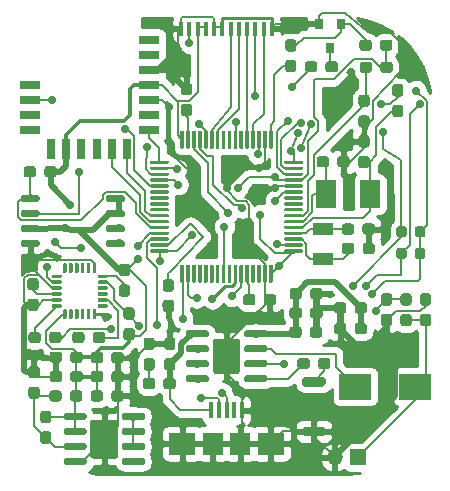
<source format=gbr>
G04 #@! TF.GenerationSoftware,KiCad,Pcbnew,(5.1.6-0-10_14)*
G04 #@! TF.CreationDate,2020-09-10T17:51:43+08:00*
G04 #@! TF.ProjectId,Watch_F4,57617463-685f-4463-942e-6b696361645f,rev?*
G04 #@! TF.SameCoordinates,Original*
G04 #@! TF.FileFunction,Copper,L1,Top*
G04 #@! TF.FilePolarity,Positive*
%FSLAX46Y46*%
G04 Gerber Fmt 4.6, Leading zero omitted, Abs format (unit mm)*
G04 Created by KiCad (PCBNEW (5.1.6-0-10_14)) date 2020-09-10 17:51:43*
%MOMM*%
%LPD*%
G01*
G04 APERTURE LIST*
G04 #@! TA.AperFunction,SMDPad,CuDef*
%ADD10R,0.400000X1.400000*%
G04 #@! TD*
G04 #@! TA.AperFunction,SMDPad,CuDef*
%ADD11R,2.300000X1.900000*%
G04 #@! TD*
G04 #@! TA.AperFunction,SMDPad,CuDef*
%ADD12R,1.800000X1.900000*%
G04 #@! TD*
G04 #@! TA.AperFunction,SMDPad,CuDef*
%ADD13R,0.350000X1.300000*%
G04 #@! TD*
G04 #@! TA.AperFunction,SMDPad,CuDef*
%ADD14R,0.800000X0.900000*%
G04 #@! TD*
G04 #@! TA.AperFunction,SMDPad,CuDef*
%ADD15R,1.800000X0.800000*%
G04 #@! TD*
G04 #@! TA.AperFunction,SMDPad,CuDef*
%ADD16R,0.800000X1.800000*%
G04 #@! TD*
G04 #@! TA.AperFunction,SMDPad,CuDef*
%ADD17R,1.800000X1.000000*%
G04 #@! TD*
G04 #@! TA.AperFunction,SMDPad,CuDef*
%ADD18R,1.700000X2.400000*%
G04 #@! TD*
G04 #@! TA.AperFunction,SMDPad,CuDef*
%ADD19R,2.700000X2.200000*%
G04 #@! TD*
G04 #@! TA.AperFunction,ComponentPad*
%ADD20O,1.350000X1.350000*%
G04 #@! TD*
G04 #@! TA.AperFunction,ComponentPad*
%ADD21R,1.350000X1.350000*%
G04 #@! TD*
G04 #@! TA.AperFunction,ViaPad*
%ADD22C,0.700000*%
G04 #@! TD*
G04 #@! TA.AperFunction,Conductor*
%ADD23C,0.200000*%
G04 #@! TD*
G04 #@! TA.AperFunction,Conductor*
%ADD24C,0.500000*%
G04 #@! TD*
G04 #@! TA.AperFunction,Conductor*
%ADD25C,0.350000*%
G04 #@! TD*
G04 #@! TA.AperFunction,Conductor*
%ADD26C,0.250000*%
G04 #@! TD*
G04 #@! TA.AperFunction,Conductor*
%ADD27C,0.254000*%
G04 #@! TD*
G04 APERTURE END LIST*
D10*
X146700000Y-119900000D03*
X147350000Y-119900000D03*
X148000000Y-119900000D03*
X148650000Y-119900000D03*
X149300000Y-119900000D03*
D11*
X144250000Y-122750000D03*
X151750000Y-122750000D03*
D12*
X146850000Y-122750000D03*
X149150000Y-122750000D03*
D13*
X151850000Y-87600000D03*
X151150000Y-87600000D03*
X150450000Y-87600000D03*
X149750000Y-87600000D03*
X149050000Y-87600000D03*
X148350000Y-87600000D03*
X147650000Y-87600000D03*
X146950000Y-87600000D03*
X146250000Y-87600000D03*
X145550000Y-87600000D03*
X144850000Y-87600000D03*
X144150000Y-87600000D03*
G04 #@! TA.AperFunction,SMDPad,CuDef*
G36*
G01*
X163950000Y-106876250D02*
X163950000Y-106363750D01*
G75*
G02*
X164168750Y-106145000I218750J0D01*
G01*
X164606250Y-106145000D01*
G75*
G02*
X164825000Y-106363750I0J-218750D01*
G01*
X164825000Y-106876250D01*
G75*
G02*
X164606250Y-107095000I-218750J0D01*
G01*
X164168750Y-107095000D01*
G75*
G02*
X163950000Y-106876250I0J218750D01*
G01*
G37*
G04 #@! TD.AperFunction*
G04 #@! TA.AperFunction,SMDPad,CuDef*
G36*
G01*
X162375000Y-106876250D02*
X162375000Y-106363750D01*
G75*
G02*
X162593750Y-106145000I218750J0D01*
G01*
X163031250Y-106145000D01*
G75*
G02*
X163250000Y-106363750I0J-218750D01*
G01*
X163250000Y-106876250D01*
G75*
G02*
X163031250Y-107095000I-218750J0D01*
G01*
X162593750Y-107095000D01*
G75*
G02*
X162375000Y-106876250I0J218750D01*
G01*
G37*
G04 #@! TD.AperFunction*
G04 #@! TA.AperFunction,SMDPad,CuDef*
G36*
G01*
X163250000Y-104543750D02*
X163250000Y-105056250D01*
G75*
G02*
X163031250Y-105275000I-218750J0D01*
G01*
X162593750Y-105275000D01*
G75*
G02*
X162375000Y-105056250I0J218750D01*
G01*
X162375000Y-104543750D01*
G75*
G02*
X162593750Y-104325000I218750J0D01*
G01*
X163031250Y-104325000D01*
G75*
G02*
X163250000Y-104543750I0J-218750D01*
G01*
G37*
G04 #@! TD.AperFunction*
G04 #@! TA.AperFunction,SMDPad,CuDef*
G36*
G01*
X164825000Y-104543750D02*
X164825000Y-105056250D01*
G75*
G02*
X164606250Y-105275000I-218750J0D01*
G01*
X164168750Y-105275000D01*
G75*
G02*
X163950000Y-105056250I0J218750D01*
G01*
X163950000Y-104543750D01*
G75*
G02*
X164168750Y-104325000I218750J0D01*
G01*
X164606250Y-104325000D01*
G75*
G02*
X164825000Y-104543750I0J-218750D01*
G01*
G37*
G04 #@! TD.AperFunction*
D14*
X156740000Y-89200000D03*
X155790000Y-87200000D03*
X157690000Y-87200000D03*
G04 #@! TA.AperFunction,SMDPad,CuDef*
G36*
G01*
X154600000Y-117100000D02*
X156200000Y-117100000D01*
G75*
G02*
X156400000Y-117300000I0J-200000D01*
G01*
X156400000Y-117700000D01*
G75*
G02*
X156200000Y-117900000I-200000J0D01*
G01*
X154600000Y-117900000D01*
G75*
G02*
X154400000Y-117700000I0J200000D01*
G01*
X154400000Y-117300000D01*
G75*
G02*
X154600000Y-117100000I200000J0D01*
G01*
G37*
G04 #@! TD.AperFunction*
G04 #@! TA.AperFunction,SMDPad,CuDef*
G36*
G01*
X154600000Y-121300000D02*
X156200000Y-121300000D01*
G75*
G02*
X156400000Y-121500000I0J-200000D01*
G01*
X156400000Y-121900000D01*
G75*
G02*
X156200000Y-122100000I-200000J0D01*
G01*
X154600000Y-122100000D01*
G75*
G02*
X154400000Y-121900000I0J200000D01*
G01*
X154400000Y-121500000D01*
G75*
G02*
X154600000Y-121300000I200000J0D01*
G01*
G37*
G04 #@! TD.AperFunction*
G04 #@! TA.AperFunction,SMDPad,CuDef*
G36*
G01*
X162262500Y-94045000D02*
X162737500Y-94045000D01*
G75*
G02*
X162975000Y-94282500I0J-237500D01*
G01*
X162975000Y-94857500D01*
G75*
G02*
X162737500Y-95095000I-237500J0D01*
G01*
X162262500Y-95095000D01*
G75*
G02*
X162025000Y-94857500I0J237500D01*
G01*
X162025000Y-94282500D01*
G75*
G02*
X162262500Y-94045000I237500J0D01*
G01*
G37*
G04 #@! TD.AperFunction*
G04 #@! TA.AperFunction,SMDPad,CuDef*
G36*
G01*
X162262500Y-92295000D02*
X162737500Y-92295000D01*
G75*
G02*
X162975000Y-92532500I0J-237500D01*
G01*
X162975000Y-93107500D01*
G75*
G02*
X162737500Y-93345000I-237500J0D01*
G01*
X162262500Y-93345000D01*
G75*
G02*
X162025000Y-93107500I0J237500D01*
G01*
X162025000Y-92532500D01*
G75*
G02*
X162262500Y-92295000I237500J0D01*
G01*
G37*
G04 #@! TD.AperFunction*
G04 #@! TA.AperFunction,SMDPad,CuDef*
G36*
G01*
X161020000Y-91117500D02*
X161020000Y-90642500D01*
G75*
G02*
X161257500Y-90405000I237500J0D01*
G01*
X161832500Y-90405000D01*
G75*
G02*
X162070000Y-90642500I0J-237500D01*
G01*
X162070000Y-91117500D01*
G75*
G02*
X161832500Y-91355000I-237500J0D01*
G01*
X161257500Y-91355000D01*
G75*
G02*
X161020000Y-91117500I0J237500D01*
G01*
G37*
G04 #@! TD.AperFunction*
G04 #@! TA.AperFunction,SMDPad,CuDef*
G36*
G01*
X159270000Y-91117500D02*
X159270000Y-90642500D01*
G75*
G02*
X159507500Y-90405000I237500J0D01*
G01*
X160082500Y-90405000D01*
G75*
G02*
X160320000Y-90642500I0J-237500D01*
G01*
X160320000Y-91117500D01*
G75*
G02*
X160082500Y-91355000I-237500J0D01*
G01*
X159507500Y-91355000D01*
G75*
G02*
X159270000Y-91117500I0J237500D01*
G01*
G37*
G04 #@! TD.AperFunction*
G04 #@! TA.AperFunction,SMDPad,CuDef*
G36*
G01*
X155680000Y-90592500D02*
X155680000Y-91067500D01*
G75*
G02*
X155442500Y-91305000I-237500J0D01*
G01*
X154867500Y-91305000D01*
G75*
G02*
X154630000Y-91067500I0J237500D01*
G01*
X154630000Y-90592500D01*
G75*
G02*
X154867500Y-90355000I237500J0D01*
G01*
X155442500Y-90355000D01*
G75*
G02*
X155680000Y-90592500I0J-237500D01*
G01*
G37*
G04 #@! TD.AperFunction*
G04 #@! TA.AperFunction,SMDPad,CuDef*
G36*
G01*
X157430000Y-90592500D02*
X157430000Y-91067500D01*
G75*
G02*
X157192500Y-91305000I-237500J0D01*
G01*
X156617500Y-91305000D01*
G75*
G02*
X156380000Y-91067500I0J237500D01*
G01*
X156380000Y-90592500D01*
G75*
G02*
X156617500Y-90355000I237500J0D01*
G01*
X157192500Y-90355000D01*
G75*
G02*
X157430000Y-90592500I0J-237500D01*
G01*
G37*
G04 #@! TD.AperFunction*
G04 #@! TA.AperFunction,SMDPad,CuDef*
G36*
G01*
X161000000Y-89237500D02*
X161000000Y-88762500D01*
G75*
G02*
X161237500Y-88525000I237500J0D01*
G01*
X161812500Y-88525000D01*
G75*
G02*
X162050000Y-88762500I0J-237500D01*
G01*
X162050000Y-89237500D01*
G75*
G02*
X161812500Y-89475000I-237500J0D01*
G01*
X161237500Y-89475000D01*
G75*
G02*
X161000000Y-89237500I0J237500D01*
G01*
G37*
G04 #@! TD.AperFunction*
G04 #@! TA.AperFunction,SMDPad,CuDef*
G36*
G01*
X159250000Y-89237500D02*
X159250000Y-88762500D01*
G75*
G02*
X159487500Y-88525000I237500J0D01*
G01*
X160062500Y-88525000D01*
G75*
G02*
X160300000Y-88762500I0J-237500D01*
G01*
X160300000Y-89237500D01*
G75*
G02*
X160062500Y-89475000I-237500J0D01*
G01*
X159487500Y-89475000D01*
G75*
G02*
X159250000Y-89237500I0J237500D01*
G01*
G37*
G04 #@! TD.AperFunction*
G04 #@! TA.AperFunction,SMDPad,CuDef*
G36*
G01*
X153212500Y-90240000D02*
X153687500Y-90240000D01*
G75*
G02*
X153925000Y-90477500I0J-237500D01*
G01*
X153925000Y-91052500D01*
G75*
G02*
X153687500Y-91290000I-237500J0D01*
G01*
X153212500Y-91290000D01*
G75*
G02*
X152975000Y-91052500I0J237500D01*
G01*
X152975000Y-90477500D01*
G75*
G02*
X153212500Y-90240000I237500J0D01*
G01*
G37*
G04 #@! TD.AperFunction*
G04 #@! TA.AperFunction,SMDPad,CuDef*
G36*
G01*
X153212500Y-88490000D02*
X153687500Y-88490000D01*
G75*
G02*
X153925000Y-88727500I0J-237500D01*
G01*
X153925000Y-89302500D01*
G75*
G02*
X153687500Y-89540000I-237500J0D01*
G01*
X153212500Y-89540000D01*
G75*
G02*
X152975000Y-89302500I0J237500D01*
G01*
X152975000Y-88727500D01*
G75*
G02*
X153212500Y-88490000I237500J0D01*
G01*
G37*
G04 #@! TD.AperFunction*
G04 #@! TA.AperFunction,SMDPad,CuDef*
G36*
G01*
X142842500Y-110565000D02*
X143317500Y-110565000D01*
G75*
G02*
X143555000Y-110802500I0J-237500D01*
G01*
X143555000Y-111377500D01*
G75*
G02*
X143317500Y-111615000I-237500J0D01*
G01*
X142842500Y-111615000D01*
G75*
G02*
X142605000Y-111377500I0J237500D01*
G01*
X142605000Y-110802500D01*
G75*
G02*
X142842500Y-110565000I237500J0D01*
G01*
G37*
G04 #@! TD.AperFunction*
G04 #@! TA.AperFunction,SMDPad,CuDef*
G36*
G01*
X142842500Y-108815000D02*
X143317500Y-108815000D01*
G75*
G02*
X143555000Y-109052500I0J-237500D01*
G01*
X143555000Y-109627500D01*
G75*
G02*
X143317500Y-109865000I-237500J0D01*
G01*
X142842500Y-109865000D01*
G75*
G02*
X142605000Y-109627500I0J237500D01*
G01*
X142605000Y-109052500D01*
G75*
G02*
X142842500Y-108815000I237500J0D01*
G01*
G37*
G04 #@! TD.AperFunction*
G04 #@! TA.AperFunction,SMDPad,CuDef*
G36*
G01*
X151900000Y-107655000D02*
X151900000Y-109055000D01*
G75*
G02*
X151825000Y-109130000I-75000J0D01*
G01*
X151675000Y-109130000D01*
G75*
G02*
X151600000Y-109055000I0J75000D01*
G01*
X151600000Y-107655000D01*
G75*
G02*
X151675000Y-107580000I75000J0D01*
G01*
X151825000Y-107580000D01*
G75*
G02*
X151900000Y-107655000I0J-75000D01*
G01*
G37*
G04 #@! TD.AperFunction*
G04 #@! TA.AperFunction,SMDPad,CuDef*
G36*
G01*
X151400000Y-107655000D02*
X151400000Y-109055000D01*
G75*
G02*
X151325000Y-109130000I-75000J0D01*
G01*
X151175000Y-109130000D01*
G75*
G02*
X151100000Y-109055000I0J75000D01*
G01*
X151100000Y-107655000D01*
G75*
G02*
X151175000Y-107580000I75000J0D01*
G01*
X151325000Y-107580000D01*
G75*
G02*
X151400000Y-107655000I0J-75000D01*
G01*
G37*
G04 #@! TD.AperFunction*
G04 #@! TA.AperFunction,SMDPad,CuDef*
G36*
G01*
X150900000Y-107655000D02*
X150900000Y-109055000D01*
G75*
G02*
X150825000Y-109130000I-75000J0D01*
G01*
X150675000Y-109130000D01*
G75*
G02*
X150600000Y-109055000I0J75000D01*
G01*
X150600000Y-107655000D01*
G75*
G02*
X150675000Y-107580000I75000J0D01*
G01*
X150825000Y-107580000D01*
G75*
G02*
X150900000Y-107655000I0J-75000D01*
G01*
G37*
G04 #@! TD.AperFunction*
G04 #@! TA.AperFunction,SMDPad,CuDef*
G36*
G01*
X150400000Y-107655000D02*
X150400000Y-109055000D01*
G75*
G02*
X150325000Y-109130000I-75000J0D01*
G01*
X150175000Y-109130000D01*
G75*
G02*
X150100000Y-109055000I0J75000D01*
G01*
X150100000Y-107655000D01*
G75*
G02*
X150175000Y-107580000I75000J0D01*
G01*
X150325000Y-107580000D01*
G75*
G02*
X150400000Y-107655000I0J-75000D01*
G01*
G37*
G04 #@! TD.AperFunction*
G04 #@! TA.AperFunction,SMDPad,CuDef*
G36*
G01*
X149900000Y-107655000D02*
X149900000Y-109055000D01*
G75*
G02*
X149825000Y-109130000I-75000J0D01*
G01*
X149675000Y-109130000D01*
G75*
G02*
X149600000Y-109055000I0J75000D01*
G01*
X149600000Y-107655000D01*
G75*
G02*
X149675000Y-107580000I75000J0D01*
G01*
X149825000Y-107580000D01*
G75*
G02*
X149900000Y-107655000I0J-75000D01*
G01*
G37*
G04 #@! TD.AperFunction*
G04 #@! TA.AperFunction,SMDPad,CuDef*
G36*
G01*
X149400000Y-107655000D02*
X149400000Y-109055000D01*
G75*
G02*
X149325000Y-109130000I-75000J0D01*
G01*
X149175000Y-109130000D01*
G75*
G02*
X149100000Y-109055000I0J75000D01*
G01*
X149100000Y-107655000D01*
G75*
G02*
X149175000Y-107580000I75000J0D01*
G01*
X149325000Y-107580000D01*
G75*
G02*
X149400000Y-107655000I0J-75000D01*
G01*
G37*
G04 #@! TD.AperFunction*
G04 #@! TA.AperFunction,SMDPad,CuDef*
G36*
G01*
X148900000Y-107655000D02*
X148900000Y-109055000D01*
G75*
G02*
X148825000Y-109130000I-75000J0D01*
G01*
X148675000Y-109130000D01*
G75*
G02*
X148600000Y-109055000I0J75000D01*
G01*
X148600000Y-107655000D01*
G75*
G02*
X148675000Y-107580000I75000J0D01*
G01*
X148825000Y-107580000D01*
G75*
G02*
X148900000Y-107655000I0J-75000D01*
G01*
G37*
G04 #@! TD.AperFunction*
G04 #@! TA.AperFunction,SMDPad,CuDef*
G36*
G01*
X148400000Y-107655000D02*
X148400000Y-109055000D01*
G75*
G02*
X148325000Y-109130000I-75000J0D01*
G01*
X148175000Y-109130000D01*
G75*
G02*
X148100000Y-109055000I0J75000D01*
G01*
X148100000Y-107655000D01*
G75*
G02*
X148175000Y-107580000I75000J0D01*
G01*
X148325000Y-107580000D01*
G75*
G02*
X148400000Y-107655000I0J-75000D01*
G01*
G37*
G04 #@! TD.AperFunction*
G04 #@! TA.AperFunction,SMDPad,CuDef*
G36*
G01*
X147900000Y-107655000D02*
X147900000Y-109055000D01*
G75*
G02*
X147825000Y-109130000I-75000J0D01*
G01*
X147675000Y-109130000D01*
G75*
G02*
X147600000Y-109055000I0J75000D01*
G01*
X147600000Y-107655000D01*
G75*
G02*
X147675000Y-107580000I75000J0D01*
G01*
X147825000Y-107580000D01*
G75*
G02*
X147900000Y-107655000I0J-75000D01*
G01*
G37*
G04 #@! TD.AperFunction*
G04 #@! TA.AperFunction,SMDPad,CuDef*
G36*
G01*
X147400000Y-107655000D02*
X147400000Y-109055000D01*
G75*
G02*
X147325000Y-109130000I-75000J0D01*
G01*
X147175000Y-109130000D01*
G75*
G02*
X147100000Y-109055000I0J75000D01*
G01*
X147100000Y-107655000D01*
G75*
G02*
X147175000Y-107580000I75000J0D01*
G01*
X147325000Y-107580000D01*
G75*
G02*
X147400000Y-107655000I0J-75000D01*
G01*
G37*
G04 #@! TD.AperFunction*
G04 #@! TA.AperFunction,SMDPad,CuDef*
G36*
G01*
X146900000Y-107655000D02*
X146900000Y-109055000D01*
G75*
G02*
X146825000Y-109130000I-75000J0D01*
G01*
X146675000Y-109130000D01*
G75*
G02*
X146600000Y-109055000I0J75000D01*
G01*
X146600000Y-107655000D01*
G75*
G02*
X146675000Y-107580000I75000J0D01*
G01*
X146825000Y-107580000D01*
G75*
G02*
X146900000Y-107655000I0J-75000D01*
G01*
G37*
G04 #@! TD.AperFunction*
G04 #@! TA.AperFunction,SMDPad,CuDef*
G36*
G01*
X146400000Y-107655000D02*
X146400000Y-109055000D01*
G75*
G02*
X146325000Y-109130000I-75000J0D01*
G01*
X146175000Y-109130000D01*
G75*
G02*
X146100000Y-109055000I0J75000D01*
G01*
X146100000Y-107655000D01*
G75*
G02*
X146175000Y-107580000I75000J0D01*
G01*
X146325000Y-107580000D01*
G75*
G02*
X146400000Y-107655000I0J-75000D01*
G01*
G37*
G04 #@! TD.AperFunction*
G04 #@! TA.AperFunction,SMDPad,CuDef*
G36*
G01*
X145900000Y-107655000D02*
X145900000Y-109055000D01*
G75*
G02*
X145825000Y-109130000I-75000J0D01*
G01*
X145675000Y-109130000D01*
G75*
G02*
X145600000Y-109055000I0J75000D01*
G01*
X145600000Y-107655000D01*
G75*
G02*
X145675000Y-107580000I75000J0D01*
G01*
X145825000Y-107580000D01*
G75*
G02*
X145900000Y-107655000I0J-75000D01*
G01*
G37*
G04 #@! TD.AperFunction*
G04 #@! TA.AperFunction,SMDPad,CuDef*
G36*
G01*
X145400000Y-107655000D02*
X145400000Y-109055000D01*
G75*
G02*
X145325000Y-109130000I-75000J0D01*
G01*
X145175000Y-109130000D01*
G75*
G02*
X145100000Y-109055000I0J75000D01*
G01*
X145100000Y-107655000D01*
G75*
G02*
X145175000Y-107580000I75000J0D01*
G01*
X145325000Y-107580000D01*
G75*
G02*
X145400000Y-107655000I0J-75000D01*
G01*
G37*
G04 #@! TD.AperFunction*
G04 #@! TA.AperFunction,SMDPad,CuDef*
G36*
G01*
X144900000Y-107655000D02*
X144900000Y-109055000D01*
G75*
G02*
X144825000Y-109130000I-75000J0D01*
G01*
X144675000Y-109130000D01*
G75*
G02*
X144600000Y-109055000I0J75000D01*
G01*
X144600000Y-107655000D01*
G75*
G02*
X144675000Y-107580000I75000J0D01*
G01*
X144825000Y-107580000D01*
G75*
G02*
X144900000Y-107655000I0J-75000D01*
G01*
G37*
G04 #@! TD.AperFunction*
G04 #@! TA.AperFunction,SMDPad,CuDef*
G36*
G01*
X144400000Y-107655000D02*
X144400000Y-109055000D01*
G75*
G02*
X144325000Y-109130000I-75000J0D01*
G01*
X144175000Y-109130000D01*
G75*
G02*
X144100000Y-109055000I0J75000D01*
G01*
X144100000Y-107655000D01*
G75*
G02*
X144175000Y-107580000I75000J0D01*
G01*
X144325000Y-107580000D01*
G75*
G02*
X144400000Y-107655000I0J-75000D01*
G01*
G37*
G04 #@! TD.AperFunction*
G04 #@! TA.AperFunction,SMDPad,CuDef*
G36*
G01*
X143100000Y-106355000D02*
X143100000Y-106505000D01*
G75*
G02*
X143025000Y-106580000I-75000J0D01*
G01*
X141625000Y-106580000D01*
G75*
G02*
X141550000Y-106505000I0J75000D01*
G01*
X141550000Y-106355000D01*
G75*
G02*
X141625000Y-106280000I75000J0D01*
G01*
X143025000Y-106280000D01*
G75*
G02*
X143100000Y-106355000I0J-75000D01*
G01*
G37*
G04 #@! TD.AperFunction*
G04 #@! TA.AperFunction,SMDPad,CuDef*
G36*
G01*
X143100000Y-105855000D02*
X143100000Y-106005000D01*
G75*
G02*
X143025000Y-106080000I-75000J0D01*
G01*
X141625000Y-106080000D01*
G75*
G02*
X141550000Y-106005000I0J75000D01*
G01*
X141550000Y-105855000D01*
G75*
G02*
X141625000Y-105780000I75000J0D01*
G01*
X143025000Y-105780000D01*
G75*
G02*
X143100000Y-105855000I0J-75000D01*
G01*
G37*
G04 #@! TD.AperFunction*
G04 #@! TA.AperFunction,SMDPad,CuDef*
G36*
G01*
X143100000Y-105355000D02*
X143100000Y-105505000D01*
G75*
G02*
X143025000Y-105580000I-75000J0D01*
G01*
X141625000Y-105580000D01*
G75*
G02*
X141550000Y-105505000I0J75000D01*
G01*
X141550000Y-105355000D01*
G75*
G02*
X141625000Y-105280000I75000J0D01*
G01*
X143025000Y-105280000D01*
G75*
G02*
X143100000Y-105355000I0J-75000D01*
G01*
G37*
G04 #@! TD.AperFunction*
G04 #@! TA.AperFunction,SMDPad,CuDef*
G36*
G01*
X143100000Y-104855000D02*
X143100000Y-105005000D01*
G75*
G02*
X143025000Y-105080000I-75000J0D01*
G01*
X141625000Y-105080000D01*
G75*
G02*
X141550000Y-105005000I0J75000D01*
G01*
X141550000Y-104855000D01*
G75*
G02*
X141625000Y-104780000I75000J0D01*
G01*
X143025000Y-104780000D01*
G75*
G02*
X143100000Y-104855000I0J-75000D01*
G01*
G37*
G04 #@! TD.AperFunction*
G04 #@! TA.AperFunction,SMDPad,CuDef*
G36*
G01*
X143100000Y-104355000D02*
X143100000Y-104505000D01*
G75*
G02*
X143025000Y-104580000I-75000J0D01*
G01*
X141625000Y-104580000D01*
G75*
G02*
X141550000Y-104505000I0J75000D01*
G01*
X141550000Y-104355000D01*
G75*
G02*
X141625000Y-104280000I75000J0D01*
G01*
X143025000Y-104280000D01*
G75*
G02*
X143100000Y-104355000I0J-75000D01*
G01*
G37*
G04 #@! TD.AperFunction*
G04 #@! TA.AperFunction,SMDPad,CuDef*
G36*
G01*
X143100000Y-103855000D02*
X143100000Y-104005000D01*
G75*
G02*
X143025000Y-104080000I-75000J0D01*
G01*
X141625000Y-104080000D01*
G75*
G02*
X141550000Y-104005000I0J75000D01*
G01*
X141550000Y-103855000D01*
G75*
G02*
X141625000Y-103780000I75000J0D01*
G01*
X143025000Y-103780000D01*
G75*
G02*
X143100000Y-103855000I0J-75000D01*
G01*
G37*
G04 #@! TD.AperFunction*
G04 #@! TA.AperFunction,SMDPad,CuDef*
G36*
G01*
X143100000Y-103355000D02*
X143100000Y-103505000D01*
G75*
G02*
X143025000Y-103580000I-75000J0D01*
G01*
X141625000Y-103580000D01*
G75*
G02*
X141550000Y-103505000I0J75000D01*
G01*
X141550000Y-103355000D01*
G75*
G02*
X141625000Y-103280000I75000J0D01*
G01*
X143025000Y-103280000D01*
G75*
G02*
X143100000Y-103355000I0J-75000D01*
G01*
G37*
G04 #@! TD.AperFunction*
G04 #@! TA.AperFunction,SMDPad,CuDef*
G36*
G01*
X143100000Y-102855000D02*
X143100000Y-103005000D01*
G75*
G02*
X143025000Y-103080000I-75000J0D01*
G01*
X141625000Y-103080000D01*
G75*
G02*
X141550000Y-103005000I0J75000D01*
G01*
X141550000Y-102855000D01*
G75*
G02*
X141625000Y-102780000I75000J0D01*
G01*
X143025000Y-102780000D01*
G75*
G02*
X143100000Y-102855000I0J-75000D01*
G01*
G37*
G04 #@! TD.AperFunction*
G04 #@! TA.AperFunction,SMDPad,CuDef*
G36*
G01*
X143100000Y-102355000D02*
X143100000Y-102505000D01*
G75*
G02*
X143025000Y-102580000I-75000J0D01*
G01*
X141625000Y-102580000D01*
G75*
G02*
X141550000Y-102505000I0J75000D01*
G01*
X141550000Y-102355000D01*
G75*
G02*
X141625000Y-102280000I75000J0D01*
G01*
X143025000Y-102280000D01*
G75*
G02*
X143100000Y-102355000I0J-75000D01*
G01*
G37*
G04 #@! TD.AperFunction*
G04 #@! TA.AperFunction,SMDPad,CuDef*
G36*
G01*
X143100000Y-101855000D02*
X143100000Y-102005000D01*
G75*
G02*
X143025000Y-102080000I-75000J0D01*
G01*
X141625000Y-102080000D01*
G75*
G02*
X141550000Y-102005000I0J75000D01*
G01*
X141550000Y-101855000D01*
G75*
G02*
X141625000Y-101780000I75000J0D01*
G01*
X143025000Y-101780000D01*
G75*
G02*
X143100000Y-101855000I0J-75000D01*
G01*
G37*
G04 #@! TD.AperFunction*
G04 #@! TA.AperFunction,SMDPad,CuDef*
G36*
G01*
X143100000Y-101355000D02*
X143100000Y-101505000D01*
G75*
G02*
X143025000Y-101580000I-75000J0D01*
G01*
X141625000Y-101580000D01*
G75*
G02*
X141550000Y-101505000I0J75000D01*
G01*
X141550000Y-101355000D01*
G75*
G02*
X141625000Y-101280000I75000J0D01*
G01*
X143025000Y-101280000D01*
G75*
G02*
X143100000Y-101355000I0J-75000D01*
G01*
G37*
G04 #@! TD.AperFunction*
G04 #@! TA.AperFunction,SMDPad,CuDef*
G36*
G01*
X143100000Y-100855000D02*
X143100000Y-101005000D01*
G75*
G02*
X143025000Y-101080000I-75000J0D01*
G01*
X141625000Y-101080000D01*
G75*
G02*
X141550000Y-101005000I0J75000D01*
G01*
X141550000Y-100855000D01*
G75*
G02*
X141625000Y-100780000I75000J0D01*
G01*
X143025000Y-100780000D01*
G75*
G02*
X143100000Y-100855000I0J-75000D01*
G01*
G37*
G04 #@! TD.AperFunction*
G04 #@! TA.AperFunction,SMDPad,CuDef*
G36*
G01*
X143100000Y-100355000D02*
X143100000Y-100505000D01*
G75*
G02*
X143025000Y-100580000I-75000J0D01*
G01*
X141625000Y-100580000D01*
G75*
G02*
X141550000Y-100505000I0J75000D01*
G01*
X141550000Y-100355000D01*
G75*
G02*
X141625000Y-100280000I75000J0D01*
G01*
X143025000Y-100280000D01*
G75*
G02*
X143100000Y-100355000I0J-75000D01*
G01*
G37*
G04 #@! TD.AperFunction*
G04 #@! TA.AperFunction,SMDPad,CuDef*
G36*
G01*
X143100000Y-99855000D02*
X143100000Y-100005000D01*
G75*
G02*
X143025000Y-100080000I-75000J0D01*
G01*
X141625000Y-100080000D01*
G75*
G02*
X141550000Y-100005000I0J75000D01*
G01*
X141550000Y-99855000D01*
G75*
G02*
X141625000Y-99780000I75000J0D01*
G01*
X143025000Y-99780000D01*
G75*
G02*
X143100000Y-99855000I0J-75000D01*
G01*
G37*
G04 #@! TD.AperFunction*
G04 #@! TA.AperFunction,SMDPad,CuDef*
G36*
G01*
X143100000Y-99355000D02*
X143100000Y-99505000D01*
G75*
G02*
X143025000Y-99580000I-75000J0D01*
G01*
X141625000Y-99580000D01*
G75*
G02*
X141550000Y-99505000I0J75000D01*
G01*
X141550000Y-99355000D01*
G75*
G02*
X141625000Y-99280000I75000J0D01*
G01*
X143025000Y-99280000D01*
G75*
G02*
X143100000Y-99355000I0J-75000D01*
G01*
G37*
G04 #@! TD.AperFunction*
G04 #@! TA.AperFunction,SMDPad,CuDef*
G36*
G01*
X143100000Y-98855000D02*
X143100000Y-99005000D01*
G75*
G02*
X143025000Y-99080000I-75000J0D01*
G01*
X141625000Y-99080000D01*
G75*
G02*
X141550000Y-99005000I0J75000D01*
G01*
X141550000Y-98855000D01*
G75*
G02*
X141625000Y-98780000I75000J0D01*
G01*
X143025000Y-98780000D01*
G75*
G02*
X143100000Y-98855000I0J-75000D01*
G01*
G37*
G04 #@! TD.AperFunction*
G04 #@! TA.AperFunction,SMDPad,CuDef*
G36*
G01*
X144400000Y-96305000D02*
X144400000Y-97705000D01*
G75*
G02*
X144325000Y-97780000I-75000J0D01*
G01*
X144175000Y-97780000D01*
G75*
G02*
X144100000Y-97705000I0J75000D01*
G01*
X144100000Y-96305000D01*
G75*
G02*
X144175000Y-96230000I75000J0D01*
G01*
X144325000Y-96230000D01*
G75*
G02*
X144400000Y-96305000I0J-75000D01*
G01*
G37*
G04 #@! TD.AperFunction*
G04 #@! TA.AperFunction,SMDPad,CuDef*
G36*
G01*
X144900000Y-96305000D02*
X144900000Y-97705000D01*
G75*
G02*
X144825000Y-97780000I-75000J0D01*
G01*
X144675000Y-97780000D01*
G75*
G02*
X144600000Y-97705000I0J75000D01*
G01*
X144600000Y-96305000D01*
G75*
G02*
X144675000Y-96230000I75000J0D01*
G01*
X144825000Y-96230000D01*
G75*
G02*
X144900000Y-96305000I0J-75000D01*
G01*
G37*
G04 #@! TD.AperFunction*
G04 #@! TA.AperFunction,SMDPad,CuDef*
G36*
G01*
X145400000Y-96305000D02*
X145400000Y-97705000D01*
G75*
G02*
X145325000Y-97780000I-75000J0D01*
G01*
X145175000Y-97780000D01*
G75*
G02*
X145100000Y-97705000I0J75000D01*
G01*
X145100000Y-96305000D01*
G75*
G02*
X145175000Y-96230000I75000J0D01*
G01*
X145325000Y-96230000D01*
G75*
G02*
X145400000Y-96305000I0J-75000D01*
G01*
G37*
G04 #@! TD.AperFunction*
G04 #@! TA.AperFunction,SMDPad,CuDef*
G36*
G01*
X145900000Y-96305000D02*
X145900000Y-97705000D01*
G75*
G02*
X145825000Y-97780000I-75000J0D01*
G01*
X145675000Y-97780000D01*
G75*
G02*
X145600000Y-97705000I0J75000D01*
G01*
X145600000Y-96305000D01*
G75*
G02*
X145675000Y-96230000I75000J0D01*
G01*
X145825000Y-96230000D01*
G75*
G02*
X145900000Y-96305000I0J-75000D01*
G01*
G37*
G04 #@! TD.AperFunction*
G04 #@! TA.AperFunction,SMDPad,CuDef*
G36*
G01*
X146400000Y-96305000D02*
X146400000Y-97705000D01*
G75*
G02*
X146325000Y-97780000I-75000J0D01*
G01*
X146175000Y-97780000D01*
G75*
G02*
X146100000Y-97705000I0J75000D01*
G01*
X146100000Y-96305000D01*
G75*
G02*
X146175000Y-96230000I75000J0D01*
G01*
X146325000Y-96230000D01*
G75*
G02*
X146400000Y-96305000I0J-75000D01*
G01*
G37*
G04 #@! TD.AperFunction*
G04 #@! TA.AperFunction,SMDPad,CuDef*
G36*
G01*
X146900000Y-96305000D02*
X146900000Y-97705000D01*
G75*
G02*
X146825000Y-97780000I-75000J0D01*
G01*
X146675000Y-97780000D01*
G75*
G02*
X146600000Y-97705000I0J75000D01*
G01*
X146600000Y-96305000D01*
G75*
G02*
X146675000Y-96230000I75000J0D01*
G01*
X146825000Y-96230000D01*
G75*
G02*
X146900000Y-96305000I0J-75000D01*
G01*
G37*
G04 #@! TD.AperFunction*
G04 #@! TA.AperFunction,SMDPad,CuDef*
G36*
G01*
X147400000Y-96305000D02*
X147400000Y-97705000D01*
G75*
G02*
X147325000Y-97780000I-75000J0D01*
G01*
X147175000Y-97780000D01*
G75*
G02*
X147100000Y-97705000I0J75000D01*
G01*
X147100000Y-96305000D01*
G75*
G02*
X147175000Y-96230000I75000J0D01*
G01*
X147325000Y-96230000D01*
G75*
G02*
X147400000Y-96305000I0J-75000D01*
G01*
G37*
G04 #@! TD.AperFunction*
G04 #@! TA.AperFunction,SMDPad,CuDef*
G36*
G01*
X147900000Y-96305000D02*
X147900000Y-97705000D01*
G75*
G02*
X147825000Y-97780000I-75000J0D01*
G01*
X147675000Y-97780000D01*
G75*
G02*
X147600000Y-97705000I0J75000D01*
G01*
X147600000Y-96305000D01*
G75*
G02*
X147675000Y-96230000I75000J0D01*
G01*
X147825000Y-96230000D01*
G75*
G02*
X147900000Y-96305000I0J-75000D01*
G01*
G37*
G04 #@! TD.AperFunction*
G04 #@! TA.AperFunction,SMDPad,CuDef*
G36*
G01*
X148400000Y-96305000D02*
X148400000Y-97705000D01*
G75*
G02*
X148325000Y-97780000I-75000J0D01*
G01*
X148175000Y-97780000D01*
G75*
G02*
X148100000Y-97705000I0J75000D01*
G01*
X148100000Y-96305000D01*
G75*
G02*
X148175000Y-96230000I75000J0D01*
G01*
X148325000Y-96230000D01*
G75*
G02*
X148400000Y-96305000I0J-75000D01*
G01*
G37*
G04 #@! TD.AperFunction*
G04 #@! TA.AperFunction,SMDPad,CuDef*
G36*
G01*
X148900000Y-96305000D02*
X148900000Y-97705000D01*
G75*
G02*
X148825000Y-97780000I-75000J0D01*
G01*
X148675000Y-97780000D01*
G75*
G02*
X148600000Y-97705000I0J75000D01*
G01*
X148600000Y-96305000D01*
G75*
G02*
X148675000Y-96230000I75000J0D01*
G01*
X148825000Y-96230000D01*
G75*
G02*
X148900000Y-96305000I0J-75000D01*
G01*
G37*
G04 #@! TD.AperFunction*
G04 #@! TA.AperFunction,SMDPad,CuDef*
G36*
G01*
X149400000Y-96305000D02*
X149400000Y-97705000D01*
G75*
G02*
X149325000Y-97780000I-75000J0D01*
G01*
X149175000Y-97780000D01*
G75*
G02*
X149100000Y-97705000I0J75000D01*
G01*
X149100000Y-96305000D01*
G75*
G02*
X149175000Y-96230000I75000J0D01*
G01*
X149325000Y-96230000D01*
G75*
G02*
X149400000Y-96305000I0J-75000D01*
G01*
G37*
G04 #@! TD.AperFunction*
G04 #@! TA.AperFunction,SMDPad,CuDef*
G36*
G01*
X149900000Y-96305000D02*
X149900000Y-97705000D01*
G75*
G02*
X149825000Y-97780000I-75000J0D01*
G01*
X149675000Y-97780000D01*
G75*
G02*
X149600000Y-97705000I0J75000D01*
G01*
X149600000Y-96305000D01*
G75*
G02*
X149675000Y-96230000I75000J0D01*
G01*
X149825000Y-96230000D01*
G75*
G02*
X149900000Y-96305000I0J-75000D01*
G01*
G37*
G04 #@! TD.AperFunction*
G04 #@! TA.AperFunction,SMDPad,CuDef*
G36*
G01*
X150400000Y-96305000D02*
X150400000Y-97705000D01*
G75*
G02*
X150325000Y-97780000I-75000J0D01*
G01*
X150175000Y-97780000D01*
G75*
G02*
X150100000Y-97705000I0J75000D01*
G01*
X150100000Y-96305000D01*
G75*
G02*
X150175000Y-96230000I75000J0D01*
G01*
X150325000Y-96230000D01*
G75*
G02*
X150400000Y-96305000I0J-75000D01*
G01*
G37*
G04 #@! TD.AperFunction*
G04 #@! TA.AperFunction,SMDPad,CuDef*
G36*
G01*
X150900000Y-96305000D02*
X150900000Y-97705000D01*
G75*
G02*
X150825000Y-97780000I-75000J0D01*
G01*
X150675000Y-97780000D01*
G75*
G02*
X150600000Y-97705000I0J75000D01*
G01*
X150600000Y-96305000D01*
G75*
G02*
X150675000Y-96230000I75000J0D01*
G01*
X150825000Y-96230000D01*
G75*
G02*
X150900000Y-96305000I0J-75000D01*
G01*
G37*
G04 #@! TD.AperFunction*
G04 #@! TA.AperFunction,SMDPad,CuDef*
G36*
G01*
X151400000Y-96305000D02*
X151400000Y-97705000D01*
G75*
G02*
X151325000Y-97780000I-75000J0D01*
G01*
X151175000Y-97780000D01*
G75*
G02*
X151100000Y-97705000I0J75000D01*
G01*
X151100000Y-96305000D01*
G75*
G02*
X151175000Y-96230000I75000J0D01*
G01*
X151325000Y-96230000D01*
G75*
G02*
X151400000Y-96305000I0J-75000D01*
G01*
G37*
G04 #@! TD.AperFunction*
G04 #@! TA.AperFunction,SMDPad,CuDef*
G36*
G01*
X151900000Y-96305000D02*
X151900000Y-97705000D01*
G75*
G02*
X151825000Y-97780000I-75000J0D01*
G01*
X151675000Y-97780000D01*
G75*
G02*
X151600000Y-97705000I0J75000D01*
G01*
X151600000Y-96305000D01*
G75*
G02*
X151675000Y-96230000I75000J0D01*
G01*
X151825000Y-96230000D01*
G75*
G02*
X151900000Y-96305000I0J-75000D01*
G01*
G37*
G04 #@! TD.AperFunction*
G04 #@! TA.AperFunction,SMDPad,CuDef*
G36*
G01*
X154450000Y-98855000D02*
X154450000Y-99005000D01*
G75*
G02*
X154375000Y-99080000I-75000J0D01*
G01*
X152975000Y-99080000D01*
G75*
G02*
X152900000Y-99005000I0J75000D01*
G01*
X152900000Y-98855000D01*
G75*
G02*
X152975000Y-98780000I75000J0D01*
G01*
X154375000Y-98780000D01*
G75*
G02*
X154450000Y-98855000I0J-75000D01*
G01*
G37*
G04 #@! TD.AperFunction*
G04 #@! TA.AperFunction,SMDPad,CuDef*
G36*
G01*
X154450000Y-99355000D02*
X154450000Y-99505000D01*
G75*
G02*
X154375000Y-99580000I-75000J0D01*
G01*
X152975000Y-99580000D01*
G75*
G02*
X152900000Y-99505000I0J75000D01*
G01*
X152900000Y-99355000D01*
G75*
G02*
X152975000Y-99280000I75000J0D01*
G01*
X154375000Y-99280000D01*
G75*
G02*
X154450000Y-99355000I0J-75000D01*
G01*
G37*
G04 #@! TD.AperFunction*
G04 #@! TA.AperFunction,SMDPad,CuDef*
G36*
G01*
X154450000Y-99855000D02*
X154450000Y-100005000D01*
G75*
G02*
X154375000Y-100080000I-75000J0D01*
G01*
X152975000Y-100080000D01*
G75*
G02*
X152900000Y-100005000I0J75000D01*
G01*
X152900000Y-99855000D01*
G75*
G02*
X152975000Y-99780000I75000J0D01*
G01*
X154375000Y-99780000D01*
G75*
G02*
X154450000Y-99855000I0J-75000D01*
G01*
G37*
G04 #@! TD.AperFunction*
G04 #@! TA.AperFunction,SMDPad,CuDef*
G36*
G01*
X154450000Y-100355000D02*
X154450000Y-100505000D01*
G75*
G02*
X154375000Y-100580000I-75000J0D01*
G01*
X152975000Y-100580000D01*
G75*
G02*
X152900000Y-100505000I0J75000D01*
G01*
X152900000Y-100355000D01*
G75*
G02*
X152975000Y-100280000I75000J0D01*
G01*
X154375000Y-100280000D01*
G75*
G02*
X154450000Y-100355000I0J-75000D01*
G01*
G37*
G04 #@! TD.AperFunction*
G04 #@! TA.AperFunction,SMDPad,CuDef*
G36*
G01*
X154450000Y-100855000D02*
X154450000Y-101005000D01*
G75*
G02*
X154375000Y-101080000I-75000J0D01*
G01*
X152975000Y-101080000D01*
G75*
G02*
X152900000Y-101005000I0J75000D01*
G01*
X152900000Y-100855000D01*
G75*
G02*
X152975000Y-100780000I75000J0D01*
G01*
X154375000Y-100780000D01*
G75*
G02*
X154450000Y-100855000I0J-75000D01*
G01*
G37*
G04 #@! TD.AperFunction*
G04 #@! TA.AperFunction,SMDPad,CuDef*
G36*
G01*
X154450000Y-101355000D02*
X154450000Y-101505000D01*
G75*
G02*
X154375000Y-101580000I-75000J0D01*
G01*
X152975000Y-101580000D01*
G75*
G02*
X152900000Y-101505000I0J75000D01*
G01*
X152900000Y-101355000D01*
G75*
G02*
X152975000Y-101280000I75000J0D01*
G01*
X154375000Y-101280000D01*
G75*
G02*
X154450000Y-101355000I0J-75000D01*
G01*
G37*
G04 #@! TD.AperFunction*
G04 #@! TA.AperFunction,SMDPad,CuDef*
G36*
G01*
X154450000Y-101855000D02*
X154450000Y-102005000D01*
G75*
G02*
X154375000Y-102080000I-75000J0D01*
G01*
X152975000Y-102080000D01*
G75*
G02*
X152900000Y-102005000I0J75000D01*
G01*
X152900000Y-101855000D01*
G75*
G02*
X152975000Y-101780000I75000J0D01*
G01*
X154375000Y-101780000D01*
G75*
G02*
X154450000Y-101855000I0J-75000D01*
G01*
G37*
G04 #@! TD.AperFunction*
G04 #@! TA.AperFunction,SMDPad,CuDef*
G36*
G01*
X154450000Y-102355000D02*
X154450000Y-102505000D01*
G75*
G02*
X154375000Y-102580000I-75000J0D01*
G01*
X152975000Y-102580000D01*
G75*
G02*
X152900000Y-102505000I0J75000D01*
G01*
X152900000Y-102355000D01*
G75*
G02*
X152975000Y-102280000I75000J0D01*
G01*
X154375000Y-102280000D01*
G75*
G02*
X154450000Y-102355000I0J-75000D01*
G01*
G37*
G04 #@! TD.AperFunction*
G04 #@! TA.AperFunction,SMDPad,CuDef*
G36*
G01*
X154450000Y-102855000D02*
X154450000Y-103005000D01*
G75*
G02*
X154375000Y-103080000I-75000J0D01*
G01*
X152975000Y-103080000D01*
G75*
G02*
X152900000Y-103005000I0J75000D01*
G01*
X152900000Y-102855000D01*
G75*
G02*
X152975000Y-102780000I75000J0D01*
G01*
X154375000Y-102780000D01*
G75*
G02*
X154450000Y-102855000I0J-75000D01*
G01*
G37*
G04 #@! TD.AperFunction*
G04 #@! TA.AperFunction,SMDPad,CuDef*
G36*
G01*
X154450000Y-103355000D02*
X154450000Y-103505000D01*
G75*
G02*
X154375000Y-103580000I-75000J0D01*
G01*
X152975000Y-103580000D01*
G75*
G02*
X152900000Y-103505000I0J75000D01*
G01*
X152900000Y-103355000D01*
G75*
G02*
X152975000Y-103280000I75000J0D01*
G01*
X154375000Y-103280000D01*
G75*
G02*
X154450000Y-103355000I0J-75000D01*
G01*
G37*
G04 #@! TD.AperFunction*
G04 #@! TA.AperFunction,SMDPad,CuDef*
G36*
G01*
X154450000Y-103855000D02*
X154450000Y-104005000D01*
G75*
G02*
X154375000Y-104080000I-75000J0D01*
G01*
X152975000Y-104080000D01*
G75*
G02*
X152900000Y-104005000I0J75000D01*
G01*
X152900000Y-103855000D01*
G75*
G02*
X152975000Y-103780000I75000J0D01*
G01*
X154375000Y-103780000D01*
G75*
G02*
X154450000Y-103855000I0J-75000D01*
G01*
G37*
G04 #@! TD.AperFunction*
G04 #@! TA.AperFunction,SMDPad,CuDef*
G36*
G01*
X154450000Y-104355000D02*
X154450000Y-104505000D01*
G75*
G02*
X154375000Y-104580000I-75000J0D01*
G01*
X152975000Y-104580000D01*
G75*
G02*
X152900000Y-104505000I0J75000D01*
G01*
X152900000Y-104355000D01*
G75*
G02*
X152975000Y-104280000I75000J0D01*
G01*
X154375000Y-104280000D01*
G75*
G02*
X154450000Y-104355000I0J-75000D01*
G01*
G37*
G04 #@! TD.AperFunction*
G04 #@! TA.AperFunction,SMDPad,CuDef*
G36*
G01*
X154450000Y-104855000D02*
X154450000Y-105005000D01*
G75*
G02*
X154375000Y-105080000I-75000J0D01*
G01*
X152975000Y-105080000D01*
G75*
G02*
X152900000Y-105005000I0J75000D01*
G01*
X152900000Y-104855000D01*
G75*
G02*
X152975000Y-104780000I75000J0D01*
G01*
X154375000Y-104780000D01*
G75*
G02*
X154450000Y-104855000I0J-75000D01*
G01*
G37*
G04 #@! TD.AperFunction*
G04 #@! TA.AperFunction,SMDPad,CuDef*
G36*
G01*
X154450000Y-105355000D02*
X154450000Y-105505000D01*
G75*
G02*
X154375000Y-105580000I-75000J0D01*
G01*
X152975000Y-105580000D01*
G75*
G02*
X152900000Y-105505000I0J75000D01*
G01*
X152900000Y-105355000D01*
G75*
G02*
X152975000Y-105280000I75000J0D01*
G01*
X154375000Y-105280000D01*
G75*
G02*
X154450000Y-105355000I0J-75000D01*
G01*
G37*
G04 #@! TD.AperFunction*
G04 #@! TA.AperFunction,SMDPad,CuDef*
G36*
G01*
X154450000Y-105855000D02*
X154450000Y-106005000D01*
G75*
G02*
X154375000Y-106080000I-75000J0D01*
G01*
X152975000Y-106080000D01*
G75*
G02*
X152900000Y-106005000I0J75000D01*
G01*
X152900000Y-105855000D01*
G75*
G02*
X152975000Y-105780000I75000J0D01*
G01*
X154375000Y-105780000D01*
G75*
G02*
X154450000Y-105855000I0J-75000D01*
G01*
G37*
G04 #@! TD.AperFunction*
G04 #@! TA.AperFunction,SMDPad,CuDef*
G36*
G01*
X154450000Y-106355000D02*
X154450000Y-106505000D01*
G75*
G02*
X154375000Y-106580000I-75000J0D01*
G01*
X152975000Y-106580000D01*
G75*
G02*
X152900000Y-106505000I0J75000D01*
G01*
X152900000Y-106355000D01*
G75*
G02*
X152975000Y-106280000I75000J0D01*
G01*
X154375000Y-106280000D01*
G75*
G02*
X154450000Y-106355000I0J-75000D01*
G01*
G37*
G04 #@! TD.AperFunction*
D15*
X131360000Y-96220000D03*
X131360000Y-94940000D03*
X131360000Y-93660000D03*
X141460000Y-88540000D03*
X141460000Y-89820000D03*
X141460000Y-91100000D03*
X141460000Y-92380000D03*
X141460000Y-93660000D03*
X141460000Y-94940000D03*
X141460000Y-96220000D03*
D16*
X139560000Y-97820000D03*
X138280000Y-97820000D03*
X137000000Y-97820000D03*
X135720000Y-97820000D03*
X134440000Y-97820000D03*
X133160000Y-97820000D03*
D15*
X131360000Y-92380000D03*
D17*
X156190000Y-104600000D03*
X156190000Y-107100000D03*
D18*
X156460000Y-101610000D03*
X160160000Y-101610000D03*
G04 #@! TA.AperFunction,SMDPad,CuDef*
G36*
G01*
X137780000Y-102135000D02*
X137780000Y-101835000D01*
G75*
G02*
X137930000Y-101685000I150000J0D01*
G01*
X139230000Y-101685000D01*
G75*
G02*
X139380000Y-101835000I0J-150000D01*
G01*
X139380000Y-102135000D01*
G75*
G02*
X139230000Y-102285000I-150000J0D01*
G01*
X137930000Y-102285000D01*
G75*
G02*
X137780000Y-102135000I0J150000D01*
G01*
G37*
G04 #@! TD.AperFunction*
G04 #@! TA.AperFunction,SMDPad,CuDef*
G36*
G01*
X137780000Y-103405000D02*
X137780000Y-103105000D01*
G75*
G02*
X137930000Y-102955000I150000J0D01*
G01*
X139230000Y-102955000D01*
G75*
G02*
X139380000Y-103105000I0J-150000D01*
G01*
X139380000Y-103405000D01*
G75*
G02*
X139230000Y-103555000I-150000J0D01*
G01*
X137930000Y-103555000D01*
G75*
G02*
X137780000Y-103405000I0J150000D01*
G01*
G37*
G04 #@! TD.AperFunction*
G04 #@! TA.AperFunction,SMDPad,CuDef*
G36*
G01*
X137780000Y-104675000D02*
X137780000Y-104375000D01*
G75*
G02*
X137930000Y-104225000I150000J0D01*
G01*
X139230000Y-104225000D01*
G75*
G02*
X139380000Y-104375000I0J-150000D01*
G01*
X139380000Y-104675000D01*
G75*
G02*
X139230000Y-104825000I-150000J0D01*
G01*
X137930000Y-104825000D01*
G75*
G02*
X137780000Y-104675000I0J150000D01*
G01*
G37*
G04 #@! TD.AperFunction*
G04 #@! TA.AperFunction,SMDPad,CuDef*
G36*
G01*
X137780000Y-105945000D02*
X137780000Y-105645000D01*
G75*
G02*
X137930000Y-105495000I150000J0D01*
G01*
X139230000Y-105495000D01*
G75*
G02*
X139380000Y-105645000I0J-150000D01*
G01*
X139380000Y-105945000D01*
G75*
G02*
X139230000Y-106095000I-150000J0D01*
G01*
X137930000Y-106095000D01*
G75*
G02*
X137780000Y-105945000I0J150000D01*
G01*
G37*
G04 #@! TD.AperFunction*
G04 #@! TA.AperFunction,SMDPad,CuDef*
G36*
G01*
X130580000Y-105945000D02*
X130580000Y-105645000D01*
G75*
G02*
X130730000Y-105495000I150000J0D01*
G01*
X132030000Y-105495000D01*
G75*
G02*
X132180000Y-105645000I0J-150000D01*
G01*
X132180000Y-105945000D01*
G75*
G02*
X132030000Y-106095000I-150000J0D01*
G01*
X130730000Y-106095000D01*
G75*
G02*
X130580000Y-105945000I0J150000D01*
G01*
G37*
G04 #@! TD.AperFunction*
G04 #@! TA.AperFunction,SMDPad,CuDef*
G36*
G01*
X130580000Y-104675000D02*
X130580000Y-104375000D01*
G75*
G02*
X130730000Y-104225000I150000J0D01*
G01*
X132030000Y-104225000D01*
G75*
G02*
X132180000Y-104375000I0J-150000D01*
G01*
X132180000Y-104675000D01*
G75*
G02*
X132030000Y-104825000I-150000J0D01*
G01*
X130730000Y-104825000D01*
G75*
G02*
X130580000Y-104675000I0J150000D01*
G01*
G37*
G04 #@! TD.AperFunction*
G04 #@! TA.AperFunction,SMDPad,CuDef*
G36*
G01*
X130580000Y-103405000D02*
X130580000Y-103105000D01*
G75*
G02*
X130730000Y-102955000I150000J0D01*
G01*
X132030000Y-102955000D01*
G75*
G02*
X132180000Y-103105000I0J-150000D01*
G01*
X132180000Y-103405000D01*
G75*
G02*
X132030000Y-103555000I-150000J0D01*
G01*
X130730000Y-103555000D01*
G75*
G02*
X130580000Y-103405000I0J150000D01*
G01*
G37*
G04 #@! TD.AperFunction*
G04 #@! TA.AperFunction,SMDPad,CuDef*
G36*
G01*
X130580000Y-102135000D02*
X130580000Y-101835000D01*
G75*
G02*
X130730000Y-101685000I150000J0D01*
G01*
X132030000Y-101685000D01*
G75*
G02*
X132180000Y-101835000I0J-150000D01*
G01*
X132180000Y-102135000D01*
G75*
G02*
X132030000Y-102285000I-150000J0D01*
G01*
X130730000Y-102285000D01*
G75*
G02*
X130580000Y-102135000I0J150000D01*
G01*
G37*
G04 #@! TD.AperFunction*
G04 #@! TA.AperFunction,SMDPad,CuDef*
G36*
G01*
X139150000Y-120595000D02*
X139150000Y-120295000D01*
G75*
G02*
X139300000Y-120145000I150000J0D01*
G01*
X140950000Y-120145000D01*
G75*
G02*
X141100000Y-120295000I0J-150000D01*
G01*
X141100000Y-120595000D01*
G75*
G02*
X140950000Y-120745000I-150000J0D01*
G01*
X139300000Y-120745000D01*
G75*
G02*
X139150000Y-120595000I0J150000D01*
G01*
G37*
G04 #@! TD.AperFunction*
G04 #@! TA.AperFunction,SMDPad,CuDef*
G36*
G01*
X139150000Y-121865000D02*
X139150000Y-121565000D01*
G75*
G02*
X139300000Y-121415000I150000J0D01*
G01*
X140950000Y-121415000D01*
G75*
G02*
X141100000Y-121565000I0J-150000D01*
G01*
X141100000Y-121865000D01*
G75*
G02*
X140950000Y-122015000I-150000J0D01*
G01*
X139300000Y-122015000D01*
G75*
G02*
X139150000Y-121865000I0J150000D01*
G01*
G37*
G04 #@! TD.AperFunction*
G04 #@! TA.AperFunction,SMDPad,CuDef*
G36*
G01*
X139150000Y-123135000D02*
X139150000Y-122835000D01*
G75*
G02*
X139300000Y-122685000I150000J0D01*
G01*
X140950000Y-122685000D01*
G75*
G02*
X141100000Y-122835000I0J-150000D01*
G01*
X141100000Y-123135000D01*
G75*
G02*
X140950000Y-123285000I-150000J0D01*
G01*
X139300000Y-123285000D01*
G75*
G02*
X139150000Y-123135000I0J150000D01*
G01*
G37*
G04 #@! TD.AperFunction*
G04 #@! TA.AperFunction,SMDPad,CuDef*
G36*
G01*
X139150000Y-124405000D02*
X139150000Y-124105000D01*
G75*
G02*
X139300000Y-123955000I150000J0D01*
G01*
X140950000Y-123955000D01*
G75*
G02*
X141100000Y-124105000I0J-150000D01*
G01*
X141100000Y-124405000D01*
G75*
G02*
X140950000Y-124555000I-150000J0D01*
G01*
X139300000Y-124555000D01*
G75*
G02*
X139150000Y-124405000I0J150000D01*
G01*
G37*
G04 #@! TD.AperFunction*
G04 #@! TA.AperFunction,SMDPad,CuDef*
G36*
G01*
X134200000Y-124405000D02*
X134200000Y-124105000D01*
G75*
G02*
X134350000Y-123955000I150000J0D01*
G01*
X136000000Y-123955000D01*
G75*
G02*
X136150000Y-124105000I0J-150000D01*
G01*
X136150000Y-124405000D01*
G75*
G02*
X136000000Y-124555000I-150000J0D01*
G01*
X134350000Y-124555000D01*
G75*
G02*
X134200000Y-124405000I0J150000D01*
G01*
G37*
G04 #@! TD.AperFunction*
G04 #@! TA.AperFunction,SMDPad,CuDef*
G36*
G01*
X134200000Y-123135000D02*
X134200000Y-122835000D01*
G75*
G02*
X134350000Y-122685000I150000J0D01*
G01*
X136000000Y-122685000D01*
G75*
G02*
X136150000Y-122835000I0J-150000D01*
G01*
X136150000Y-123135000D01*
G75*
G02*
X136000000Y-123285000I-150000J0D01*
G01*
X134350000Y-123285000D01*
G75*
G02*
X134200000Y-123135000I0J150000D01*
G01*
G37*
G04 #@! TD.AperFunction*
G04 #@! TA.AperFunction,SMDPad,CuDef*
G36*
G01*
X134200000Y-121865000D02*
X134200000Y-121565000D01*
G75*
G02*
X134350000Y-121415000I150000J0D01*
G01*
X136000000Y-121415000D01*
G75*
G02*
X136150000Y-121565000I0J-150000D01*
G01*
X136150000Y-121865000D01*
G75*
G02*
X136000000Y-122015000I-150000J0D01*
G01*
X134350000Y-122015000D01*
G75*
G02*
X134200000Y-121865000I0J150000D01*
G01*
G37*
G04 #@! TD.AperFunction*
G04 #@! TA.AperFunction,SMDPad,CuDef*
G36*
G01*
X134200000Y-120595000D02*
X134200000Y-120295000D01*
G75*
G02*
X134350000Y-120145000I150000J0D01*
G01*
X136000000Y-120145000D01*
G75*
G02*
X136150000Y-120295000I0J-150000D01*
G01*
X136150000Y-120595000D01*
G75*
G02*
X136000000Y-120745000I-150000J0D01*
G01*
X134350000Y-120745000D01*
G75*
G02*
X134200000Y-120595000I0J150000D01*
G01*
G37*
G04 #@! TD.AperFunction*
G04 #@! TA.AperFunction,SMDPad,CuDef*
G36*
G01*
X136445000Y-123750002D02*
X136445000Y-120949998D01*
G75*
G02*
X136694998Y-120700000I249998J0D01*
G01*
X138605002Y-120700000D01*
G75*
G02*
X138855000Y-120949998I0J-249998D01*
G01*
X138855000Y-123750002D01*
G75*
G02*
X138605002Y-124000000I-249998J0D01*
G01*
X136694998Y-124000000D01*
G75*
G02*
X136445000Y-123750002I0J249998D01*
G01*
G37*
G04 #@! TD.AperFunction*
G04 #@! TA.AperFunction,SMDPad,CuDef*
G36*
G01*
X149500000Y-113595000D02*
X149500000Y-113295000D01*
G75*
G02*
X149650000Y-113145000I150000J0D01*
G01*
X151300000Y-113145000D01*
G75*
G02*
X151450000Y-113295000I0J-150000D01*
G01*
X151450000Y-113595000D01*
G75*
G02*
X151300000Y-113745000I-150000J0D01*
G01*
X149650000Y-113745000D01*
G75*
G02*
X149500000Y-113595000I0J150000D01*
G01*
G37*
G04 #@! TD.AperFunction*
G04 #@! TA.AperFunction,SMDPad,CuDef*
G36*
G01*
X149500000Y-114865000D02*
X149500000Y-114565000D01*
G75*
G02*
X149650000Y-114415000I150000J0D01*
G01*
X151300000Y-114415000D01*
G75*
G02*
X151450000Y-114565000I0J-150000D01*
G01*
X151450000Y-114865000D01*
G75*
G02*
X151300000Y-115015000I-150000J0D01*
G01*
X149650000Y-115015000D01*
G75*
G02*
X149500000Y-114865000I0J150000D01*
G01*
G37*
G04 #@! TD.AperFunction*
G04 #@! TA.AperFunction,SMDPad,CuDef*
G36*
G01*
X149500000Y-116135000D02*
X149500000Y-115835000D01*
G75*
G02*
X149650000Y-115685000I150000J0D01*
G01*
X151300000Y-115685000D01*
G75*
G02*
X151450000Y-115835000I0J-150000D01*
G01*
X151450000Y-116135000D01*
G75*
G02*
X151300000Y-116285000I-150000J0D01*
G01*
X149650000Y-116285000D01*
G75*
G02*
X149500000Y-116135000I0J150000D01*
G01*
G37*
G04 #@! TD.AperFunction*
G04 #@! TA.AperFunction,SMDPad,CuDef*
G36*
G01*
X149500000Y-117405000D02*
X149500000Y-117105000D01*
G75*
G02*
X149650000Y-116955000I150000J0D01*
G01*
X151300000Y-116955000D01*
G75*
G02*
X151450000Y-117105000I0J-150000D01*
G01*
X151450000Y-117405000D01*
G75*
G02*
X151300000Y-117555000I-150000J0D01*
G01*
X149650000Y-117555000D01*
G75*
G02*
X149500000Y-117405000I0J150000D01*
G01*
G37*
G04 #@! TD.AperFunction*
G04 #@! TA.AperFunction,SMDPad,CuDef*
G36*
G01*
X144550000Y-117405000D02*
X144550000Y-117105000D01*
G75*
G02*
X144700000Y-116955000I150000J0D01*
G01*
X146350000Y-116955000D01*
G75*
G02*
X146500000Y-117105000I0J-150000D01*
G01*
X146500000Y-117405000D01*
G75*
G02*
X146350000Y-117555000I-150000J0D01*
G01*
X144700000Y-117555000D01*
G75*
G02*
X144550000Y-117405000I0J150000D01*
G01*
G37*
G04 #@! TD.AperFunction*
G04 #@! TA.AperFunction,SMDPad,CuDef*
G36*
G01*
X144550000Y-116135000D02*
X144550000Y-115835000D01*
G75*
G02*
X144700000Y-115685000I150000J0D01*
G01*
X146350000Y-115685000D01*
G75*
G02*
X146500000Y-115835000I0J-150000D01*
G01*
X146500000Y-116135000D01*
G75*
G02*
X146350000Y-116285000I-150000J0D01*
G01*
X144700000Y-116285000D01*
G75*
G02*
X144550000Y-116135000I0J150000D01*
G01*
G37*
G04 #@! TD.AperFunction*
G04 #@! TA.AperFunction,SMDPad,CuDef*
G36*
G01*
X144550000Y-114865000D02*
X144550000Y-114565000D01*
G75*
G02*
X144700000Y-114415000I150000J0D01*
G01*
X146350000Y-114415000D01*
G75*
G02*
X146500000Y-114565000I0J-150000D01*
G01*
X146500000Y-114865000D01*
G75*
G02*
X146350000Y-115015000I-150000J0D01*
G01*
X144700000Y-115015000D01*
G75*
G02*
X144550000Y-114865000I0J150000D01*
G01*
G37*
G04 #@! TD.AperFunction*
G04 #@! TA.AperFunction,SMDPad,CuDef*
G36*
G01*
X144550000Y-113595000D02*
X144550000Y-113295000D01*
G75*
G02*
X144700000Y-113145000I150000J0D01*
G01*
X146350000Y-113145000D01*
G75*
G02*
X146500000Y-113295000I0J-150000D01*
G01*
X146500000Y-113595000D01*
G75*
G02*
X146350000Y-113745000I-150000J0D01*
G01*
X144700000Y-113745000D01*
G75*
G02*
X144550000Y-113595000I0J150000D01*
G01*
G37*
G04 #@! TD.AperFunction*
G04 #@! TA.AperFunction,SMDPad,CuDef*
G36*
G01*
X146855000Y-116600001D02*
X146855000Y-114099999D01*
G75*
G02*
X147104999Y-113850000I249999J0D01*
G01*
X148895001Y-113850000D01*
G75*
G02*
X149145000Y-114099999I0J-249999D01*
G01*
X149145000Y-116600001D01*
G75*
G02*
X148895001Y-116850000I-249999J0D01*
G01*
X147104999Y-116850000D01*
G75*
G02*
X146855000Y-116600001I0J249999D01*
G01*
G37*
G04 #@! TD.AperFunction*
G04 #@! TA.AperFunction,SMDPad,CuDef*
G36*
G01*
X137095000Y-108645000D02*
X137095000Y-108495000D01*
G75*
G02*
X137170000Y-108420000I75000J0D01*
G01*
X137870000Y-108420000D01*
G75*
G02*
X137945000Y-108495000I0J-75000D01*
G01*
X137945000Y-108645000D01*
G75*
G02*
X137870000Y-108720000I-75000J0D01*
G01*
X137170000Y-108720000D01*
G75*
G02*
X137095000Y-108645000I0J75000D01*
G01*
G37*
G04 #@! TD.AperFunction*
G04 #@! TA.AperFunction,SMDPad,CuDef*
G36*
G01*
X137095000Y-109145000D02*
X137095000Y-108995000D01*
G75*
G02*
X137170000Y-108920000I75000J0D01*
G01*
X137870000Y-108920000D01*
G75*
G02*
X137945000Y-108995000I0J-75000D01*
G01*
X137945000Y-109145000D01*
G75*
G02*
X137870000Y-109220000I-75000J0D01*
G01*
X137170000Y-109220000D01*
G75*
G02*
X137095000Y-109145000I0J75000D01*
G01*
G37*
G04 #@! TD.AperFunction*
G04 #@! TA.AperFunction,SMDPad,CuDef*
G36*
G01*
X137095000Y-109645000D02*
X137095000Y-109495000D01*
G75*
G02*
X137170000Y-109420000I75000J0D01*
G01*
X137870000Y-109420000D01*
G75*
G02*
X137945000Y-109495000I0J-75000D01*
G01*
X137945000Y-109645000D01*
G75*
G02*
X137870000Y-109720000I-75000J0D01*
G01*
X137170000Y-109720000D01*
G75*
G02*
X137095000Y-109645000I0J75000D01*
G01*
G37*
G04 #@! TD.AperFunction*
G04 #@! TA.AperFunction,SMDPad,CuDef*
G36*
G01*
X137095000Y-110145000D02*
X137095000Y-109995000D01*
G75*
G02*
X137170000Y-109920000I75000J0D01*
G01*
X137870000Y-109920000D01*
G75*
G02*
X137945000Y-109995000I0J-75000D01*
G01*
X137945000Y-110145000D01*
G75*
G02*
X137870000Y-110220000I-75000J0D01*
G01*
X137170000Y-110220000D01*
G75*
G02*
X137095000Y-110145000I0J75000D01*
G01*
G37*
G04 #@! TD.AperFunction*
G04 #@! TA.AperFunction,SMDPad,CuDef*
G36*
G01*
X137095000Y-110645000D02*
X137095000Y-110495000D01*
G75*
G02*
X137170000Y-110420000I75000J0D01*
G01*
X137870000Y-110420000D01*
G75*
G02*
X137945000Y-110495000I0J-75000D01*
G01*
X137945000Y-110645000D01*
G75*
G02*
X137870000Y-110720000I-75000J0D01*
G01*
X137170000Y-110720000D01*
G75*
G02*
X137095000Y-110645000I0J75000D01*
G01*
G37*
G04 #@! TD.AperFunction*
G04 #@! TA.AperFunction,SMDPad,CuDef*
G36*
G01*
X137095000Y-111145000D02*
X137095000Y-110995000D01*
G75*
G02*
X137170000Y-110920000I75000J0D01*
G01*
X137870000Y-110920000D01*
G75*
G02*
X137945000Y-110995000I0J-75000D01*
G01*
X137945000Y-111145000D01*
G75*
G02*
X137870000Y-111220000I-75000J0D01*
G01*
X137170000Y-111220000D01*
G75*
G02*
X137095000Y-111145000I0J75000D01*
G01*
G37*
G04 #@! TD.AperFunction*
G04 #@! TA.AperFunction,SMDPad,CuDef*
G36*
G01*
X136745000Y-111345000D02*
X136895000Y-111345000D01*
G75*
G02*
X136970000Y-111420000I0J-75000D01*
G01*
X136970000Y-112120000D01*
G75*
G02*
X136895000Y-112195000I-75000J0D01*
G01*
X136745000Y-112195000D01*
G75*
G02*
X136670000Y-112120000I0J75000D01*
G01*
X136670000Y-111420000D01*
G75*
G02*
X136745000Y-111345000I75000J0D01*
G01*
G37*
G04 #@! TD.AperFunction*
G04 #@! TA.AperFunction,SMDPad,CuDef*
G36*
G01*
X136245000Y-111345000D02*
X136395000Y-111345000D01*
G75*
G02*
X136470000Y-111420000I0J-75000D01*
G01*
X136470000Y-112120000D01*
G75*
G02*
X136395000Y-112195000I-75000J0D01*
G01*
X136245000Y-112195000D01*
G75*
G02*
X136170000Y-112120000I0J75000D01*
G01*
X136170000Y-111420000D01*
G75*
G02*
X136245000Y-111345000I75000J0D01*
G01*
G37*
G04 #@! TD.AperFunction*
G04 #@! TA.AperFunction,SMDPad,CuDef*
G36*
G01*
X135745000Y-111345000D02*
X135895000Y-111345000D01*
G75*
G02*
X135970000Y-111420000I0J-75000D01*
G01*
X135970000Y-112120000D01*
G75*
G02*
X135895000Y-112195000I-75000J0D01*
G01*
X135745000Y-112195000D01*
G75*
G02*
X135670000Y-112120000I0J75000D01*
G01*
X135670000Y-111420000D01*
G75*
G02*
X135745000Y-111345000I75000J0D01*
G01*
G37*
G04 #@! TD.AperFunction*
G04 #@! TA.AperFunction,SMDPad,CuDef*
G36*
G01*
X135245000Y-111345000D02*
X135395000Y-111345000D01*
G75*
G02*
X135470000Y-111420000I0J-75000D01*
G01*
X135470000Y-112120000D01*
G75*
G02*
X135395000Y-112195000I-75000J0D01*
G01*
X135245000Y-112195000D01*
G75*
G02*
X135170000Y-112120000I0J75000D01*
G01*
X135170000Y-111420000D01*
G75*
G02*
X135245000Y-111345000I75000J0D01*
G01*
G37*
G04 #@! TD.AperFunction*
G04 #@! TA.AperFunction,SMDPad,CuDef*
G36*
G01*
X134745000Y-111345000D02*
X134895000Y-111345000D01*
G75*
G02*
X134970000Y-111420000I0J-75000D01*
G01*
X134970000Y-112120000D01*
G75*
G02*
X134895000Y-112195000I-75000J0D01*
G01*
X134745000Y-112195000D01*
G75*
G02*
X134670000Y-112120000I0J75000D01*
G01*
X134670000Y-111420000D01*
G75*
G02*
X134745000Y-111345000I75000J0D01*
G01*
G37*
G04 #@! TD.AperFunction*
G04 #@! TA.AperFunction,SMDPad,CuDef*
G36*
G01*
X134245000Y-111345000D02*
X134395000Y-111345000D01*
G75*
G02*
X134470000Y-111420000I0J-75000D01*
G01*
X134470000Y-112120000D01*
G75*
G02*
X134395000Y-112195000I-75000J0D01*
G01*
X134245000Y-112195000D01*
G75*
G02*
X134170000Y-112120000I0J75000D01*
G01*
X134170000Y-111420000D01*
G75*
G02*
X134245000Y-111345000I75000J0D01*
G01*
G37*
G04 #@! TD.AperFunction*
G04 #@! TA.AperFunction,SMDPad,CuDef*
G36*
G01*
X133195000Y-111145000D02*
X133195000Y-110995000D01*
G75*
G02*
X133270000Y-110920000I75000J0D01*
G01*
X133970000Y-110920000D01*
G75*
G02*
X134045000Y-110995000I0J-75000D01*
G01*
X134045000Y-111145000D01*
G75*
G02*
X133970000Y-111220000I-75000J0D01*
G01*
X133270000Y-111220000D01*
G75*
G02*
X133195000Y-111145000I0J75000D01*
G01*
G37*
G04 #@! TD.AperFunction*
G04 #@! TA.AperFunction,SMDPad,CuDef*
G36*
G01*
X133195000Y-110645000D02*
X133195000Y-110495000D01*
G75*
G02*
X133270000Y-110420000I75000J0D01*
G01*
X133970000Y-110420000D01*
G75*
G02*
X134045000Y-110495000I0J-75000D01*
G01*
X134045000Y-110645000D01*
G75*
G02*
X133970000Y-110720000I-75000J0D01*
G01*
X133270000Y-110720000D01*
G75*
G02*
X133195000Y-110645000I0J75000D01*
G01*
G37*
G04 #@! TD.AperFunction*
G04 #@! TA.AperFunction,SMDPad,CuDef*
G36*
G01*
X133195000Y-110145000D02*
X133195000Y-109995000D01*
G75*
G02*
X133270000Y-109920000I75000J0D01*
G01*
X133970000Y-109920000D01*
G75*
G02*
X134045000Y-109995000I0J-75000D01*
G01*
X134045000Y-110145000D01*
G75*
G02*
X133970000Y-110220000I-75000J0D01*
G01*
X133270000Y-110220000D01*
G75*
G02*
X133195000Y-110145000I0J75000D01*
G01*
G37*
G04 #@! TD.AperFunction*
G04 #@! TA.AperFunction,SMDPad,CuDef*
G36*
G01*
X133195000Y-109645000D02*
X133195000Y-109495000D01*
G75*
G02*
X133270000Y-109420000I75000J0D01*
G01*
X133970000Y-109420000D01*
G75*
G02*
X134045000Y-109495000I0J-75000D01*
G01*
X134045000Y-109645000D01*
G75*
G02*
X133970000Y-109720000I-75000J0D01*
G01*
X133270000Y-109720000D01*
G75*
G02*
X133195000Y-109645000I0J75000D01*
G01*
G37*
G04 #@! TD.AperFunction*
G04 #@! TA.AperFunction,SMDPad,CuDef*
G36*
G01*
X133195000Y-109145000D02*
X133195000Y-108995000D01*
G75*
G02*
X133270000Y-108920000I75000J0D01*
G01*
X133970000Y-108920000D01*
G75*
G02*
X134045000Y-108995000I0J-75000D01*
G01*
X134045000Y-109145000D01*
G75*
G02*
X133970000Y-109220000I-75000J0D01*
G01*
X133270000Y-109220000D01*
G75*
G02*
X133195000Y-109145000I0J75000D01*
G01*
G37*
G04 #@! TD.AperFunction*
G04 #@! TA.AperFunction,SMDPad,CuDef*
G36*
G01*
X133195000Y-108645000D02*
X133195000Y-108495000D01*
G75*
G02*
X133270000Y-108420000I75000J0D01*
G01*
X133970000Y-108420000D01*
G75*
G02*
X134045000Y-108495000I0J-75000D01*
G01*
X134045000Y-108645000D01*
G75*
G02*
X133970000Y-108720000I-75000J0D01*
G01*
X133270000Y-108720000D01*
G75*
G02*
X133195000Y-108645000I0J75000D01*
G01*
G37*
G04 #@! TD.AperFunction*
G04 #@! TA.AperFunction,SMDPad,CuDef*
G36*
G01*
X134245000Y-107445000D02*
X134395000Y-107445000D01*
G75*
G02*
X134470000Y-107520000I0J-75000D01*
G01*
X134470000Y-108220000D01*
G75*
G02*
X134395000Y-108295000I-75000J0D01*
G01*
X134245000Y-108295000D01*
G75*
G02*
X134170000Y-108220000I0J75000D01*
G01*
X134170000Y-107520000D01*
G75*
G02*
X134245000Y-107445000I75000J0D01*
G01*
G37*
G04 #@! TD.AperFunction*
G04 #@! TA.AperFunction,SMDPad,CuDef*
G36*
G01*
X134745000Y-107445000D02*
X134895000Y-107445000D01*
G75*
G02*
X134970000Y-107520000I0J-75000D01*
G01*
X134970000Y-108220000D01*
G75*
G02*
X134895000Y-108295000I-75000J0D01*
G01*
X134745000Y-108295000D01*
G75*
G02*
X134670000Y-108220000I0J75000D01*
G01*
X134670000Y-107520000D01*
G75*
G02*
X134745000Y-107445000I75000J0D01*
G01*
G37*
G04 #@! TD.AperFunction*
G04 #@! TA.AperFunction,SMDPad,CuDef*
G36*
G01*
X135245000Y-107445000D02*
X135395000Y-107445000D01*
G75*
G02*
X135470000Y-107520000I0J-75000D01*
G01*
X135470000Y-108220000D01*
G75*
G02*
X135395000Y-108295000I-75000J0D01*
G01*
X135245000Y-108295000D01*
G75*
G02*
X135170000Y-108220000I0J75000D01*
G01*
X135170000Y-107520000D01*
G75*
G02*
X135245000Y-107445000I75000J0D01*
G01*
G37*
G04 #@! TD.AperFunction*
G04 #@! TA.AperFunction,SMDPad,CuDef*
G36*
G01*
X135745000Y-107445000D02*
X135895000Y-107445000D01*
G75*
G02*
X135970000Y-107520000I0J-75000D01*
G01*
X135970000Y-108220000D01*
G75*
G02*
X135895000Y-108295000I-75000J0D01*
G01*
X135745000Y-108295000D01*
G75*
G02*
X135670000Y-108220000I0J75000D01*
G01*
X135670000Y-107520000D01*
G75*
G02*
X135745000Y-107445000I75000J0D01*
G01*
G37*
G04 #@! TD.AperFunction*
G04 #@! TA.AperFunction,SMDPad,CuDef*
G36*
G01*
X136245000Y-107445000D02*
X136395000Y-107445000D01*
G75*
G02*
X136470000Y-107520000I0J-75000D01*
G01*
X136470000Y-108220000D01*
G75*
G02*
X136395000Y-108295000I-75000J0D01*
G01*
X136245000Y-108295000D01*
G75*
G02*
X136170000Y-108220000I0J75000D01*
G01*
X136170000Y-107520000D01*
G75*
G02*
X136245000Y-107445000I75000J0D01*
G01*
G37*
G04 #@! TD.AperFunction*
G04 #@! TA.AperFunction,SMDPad,CuDef*
G36*
G01*
X136745000Y-107445000D02*
X136895000Y-107445000D01*
G75*
G02*
X136970000Y-107520000I0J-75000D01*
G01*
X136970000Y-108220000D01*
G75*
G02*
X136895000Y-108295000I-75000J0D01*
G01*
X136745000Y-108295000D01*
G75*
G02*
X136670000Y-108220000I0J75000D01*
G01*
X136670000Y-107520000D01*
G75*
G02*
X136745000Y-107445000I75000J0D01*
G01*
G37*
G04 #@! TD.AperFunction*
G04 #@! TA.AperFunction,SMDPad,CuDef*
G36*
G01*
X132280000Y-113512500D02*
X132280000Y-113987500D01*
G75*
G02*
X132042500Y-114225000I-237500J0D01*
G01*
X131467500Y-114225000D01*
G75*
G02*
X131230000Y-113987500I0J237500D01*
G01*
X131230000Y-113512500D01*
G75*
G02*
X131467500Y-113275000I237500J0D01*
G01*
X132042500Y-113275000D01*
G75*
G02*
X132280000Y-113512500I0J-237500D01*
G01*
G37*
G04 #@! TD.AperFunction*
G04 #@! TA.AperFunction,SMDPad,CuDef*
G36*
G01*
X134030000Y-113512500D02*
X134030000Y-113987500D01*
G75*
G02*
X133792500Y-114225000I-237500J0D01*
G01*
X133217500Y-114225000D01*
G75*
G02*
X132980000Y-113987500I0J237500D01*
G01*
X132980000Y-113512500D01*
G75*
G02*
X133217500Y-113275000I237500J0D01*
G01*
X133792500Y-113275000D01*
G75*
G02*
X134030000Y-113512500I0J-237500D01*
G01*
G37*
G04 #@! TD.AperFunction*
G04 #@! TA.AperFunction,SMDPad,CuDef*
G36*
G01*
X139512500Y-112950000D02*
X139987500Y-112950000D01*
G75*
G02*
X140225000Y-113187500I0J-237500D01*
G01*
X140225000Y-113762500D01*
G75*
G02*
X139987500Y-114000000I-237500J0D01*
G01*
X139512500Y-114000000D01*
G75*
G02*
X139275000Y-113762500I0J237500D01*
G01*
X139275000Y-113187500D01*
G75*
G02*
X139512500Y-112950000I237500J0D01*
G01*
G37*
G04 #@! TD.AperFunction*
G04 #@! TA.AperFunction,SMDPad,CuDef*
G36*
G01*
X139512500Y-111200000D02*
X139987500Y-111200000D01*
G75*
G02*
X140225000Y-111437500I0J-237500D01*
G01*
X140225000Y-112012500D01*
G75*
G02*
X139987500Y-112250000I-237500J0D01*
G01*
X139512500Y-112250000D01*
G75*
G02*
X139275000Y-112012500I0J237500D01*
G01*
X139275000Y-111437500D01*
G75*
G02*
X139512500Y-111200000I237500J0D01*
G01*
G37*
G04 #@! TD.AperFunction*
G04 #@! TA.AperFunction,SMDPad,CuDef*
G36*
G01*
X139597500Y-108555000D02*
X139122500Y-108555000D01*
G75*
G02*
X138885000Y-108317500I0J237500D01*
G01*
X138885000Y-107742500D01*
G75*
G02*
X139122500Y-107505000I237500J0D01*
G01*
X139597500Y-107505000D01*
G75*
G02*
X139835000Y-107742500I0J-237500D01*
G01*
X139835000Y-108317500D01*
G75*
G02*
X139597500Y-108555000I-237500J0D01*
G01*
G37*
G04 #@! TD.AperFunction*
G04 #@! TA.AperFunction,SMDPad,CuDef*
G36*
G01*
X139597500Y-110305000D02*
X139122500Y-110305000D01*
G75*
G02*
X138885000Y-110067500I0J237500D01*
G01*
X138885000Y-109492500D01*
G75*
G02*
X139122500Y-109255000I237500J0D01*
G01*
X139597500Y-109255000D01*
G75*
G02*
X139835000Y-109492500I0J-237500D01*
G01*
X139835000Y-110067500D01*
G75*
G02*
X139597500Y-110305000I-237500J0D01*
G01*
G37*
G04 #@! TD.AperFunction*
G04 #@! TA.AperFunction,SMDPad,CuDef*
G36*
G01*
X131462500Y-117900000D02*
X131937500Y-117900000D01*
G75*
G02*
X132175000Y-118137500I0J-237500D01*
G01*
X132175000Y-118712500D01*
G75*
G02*
X131937500Y-118950000I-237500J0D01*
G01*
X131462500Y-118950000D01*
G75*
G02*
X131225000Y-118712500I0J237500D01*
G01*
X131225000Y-118137500D01*
G75*
G02*
X131462500Y-117900000I237500J0D01*
G01*
G37*
G04 #@! TD.AperFunction*
G04 #@! TA.AperFunction,SMDPad,CuDef*
G36*
G01*
X131462500Y-116150000D02*
X131937500Y-116150000D01*
G75*
G02*
X132175000Y-116387500I0J-237500D01*
G01*
X132175000Y-116962500D01*
G75*
G02*
X131937500Y-117200000I-237500J0D01*
G01*
X131462500Y-117200000D01*
G75*
G02*
X131225000Y-116962500I0J237500D01*
G01*
X131225000Y-116387500D01*
G75*
G02*
X131462500Y-116150000I237500J0D01*
G01*
G37*
G04 #@! TD.AperFunction*
G04 #@! TA.AperFunction,SMDPad,CuDef*
G36*
G01*
X132937500Y-121000000D02*
X132462500Y-121000000D01*
G75*
G02*
X132225000Y-120762500I0J237500D01*
G01*
X132225000Y-120187500D01*
G75*
G02*
X132462500Y-119950000I237500J0D01*
G01*
X132937500Y-119950000D01*
G75*
G02*
X133175000Y-120187500I0J-237500D01*
G01*
X133175000Y-120762500D01*
G75*
G02*
X132937500Y-121000000I-237500J0D01*
G01*
G37*
G04 #@! TD.AperFunction*
G04 #@! TA.AperFunction,SMDPad,CuDef*
G36*
G01*
X132937500Y-122750000D02*
X132462500Y-122750000D01*
G75*
G02*
X132225000Y-122512500I0J237500D01*
G01*
X132225000Y-121937500D01*
G75*
G02*
X132462500Y-121700000I237500J0D01*
G01*
X132937500Y-121700000D01*
G75*
G02*
X133175000Y-121937500I0J-237500D01*
G01*
X133175000Y-122512500D01*
G75*
G02*
X132937500Y-122750000I-237500J0D01*
G01*
G37*
G04 #@! TD.AperFunction*
G04 #@! TA.AperFunction,SMDPad,CuDef*
G36*
G01*
X163437500Y-111050000D02*
X162962500Y-111050000D01*
G75*
G02*
X162725000Y-110812500I0J237500D01*
G01*
X162725000Y-110237500D01*
G75*
G02*
X162962500Y-110000000I237500J0D01*
G01*
X163437500Y-110000000D01*
G75*
G02*
X163675000Y-110237500I0J-237500D01*
G01*
X163675000Y-110812500D01*
G75*
G02*
X163437500Y-111050000I-237500J0D01*
G01*
G37*
G04 #@! TD.AperFunction*
G04 #@! TA.AperFunction,SMDPad,CuDef*
G36*
G01*
X163437500Y-112800000D02*
X162962500Y-112800000D01*
G75*
G02*
X162725000Y-112562500I0J237500D01*
G01*
X162725000Y-111987500D01*
G75*
G02*
X162962500Y-111750000I237500J0D01*
G01*
X163437500Y-111750000D01*
G75*
G02*
X163675000Y-111987500I0J-237500D01*
G01*
X163675000Y-112562500D01*
G75*
G02*
X163437500Y-112800000I-237500J0D01*
G01*
G37*
G04 #@! TD.AperFunction*
G04 #@! TA.AperFunction,SMDPad,CuDef*
G36*
G01*
X155750000Y-116187500D02*
X155750000Y-115712500D01*
G75*
G02*
X155987500Y-115475000I237500J0D01*
G01*
X156562500Y-115475000D01*
G75*
G02*
X156800000Y-115712500I0J-237500D01*
G01*
X156800000Y-116187500D01*
G75*
G02*
X156562500Y-116425000I-237500J0D01*
G01*
X155987500Y-116425000D01*
G75*
G02*
X155750000Y-116187500I0J237500D01*
G01*
G37*
G04 #@! TD.AperFunction*
G04 #@! TA.AperFunction,SMDPad,CuDef*
G36*
G01*
X154000000Y-116187500D02*
X154000000Y-115712500D01*
G75*
G02*
X154237500Y-115475000I237500J0D01*
G01*
X154812500Y-115475000D01*
G75*
G02*
X155050000Y-115712500I0J-237500D01*
G01*
X155050000Y-116187500D01*
G75*
G02*
X154812500Y-116425000I-237500J0D01*
G01*
X154237500Y-116425000D01*
G75*
G02*
X154000000Y-116187500I0J237500D01*
G01*
G37*
G04 #@! TD.AperFunction*
G04 #@! TA.AperFunction,SMDPad,CuDef*
G36*
G01*
X141950000Y-117412500D02*
X141950000Y-117887500D01*
G75*
G02*
X141712500Y-118125000I-237500J0D01*
G01*
X141137500Y-118125000D01*
G75*
G02*
X140900000Y-117887500I0J237500D01*
G01*
X140900000Y-117412500D01*
G75*
G02*
X141137500Y-117175000I237500J0D01*
G01*
X141712500Y-117175000D01*
G75*
G02*
X141950000Y-117412500I0J-237500D01*
G01*
G37*
G04 #@! TD.AperFunction*
G04 #@! TA.AperFunction,SMDPad,CuDef*
G36*
G01*
X143700000Y-117412500D02*
X143700000Y-117887500D01*
G75*
G02*
X143462500Y-118125000I-237500J0D01*
G01*
X142887500Y-118125000D01*
G75*
G02*
X142650000Y-117887500I0J237500D01*
G01*
X142650000Y-117412500D01*
G75*
G02*
X142887500Y-117175000I237500J0D01*
G01*
X143462500Y-117175000D01*
G75*
G02*
X143700000Y-117412500I0J-237500D01*
G01*
G37*
G04 #@! TD.AperFunction*
G04 #@! TA.AperFunction,SMDPad,CuDef*
G36*
G01*
X150450000Y-110312500D02*
X150450000Y-110787500D01*
G75*
G02*
X150212500Y-111025000I-237500J0D01*
G01*
X149637500Y-111025000D01*
G75*
G02*
X149400000Y-110787500I0J237500D01*
G01*
X149400000Y-110312500D01*
G75*
G02*
X149637500Y-110075000I237500J0D01*
G01*
X150212500Y-110075000D01*
G75*
G02*
X150450000Y-110312500I0J-237500D01*
G01*
G37*
G04 #@! TD.AperFunction*
G04 #@! TA.AperFunction,SMDPad,CuDef*
G36*
G01*
X152200000Y-110312500D02*
X152200000Y-110787500D01*
G75*
G02*
X151962500Y-111025000I-237500J0D01*
G01*
X151387500Y-111025000D01*
G75*
G02*
X151150000Y-110787500I0J237500D01*
G01*
X151150000Y-110312500D01*
G75*
G02*
X151387500Y-110075000I237500J0D01*
G01*
X151962500Y-110075000D01*
G75*
G02*
X152200000Y-110312500I0J-237500D01*
G01*
G37*
G04 #@! TD.AperFunction*
G04 #@! TA.AperFunction,SMDPad,CuDef*
G36*
G01*
X131875000Y-99482500D02*
X131875000Y-99957500D01*
G75*
G02*
X131637500Y-100195000I-237500J0D01*
G01*
X131062500Y-100195000D01*
G75*
G02*
X130825000Y-99957500I0J237500D01*
G01*
X130825000Y-99482500D01*
G75*
G02*
X131062500Y-99245000I237500J0D01*
G01*
X131637500Y-99245000D01*
G75*
G02*
X131875000Y-99482500I0J-237500D01*
G01*
G37*
G04 #@! TD.AperFunction*
G04 #@! TA.AperFunction,SMDPad,CuDef*
G36*
G01*
X133625000Y-99482500D02*
X133625000Y-99957500D01*
G75*
G02*
X133387500Y-100195000I-237500J0D01*
G01*
X132812500Y-100195000D01*
G75*
G02*
X132575000Y-99957500I0J237500D01*
G01*
X132575000Y-99482500D01*
G75*
G02*
X132812500Y-99245000I237500J0D01*
G01*
X133387500Y-99245000D01*
G75*
G02*
X133625000Y-99482500I0J-237500D01*
G01*
G37*
G04 #@! TD.AperFunction*
D19*
X164000000Y-117900000D03*
X158900000Y-117900000D03*
D20*
X157150000Y-123900000D03*
D21*
X159150000Y-123900000D03*
G04 #@! TA.AperFunction,SMDPad,CuDef*
G36*
G01*
X138250000Y-115687500D02*
X138250000Y-115212500D01*
G75*
G02*
X138487500Y-114975000I237500J0D01*
G01*
X139062500Y-114975000D01*
G75*
G02*
X139300000Y-115212500I0J-237500D01*
G01*
X139300000Y-115687500D01*
G75*
G02*
X139062500Y-115925000I-237500J0D01*
G01*
X138487500Y-115925000D01*
G75*
G02*
X138250000Y-115687500I0J237500D01*
G01*
G37*
G04 #@! TD.AperFunction*
G04 #@! TA.AperFunction,SMDPad,CuDef*
G36*
G01*
X136500000Y-115687500D02*
X136500000Y-115212500D01*
G75*
G02*
X136737500Y-114975000I237500J0D01*
G01*
X137312500Y-114975000D01*
G75*
G02*
X137550000Y-115212500I0J-237500D01*
G01*
X137550000Y-115687500D01*
G75*
G02*
X137312500Y-115925000I-237500J0D01*
G01*
X136737500Y-115925000D01*
G75*
G02*
X136500000Y-115687500I0J237500D01*
G01*
G37*
G04 #@! TD.AperFunction*
G04 #@! TA.AperFunction,SMDPad,CuDef*
G36*
G01*
X135980000Y-113512500D02*
X135980000Y-113987500D01*
G75*
G02*
X135742500Y-114225000I-237500J0D01*
G01*
X135167500Y-114225000D01*
G75*
G02*
X134930000Y-113987500I0J237500D01*
G01*
X134930000Y-113512500D01*
G75*
G02*
X135167500Y-113275000I237500J0D01*
G01*
X135742500Y-113275000D01*
G75*
G02*
X135980000Y-113512500I0J-237500D01*
G01*
G37*
G04 #@! TD.AperFunction*
G04 #@! TA.AperFunction,SMDPad,CuDef*
G36*
G01*
X137730000Y-113512500D02*
X137730000Y-113987500D01*
G75*
G02*
X137492500Y-114225000I-237500J0D01*
G01*
X136917500Y-114225000D01*
G75*
G02*
X136680000Y-113987500I0J237500D01*
G01*
X136680000Y-113512500D01*
G75*
G02*
X136917500Y-113275000I237500J0D01*
G01*
X137492500Y-113275000D01*
G75*
G02*
X137730000Y-113512500I0J-237500D01*
G01*
G37*
G04 #@! TD.AperFunction*
G04 #@! TA.AperFunction,SMDPad,CuDef*
G36*
G01*
X131372500Y-110455000D02*
X131847500Y-110455000D01*
G75*
G02*
X132085000Y-110692500I0J-237500D01*
G01*
X132085000Y-111267500D01*
G75*
G02*
X131847500Y-111505000I-237500J0D01*
G01*
X131372500Y-111505000D01*
G75*
G02*
X131135000Y-111267500I0J237500D01*
G01*
X131135000Y-110692500D01*
G75*
G02*
X131372500Y-110455000I237500J0D01*
G01*
G37*
G04 #@! TD.AperFunction*
G04 #@! TA.AperFunction,SMDPad,CuDef*
G36*
G01*
X131372500Y-108705000D02*
X131847500Y-108705000D01*
G75*
G02*
X132085000Y-108942500I0J-237500D01*
G01*
X132085000Y-109517500D01*
G75*
G02*
X131847500Y-109755000I-237500J0D01*
G01*
X131372500Y-109755000D01*
G75*
G02*
X131135000Y-109517500I0J237500D01*
G01*
X131135000Y-108942500D01*
G75*
G02*
X131372500Y-108705000I237500J0D01*
G01*
G37*
G04 #@! TD.AperFunction*
G04 #@! TA.AperFunction,SMDPad,CuDef*
G36*
G01*
X144847500Y-93250000D02*
X144372500Y-93250000D01*
G75*
G02*
X144135000Y-93012500I0J237500D01*
G01*
X144135000Y-92437500D01*
G75*
G02*
X144372500Y-92200000I237500J0D01*
G01*
X144847500Y-92200000D01*
G75*
G02*
X145085000Y-92437500I0J-237500D01*
G01*
X145085000Y-93012500D01*
G75*
G02*
X144847500Y-93250000I-237500J0D01*
G01*
G37*
G04 #@! TD.AperFunction*
G04 #@! TA.AperFunction,SMDPad,CuDef*
G36*
G01*
X144847500Y-95000000D02*
X144372500Y-95000000D01*
G75*
G02*
X144135000Y-94762500I0J237500D01*
G01*
X144135000Y-94187500D01*
G75*
G02*
X144372500Y-93950000I237500J0D01*
G01*
X144847500Y-93950000D01*
G75*
G02*
X145085000Y-94187500I0J-237500D01*
G01*
X145085000Y-94762500D01*
G75*
G02*
X144847500Y-95000000I-237500J0D01*
G01*
G37*
G04 #@! TD.AperFunction*
G04 #@! TA.AperFunction,SMDPad,CuDef*
G36*
G01*
X134075000Y-116817500D02*
X134075000Y-117292500D01*
G75*
G02*
X133837500Y-117530000I-237500J0D01*
G01*
X133262500Y-117530000D01*
G75*
G02*
X133025000Y-117292500I0J237500D01*
G01*
X133025000Y-116817500D01*
G75*
G02*
X133262500Y-116580000I237500J0D01*
G01*
X133837500Y-116580000D01*
G75*
G02*
X134075000Y-116817500I0J-237500D01*
G01*
G37*
G04 #@! TD.AperFunction*
G04 #@! TA.AperFunction,SMDPad,CuDef*
G36*
G01*
X135825000Y-116817500D02*
X135825000Y-117292500D01*
G75*
G02*
X135587500Y-117530000I-237500J0D01*
G01*
X135012500Y-117530000D01*
G75*
G02*
X134775000Y-117292500I0J237500D01*
G01*
X134775000Y-116817500D01*
G75*
G02*
X135012500Y-116580000I237500J0D01*
G01*
X135587500Y-116580000D01*
G75*
G02*
X135825000Y-116817500I0J-237500D01*
G01*
G37*
G04 #@! TD.AperFunction*
G04 #@! TA.AperFunction,SMDPad,CuDef*
G36*
G01*
X134050000Y-118462500D02*
X134050000Y-118937500D01*
G75*
G02*
X133812500Y-119175000I-237500J0D01*
G01*
X133237500Y-119175000D01*
G75*
G02*
X133000000Y-118937500I0J237500D01*
G01*
X133000000Y-118462500D01*
G75*
G02*
X133237500Y-118225000I237500J0D01*
G01*
X133812500Y-118225000D01*
G75*
G02*
X134050000Y-118462500I0J-237500D01*
G01*
G37*
G04 #@! TD.AperFunction*
G04 #@! TA.AperFunction,SMDPad,CuDef*
G36*
G01*
X135800000Y-118462500D02*
X135800000Y-118937500D01*
G75*
G02*
X135562500Y-119175000I-237500J0D01*
G01*
X134987500Y-119175000D01*
G75*
G02*
X134750000Y-118937500I0J237500D01*
G01*
X134750000Y-118462500D01*
G75*
G02*
X134987500Y-118225000I237500J0D01*
G01*
X135562500Y-118225000D01*
G75*
G02*
X135800000Y-118462500I0J-237500D01*
G01*
G37*
G04 #@! TD.AperFunction*
G04 #@! TA.AperFunction,SMDPad,CuDef*
G36*
G01*
X158150000Y-111012500D02*
X158150000Y-111487500D01*
G75*
G02*
X157912500Y-111725000I-237500J0D01*
G01*
X157337500Y-111725000D01*
G75*
G02*
X157100000Y-111487500I0J237500D01*
G01*
X157100000Y-111012500D01*
G75*
G02*
X157337500Y-110775000I237500J0D01*
G01*
X157912500Y-110775000D01*
G75*
G02*
X158150000Y-111012500I0J-237500D01*
G01*
G37*
G04 #@! TD.AperFunction*
G04 #@! TA.AperFunction,SMDPad,CuDef*
G36*
G01*
X159900000Y-111012500D02*
X159900000Y-111487500D01*
G75*
G02*
X159662500Y-111725000I-237500J0D01*
G01*
X159087500Y-111725000D01*
G75*
G02*
X158850000Y-111487500I0J237500D01*
G01*
X158850000Y-111012500D01*
G75*
G02*
X159087500Y-110775000I237500J0D01*
G01*
X159662500Y-110775000D01*
G75*
G02*
X159900000Y-111012500I0J-237500D01*
G01*
G37*
G04 #@! TD.AperFunction*
G04 #@! TA.AperFunction,SMDPad,CuDef*
G36*
G01*
X155055000Y-113547500D02*
X155055000Y-113072500D01*
G75*
G02*
X155292500Y-112835000I237500J0D01*
G01*
X155867500Y-112835000D01*
G75*
G02*
X156105000Y-113072500I0J-237500D01*
G01*
X156105000Y-113547500D01*
G75*
G02*
X155867500Y-113785000I-237500J0D01*
G01*
X155292500Y-113785000D01*
G75*
G02*
X155055000Y-113547500I0J237500D01*
G01*
G37*
G04 #@! TD.AperFunction*
G04 #@! TA.AperFunction,SMDPad,CuDef*
G36*
G01*
X153305000Y-113547500D02*
X153305000Y-113072500D01*
G75*
G02*
X153542500Y-112835000I237500J0D01*
G01*
X154117500Y-112835000D01*
G75*
G02*
X154355000Y-113072500I0J-237500D01*
G01*
X154355000Y-113547500D01*
G75*
G02*
X154117500Y-113785000I-237500J0D01*
G01*
X153542500Y-113785000D01*
G75*
G02*
X153305000Y-113547500I0J237500D01*
G01*
G37*
G04 #@! TD.AperFunction*
G04 #@! TA.AperFunction,SMDPad,CuDef*
G36*
G01*
X165087500Y-111050000D02*
X164612500Y-111050000D01*
G75*
G02*
X164375000Y-110812500I0J237500D01*
G01*
X164375000Y-110237500D01*
G75*
G02*
X164612500Y-110000000I237500J0D01*
G01*
X165087500Y-110000000D01*
G75*
G02*
X165325000Y-110237500I0J-237500D01*
G01*
X165325000Y-110812500D01*
G75*
G02*
X165087500Y-111050000I-237500J0D01*
G01*
G37*
G04 #@! TD.AperFunction*
G04 #@! TA.AperFunction,SMDPad,CuDef*
G36*
G01*
X165087500Y-112800000D02*
X164612500Y-112800000D01*
G75*
G02*
X164375000Y-112562500I0J237500D01*
G01*
X164375000Y-111987500D01*
G75*
G02*
X164612500Y-111750000I237500J0D01*
G01*
X165087500Y-111750000D01*
G75*
G02*
X165325000Y-111987500I0J-237500D01*
G01*
X165325000Y-112562500D01*
G75*
G02*
X165087500Y-112800000I-237500J0D01*
G01*
G37*
G04 #@! TD.AperFunction*
G04 #@! TA.AperFunction,SMDPad,CuDef*
G36*
G01*
X155080000Y-111912500D02*
X155080000Y-111437500D01*
G75*
G02*
X155317500Y-111200000I237500J0D01*
G01*
X155892500Y-111200000D01*
G75*
G02*
X156130000Y-111437500I0J-237500D01*
G01*
X156130000Y-111912500D01*
G75*
G02*
X155892500Y-112150000I-237500J0D01*
G01*
X155317500Y-112150000D01*
G75*
G02*
X155080000Y-111912500I0J237500D01*
G01*
G37*
G04 #@! TD.AperFunction*
G04 #@! TA.AperFunction,SMDPad,CuDef*
G36*
G01*
X153330000Y-111912500D02*
X153330000Y-111437500D01*
G75*
G02*
X153567500Y-111200000I237500J0D01*
G01*
X154142500Y-111200000D01*
G75*
G02*
X154380000Y-111437500I0J-237500D01*
G01*
X154380000Y-111912500D01*
G75*
G02*
X154142500Y-112150000I-237500J0D01*
G01*
X153567500Y-112150000D01*
G75*
G02*
X153330000Y-111912500I0J237500D01*
G01*
G37*
G04 #@! TD.AperFunction*
G04 #@! TA.AperFunction,SMDPad,CuDef*
G36*
G01*
X161312500Y-111750000D02*
X161787500Y-111750000D01*
G75*
G02*
X162025000Y-111987500I0J-237500D01*
G01*
X162025000Y-112562500D01*
G75*
G02*
X161787500Y-112800000I-237500J0D01*
G01*
X161312500Y-112800000D01*
G75*
G02*
X161075000Y-112562500I0J237500D01*
G01*
X161075000Y-111987500D01*
G75*
G02*
X161312500Y-111750000I237500J0D01*
G01*
G37*
G04 #@! TD.AperFunction*
G04 #@! TA.AperFunction,SMDPad,CuDef*
G36*
G01*
X161312500Y-110000000D02*
X161787500Y-110000000D01*
G75*
G02*
X162025000Y-110237500I0J-237500D01*
G01*
X162025000Y-110812500D01*
G75*
G02*
X161787500Y-111050000I-237500J0D01*
G01*
X161312500Y-111050000D01*
G75*
G02*
X161075000Y-110812500I0J237500D01*
G01*
X161075000Y-110237500D01*
G75*
G02*
X161312500Y-110000000I237500J0D01*
G01*
G37*
G04 #@! TD.AperFunction*
G04 #@! TA.AperFunction,SMDPad,CuDef*
G36*
G01*
X159412500Y-94940000D02*
X159887500Y-94940000D01*
G75*
G02*
X160125000Y-95177500I0J-237500D01*
G01*
X160125000Y-95752500D01*
G75*
G02*
X159887500Y-95990000I-237500J0D01*
G01*
X159412500Y-95990000D01*
G75*
G02*
X159175000Y-95752500I0J237500D01*
G01*
X159175000Y-95177500D01*
G75*
G02*
X159412500Y-94940000I237500J0D01*
G01*
G37*
G04 #@! TD.AperFunction*
G04 #@! TA.AperFunction,SMDPad,CuDef*
G36*
G01*
X159412500Y-93190000D02*
X159887500Y-93190000D01*
G75*
G02*
X160125000Y-93427500I0J-237500D01*
G01*
X160125000Y-94002500D01*
G75*
G02*
X159887500Y-94240000I-237500J0D01*
G01*
X159412500Y-94240000D01*
G75*
G02*
X159175000Y-94002500I0J237500D01*
G01*
X159175000Y-93427500D01*
G75*
G02*
X159412500Y-93190000I237500J0D01*
G01*
G37*
G04 #@! TD.AperFunction*
G04 #@! TA.AperFunction,SMDPad,CuDef*
G36*
G01*
X158150000Y-112762500D02*
X158150000Y-113237500D01*
G75*
G02*
X157912500Y-113475000I-237500J0D01*
G01*
X157337500Y-113475000D01*
G75*
G02*
X157100000Y-113237500I0J237500D01*
G01*
X157100000Y-112762500D01*
G75*
G02*
X157337500Y-112525000I237500J0D01*
G01*
X157912500Y-112525000D01*
G75*
G02*
X158150000Y-112762500I0J-237500D01*
G01*
G37*
G04 #@! TD.AperFunction*
G04 #@! TA.AperFunction,SMDPad,CuDef*
G36*
G01*
X159900000Y-112762500D02*
X159900000Y-113237500D01*
G75*
G02*
X159662500Y-113475000I-237500J0D01*
G01*
X159087500Y-113475000D01*
G75*
G02*
X158850000Y-113237500I0J237500D01*
G01*
X158850000Y-112762500D01*
G75*
G02*
X159087500Y-112525000I237500J0D01*
G01*
X159662500Y-112525000D01*
G75*
G02*
X159900000Y-112762500I0J-237500D01*
G01*
G37*
G04 #@! TD.AperFunction*
G04 #@! TA.AperFunction,SMDPad,CuDef*
G36*
G01*
X157380000Y-99107500D02*
X157380000Y-98632500D01*
G75*
G02*
X157617500Y-98395000I237500J0D01*
G01*
X158192500Y-98395000D01*
G75*
G02*
X158430000Y-98632500I0J-237500D01*
G01*
X158430000Y-99107500D01*
G75*
G02*
X158192500Y-99345000I-237500J0D01*
G01*
X157617500Y-99345000D01*
G75*
G02*
X157380000Y-99107500I0J237500D01*
G01*
G37*
G04 #@! TD.AperFunction*
G04 #@! TA.AperFunction,SMDPad,CuDef*
G36*
G01*
X155630000Y-99107500D02*
X155630000Y-98632500D01*
G75*
G02*
X155867500Y-98395000I237500J0D01*
G01*
X156442500Y-98395000D01*
G75*
G02*
X156680000Y-98632500I0J-237500D01*
G01*
X156680000Y-99107500D01*
G75*
G02*
X156442500Y-99345000I-237500J0D01*
G01*
X155867500Y-99345000D01*
G75*
G02*
X155630000Y-99107500I0J237500D01*
G01*
G37*
G04 #@! TD.AperFunction*
G04 #@! TA.AperFunction,SMDPad,CuDef*
G36*
G01*
X155085000Y-110277500D02*
X155085000Y-109802500D01*
G75*
G02*
X155322500Y-109565000I237500J0D01*
G01*
X155897500Y-109565000D01*
G75*
G02*
X156135000Y-109802500I0J-237500D01*
G01*
X156135000Y-110277500D01*
G75*
G02*
X155897500Y-110515000I-237500J0D01*
G01*
X155322500Y-110515000D01*
G75*
G02*
X155085000Y-110277500I0J237500D01*
G01*
G37*
G04 #@! TD.AperFunction*
G04 #@! TA.AperFunction,SMDPad,CuDef*
G36*
G01*
X153335000Y-110277500D02*
X153335000Y-109802500D01*
G75*
G02*
X153572500Y-109565000I237500J0D01*
G01*
X154147500Y-109565000D01*
G75*
G02*
X154385000Y-109802500I0J-237500D01*
G01*
X154385000Y-110277500D01*
G75*
G02*
X154147500Y-110515000I-237500J0D01*
G01*
X153572500Y-110515000D01*
G75*
G02*
X153335000Y-110277500I0J237500D01*
G01*
G37*
G04 #@! TD.AperFunction*
G04 #@! TA.AperFunction,SMDPad,CuDef*
G36*
G01*
X159877500Y-97665000D02*
X159402500Y-97665000D01*
G75*
G02*
X159165000Y-97427500I0J237500D01*
G01*
X159165000Y-96852500D01*
G75*
G02*
X159402500Y-96615000I237500J0D01*
G01*
X159877500Y-96615000D01*
G75*
G02*
X160115000Y-96852500I0J-237500D01*
G01*
X160115000Y-97427500D01*
G75*
G02*
X159877500Y-97665000I-237500J0D01*
G01*
G37*
G04 #@! TD.AperFunction*
G04 #@! TA.AperFunction,SMDPad,CuDef*
G36*
G01*
X159877500Y-99415000D02*
X159402500Y-99415000D01*
G75*
G02*
X159165000Y-99177500I0J237500D01*
G01*
X159165000Y-98602500D01*
G75*
G02*
X159402500Y-98365000I237500J0D01*
G01*
X159877500Y-98365000D01*
G75*
G02*
X160115000Y-98602500I0J-237500D01*
G01*
X160115000Y-99177500D01*
G75*
G02*
X159877500Y-99415000I-237500J0D01*
G01*
G37*
G04 #@! TD.AperFunction*
G04 #@! TA.AperFunction,SMDPad,CuDef*
G36*
G01*
X143437500Y-114800000D02*
X142962500Y-114800000D01*
G75*
G02*
X142725000Y-114562500I0J237500D01*
G01*
X142725000Y-113987500D01*
G75*
G02*
X142962500Y-113750000I237500J0D01*
G01*
X143437500Y-113750000D01*
G75*
G02*
X143675000Y-113987500I0J-237500D01*
G01*
X143675000Y-114562500D01*
G75*
G02*
X143437500Y-114800000I-237500J0D01*
G01*
G37*
G04 #@! TD.AperFunction*
G04 #@! TA.AperFunction,SMDPad,CuDef*
G36*
G01*
X143437500Y-116550000D02*
X142962500Y-116550000D01*
G75*
G02*
X142725000Y-116312500I0J237500D01*
G01*
X142725000Y-115737500D01*
G75*
G02*
X142962500Y-115500000I237500J0D01*
G01*
X143437500Y-115500000D01*
G75*
G02*
X143675000Y-115737500I0J-237500D01*
G01*
X143675000Y-116312500D01*
G75*
G02*
X143437500Y-116550000I-237500J0D01*
G01*
G37*
G04 #@! TD.AperFunction*
G04 #@! TA.AperFunction,SMDPad,CuDef*
G36*
G01*
X141687500Y-114800000D02*
X141212500Y-114800000D01*
G75*
G02*
X140975000Y-114562500I0J237500D01*
G01*
X140975000Y-113987500D01*
G75*
G02*
X141212500Y-113750000I237500J0D01*
G01*
X141687500Y-113750000D01*
G75*
G02*
X141925000Y-113987500I0J-237500D01*
G01*
X141925000Y-114562500D01*
G75*
G02*
X141687500Y-114800000I-237500J0D01*
G01*
G37*
G04 #@! TD.AperFunction*
G04 #@! TA.AperFunction,SMDPad,CuDef*
G36*
G01*
X141687500Y-116550000D02*
X141212500Y-116550000D01*
G75*
G02*
X140975000Y-116312500I0J237500D01*
G01*
X140975000Y-115737500D01*
G75*
G02*
X141212500Y-115500000I237500J0D01*
G01*
X141687500Y-115500000D01*
G75*
G02*
X141925000Y-115737500I0J-237500D01*
G01*
X141925000Y-116312500D01*
G75*
G02*
X141687500Y-116550000I-237500J0D01*
G01*
G37*
G04 #@! TD.AperFunction*
G04 #@! TA.AperFunction,SMDPad,CuDef*
G36*
G01*
X159510000Y-104807500D02*
X159510000Y-104332500D01*
G75*
G02*
X159747500Y-104095000I237500J0D01*
G01*
X160322500Y-104095000D01*
G75*
G02*
X160560000Y-104332500I0J-237500D01*
G01*
X160560000Y-104807500D01*
G75*
G02*
X160322500Y-105045000I-237500J0D01*
G01*
X159747500Y-105045000D01*
G75*
G02*
X159510000Y-104807500I0J237500D01*
G01*
G37*
G04 #@! TD.AperFunction*
G04 #@! TA.AperFunction,SMDPad,CuDef*
G36*
G01*
X157760000Y-104807500D02*
X157760000Y-104332500D01*
G75*
G02*
X157997500Y-104095000I237500J0D01*
G01*
X158572500Y-104095000D01*
G75*
G02*
X158810000Y-104332500I0J-237500D01*
G01*
X158810000Y-104807500D01*
G75*
G02*
X158572500Y-105045000I-237500J0D01*
G01*
X157997500Y-105045000D01*
G75*
G02*
X157760000Y-104807500I0J237500D01*
G01*
G37*
G04 #@! TD.AperFunction*
G04 #@! TA.AperFunction,SMDPad,CuDef*
G36*
G01*
X159515000Y-106457500D02*
X159515000Y-105982500D01*
G75*
G02*
X159752500Y-105745000I237500J0D01*
G01*
X160327500Y-105745000D01*
G75*
G02*
X160565000Y-105982500I0J-237500D01*
G01*
X160565000Y-106457500D01*
G75*
G02*
X160327500Y-106695000I-237500J0D01*
G01*
X159752500Y-106695000D01*
G75*
G02*
X159515000Y-106457500I0J237500D01*
G01*
G37*
G04 #@! TD.AperFunction*
G04 #@! TA.AperFunction,SMDPad,CuDef*
G36*
G01*
X157765000Y-106457500D02*
X157765000Y-105982500D01*
G75*
G02*
X158002500Y-105745000I237500J0D01*
G01*
X158577500Y-105745000D01*
G75*
G02*
X158815000Y-105982500I0J-237500D01*
G01*
X158815000Y-106457500D01*
G75*
G02*
X158577500Y-106695000I-237500J0D01*
G01*
X158002500Y-106695000D01*
G75*
G02*
X157765000Y-106457500I0J237500D01*
G01*
G37*
G04 #@! TD.AperFunction*
G04 #@! TA.AperFunction,SMDPad,CuDef*
G36*
G01*
X138255000Y-117297500D02*
X138255000Y-116822500D01*
G75*
G02*
X138492500Y-116585000I237500J0D01*
G01*
X139067500Y-116585000D01*
G75*
G02*
X139305000Y-116822500I0J-237500D01*
G01*
X139305000Y-117297500D01*
G75*
G02*
X139067500Y-117535000I-237500J0D01*
G01*
X138492500Y-117535000D01*
G75*
G02*
X138255000Y-117297500I0J237500D01*
G01*
G37*
G04 #@! TD.AperFunction*
G04 #@! TA.AperFunction,SMDPad,CuDef*
G36*
G01*
X136505000Y-117297500D02*
X136505000Y-116822500D01*
G75*
G02*
X136742500Y-116585000I237500J0D01*
G01*
X137317500Y-116585000D01*
G75*
G02*
X137555000Y-116822500I0J-237500D01*
G01*
X137555000Y-117297500D01*
G75*
G02*
X137317500Y-117535000I-237500J0D01*
G01*
X136742500Y-117535000D01*
G75*
G02*
X136505000Y-117297500I0J237500D01*
G01*
G37*
G04 #@! TD.AperFunction*
G04 #@! TA.AperFunction,SMDPad,CuDef*
G36*
G01*
X134070000Y-115182500D02*
X134070000Y-115657500D01*
G75*
G02*
X133832500Y-115895000I-237500J0D01*
G01*
X133257500Y-115895000D01*
G75*
G02*
X133020000Y-115657500I0J237500D01*
G01*
X133020000Y-115182500D01*
G75*
G02*
X133257500Y-114945000I237500J0D01*
G01*
X133832500Y-114945000D01*
G75*
G02*
X134070000Y-115182500I0J-237500D01*
G01*
G37*
G04 #@! TD.AperFunction*
G04 #@! TA.AperFunction,SMDPad,CuDef*
G36*
G01*
X135820000Y-115182500D02*
X135820000Y-115657500D01*
G75*
G02*
X135582500Y-115895000I-237500J0D01*
G01*
X135007500Y-115895000D01*
G75*
G02*
X134770000Y-115657500I0J237500D01*
G01*
X134770000Y-115182500D01*
G75*
G02*
X135007500Y-114945000I237500J0D01*
G01*
X135582500Y-114945000D01*
G75*
G02*
X135820000Y-115182500I0J-237500D01*
G01*
G37*
G04 #@! TD.AperFunction*
G04 #@! TA.AperFunction,SMDPad,CuDef*
G36*
G01*
X138250000Y-118937500D02*
X138250000Y-118462500D01*
G75*
G02*
X138487500Y-118225000I237500J0D01*
G01*
X139062500Y-118225000D01*
G75*
G02*
X139300000Y-118462500I0J-237500D01*
G01*
X139300000Y-118937500D01*
G75*
G02*
X139062500Y-119175000I-237500J0D01*
G01*
X138487500Y-119175000D01*
G75*
G02*
X138250000Y-118937500I0J237500D01*
G01*
G37*
G04 #@! TD.AperFunction*
G04 #@! TA.AperFunction,SMDPad,CuDef*
G36*
G01*
X136500000Y-118937500D02*
X136500000Y-118462500D01*
G75*
G02*
X136737500Y-118225000I237500J0D01*
G01*
X137312500Y-118225000D01*
G75*
G02*
X137550000Y-118462500I0J-237500D01*
G01*
X137550000Y-118937500D01*
G75*
G02*
X137312500Y-119175000I-237500J0D01*
G01*
X136737500Y-119175000D01*
G75*
G02*
X136500000Y-118937500I0J237500D01*
G01*
G37*
G04 #@! TD.AperFunction*
D22*
X145100000Y-105100000D03*
X145550000Y-114700000D03*
X145500000Y-116000000D03*
X145600000Y-117250000D03*
X143860000Y-89400000D03*
X149158000Y-105958000D03*
X150790000Y-99370000D03*
X148020000Y-101095000D03*
X143120000Y-94200000D03*
X135455000Y-113750000D03*
X137840000Y-111990000D03*
X152100000Y-101080000D03*
X145250000Y-99370000D03*
X159640000Y-97140000D03*
X160035000Y-104570000D03*
X142890000Y-111025000D03*
X158520000Y-91310000D03*
X155790000Y-87200000D03*
X133550000Y-115450000D03*
X162690000Y-114900000D03*
X137650000Y-122350000D03*
X144250000Y-122750000D03*
X161090000Y-94020000D03*
X156155000Y-98870000D03*
X154320000Y-97690000D03*
X155160000Y-95690000D03*
X145800000Y-118900000D03*
X142150000Y-112650000D03*
X147645103Y-118448454D03*
X144300000Y-112150000D03*
X134760000Y-102490000D03*
X134360000Y-104510000D03*
X152080000Y-100130000D03*
X152427500Y-107677500D03*
X150650000Y-98250000D03*
X148970000Y-101095000D03*
X150870000Y-103345000D03*
X140510000Y-107120000D03*
X142390000Y-107230000D03*
X132830000Y-107760000D03*
X140125000Y-120445000D03*
X150475000Y-113445000D03*
X148800000Y-95520000D03*
X150440000Y-93340000D03*
X140610001Y-112780000D03*
X146800000Y-110500000D03*
X148462486Y-110262229D03*
X139360000Y-109780000D03*
X153440000Y-97960000D03*
X161290000Y-96370000D03*
X154090000Y-96420000D03*
X158700000Y-109350000D03*
X160350000Y-110100000D03*
X153200000Y-95400000D03*
X164050000Y-92850000D03*
X154314751Y-95600250D03*
X164350000Y-94000000D03*
X159850000Y-109350000D03*
X143911778Y-100818088D03*
X138930000Y-105765000D03*
X135500000Y-99700000D03*
X141300000Y-97630000D03*
X143780000Y-99470000D03*
X138930000Y-104495000D03*
X148140000Y-103170000D03*
X149340000Y-102810000D03*
X147830000Y-104370000D03*
X139430000Y-96080000D03*
X133220000Y-93680000D03*
X160650000Y-111500000D03*
X152900000Y-116000000D03*
X145680000Y-95680000D03*
X133500000Y-105660000D03*
X135720000Y-106150000D03*
X140510000Y-105960000D03*
X152240000Y-105850000D03*
X152120000Y-102150000D03*
X144860000Y-88850000D03*
X153550000Y-92530000D03*
X138200000Y-113030000D03*
X145489851Y-110411394D03*
D23*
X133195000Y-110570000D02*
X133620000Y-110570000D01*
X132495000Y-110570000D02*
X133195000Y-110570000D01*
X132085000Y-110980000D02*
X132495000Y-110570000D01*
X130884990Y-110729990D02*
X131135000Y-110980000D01*
X130884990Y-108740566D02*
X130884990Y-110729990D01*
X131170566Y-108454990D02*
X130884990Y-108740566D01*
X132120354Y-108454990D02*
X131170566Y-108454990D01*
X133620000Y-109570000D02*
X133235364Y-109570000D01*
X131610000Y-110980000D02*
X132085000Y-110980000D01*
D24*
X135215000Y-113990000D02*
X135455000Y-113750000D01*
X131135000Y-110980000D02*
X131610000Y-110980000D01*
X130829990Y-111285010D02*
X131135000Y-110980000D01*
X130829990Y-116489990D02*
X130829990Y-111285010D01*
D23*
X131380000Y-107714636D02*
X132172682Y-108507318D01*
X132172682Y-108507318D02*
X132120354Y-108454990D01*
X133235364Y-109570000D02*
X132172682Y-108507318D01*
D24*
X142160000Y-91100000D02*
X141460000Y-91100000D01*
X143860000Y-89400000D02*
X142160000Y-91100000D01*
X142985000Y-91100000D02*
X144610000Y-92725000D01*
X141460000Y-91100000D02*
X142985000Y-91100000D01*
D23*
X151250000Y-107555026D02*
X151250000Y-107580000D01*
X149652974Y-105958000D02*
X151250000Y-107555026D01*
X149158000Y-105958000D02*
X149652974Y-105958000D01*
X151250000Y-107580000D02*
X151250000Y-108355000D01*
X151250000Y-98910000D02*
X150790000Y-99370000D01*
X151250000Y-97005000D02*
X151250000Y-98910000D01*
X149745000Y-99370000D02*
X148020000Y-101095000D01*
X150790000Y-99370000D02*
X149745000Y-99370000D01*
X136535000Y-107160000D02*
X131400000Y-107160000D01*
X136820000Y-107445000D02*
X136535000Y-107160000D01*
X136820000Y-107870000D02*
X136820000Y-107445000D01*
X131380000Y-107140000D02*
X131400000Y-107160000D01*
X131380000Y-105795000D02*
X131380000Y-107140000D01*
X131380000Y-107140000D02*
X131380000Y-107714636D01*
X142580000Y-93660000D02*
X143120000Y-94200000D01*
X141460000Y-93660000D02*
X142580000Y-93660000D01*
D25*
X138790000Y-118710000D02*
X138780000Y-118700000D01*
X138780000Y-115435000D02*
X138785000Y-115430000D01*
X138780000Y-118700000D02*
X138780000Y-115435000D01*
D26*
X137620000Y-111770000D02*
X137840000Y-111990000D01*
X136820000Y-111770000D02*
X137620000Y-111770000D01*
D23*
X149940001Y-105175999D02*
X149158000Y-105958000D01*
X149940001Y-102521999D02*
X149940001Y-105175999D01*
X148020000Y-101300000D02*
X148929999Y-102209999D01*
X149628001Y-102209999D02*
X149940001Y-102521999D01*
X148929999Y-102209999D02*
X149628001Y-102209999D01*
X148020000Y-101095000D02*
X148020000Y-101300000D01*
X152250000Y-100930000D02*
X152100000Y-101080000D01*
X153675000Y-100930000D02*
X152250000Y-100930000D01*
X143120000Y-94200000D02*
X143120000Y-97960000D01*
X144530000Y-99370000D02*
X145250000Y-99370000D01*
X143120000Y-97960000D02*
X144530000Y-99370000D01*
X160035000Y-106215000D02*
X160040000Y-106220000D01*
X160035000Y-104570000D02*
X160035000Y-106215000D01*
X159650000Y-97130000D02*
X159640000Y-97140000D01*
X159650000Y-95465000D02*
X159650000Y-97130000D01*
X158435000Y-98870000D02*
X157905000Y-98870000D01*
X159640000Y-97665000D02*
X158435000Y-98870000D01*
X159640000Y-97140000D02*
X159640000Y-97665000D01*
X147650000Y-87490000D02*
X146950000Y-87490000D01*
X143860000Y-87780000D02*
X144150000Y-87490000D01*
X143860000Y-89400000D02*
X143860000Y-87780000D01*
X152140000Y-87200000D02*
X151850000Y-87490000D01*
X155790000Y-87200000D02*
X152140000Y-87200000D01*
X158180000Y-91310000D02*
X158520000Y-91310000D01*
X144150000Y-86750000D02*
X144260000Y-86640000D01*
X144150000Y-87600000D02*
X144150000Y-86750000D01*
X146950000Y-86750000D02*
X146950000Y-87600000D01*
X146840000Y-86640000D02*
X146950000Y-86750000D01*
X144260000Y-86640000D02*
X146840000Y-86640000D01*
X160375010Y-95214990D02*
X160125000Y-95465000D01*
X160125000Y-95465000D02*
X159650000Y-95465000D01*
X160375010Y-93730546D02*
X160375010Y-95214990D01*
X162660000Y-91310000D02*
X160375010Y-93730546D01*
X156064990Y-86275010D02*
X157998482Y-86275010D01*
X157998482Y-86275010D02*
X159960000Y-87890000D01*
X155790000Y-86550000D02*
X156064990Y-86275010D01*
X155790000Y-87200000D02*
X155790000Y-86550000D01*
X159960000Y-87890000D02*
X161860000Y-87890000D01*
X162641083Y-88671083D02*
X162660000Y-91310000D01*
X161860000Y-87890000D02*
X162641083Y-88671083D01*
D26*
X151824999Y-86674999D02*
X151850000Y-86700000D01*
X147675001Y-86674999D02*
X151824999Y-86674999D01*
X147650000Y-86700000D02*
X147675001Y-86674999D01*
X151850000Y-86700000D02*
X151850000Y-87600000D01*
X147650000Y-87600000D02*
X147650000Y-86700000D01*
D24*
X131015000Y-116675000D02*
X130829990Y-116489990D01*
X131700000Y-116675000D02*
X131015000Y-116675000D01*
D23*
X140275000Y-115450000D02*
X141450000Y-114275000D01*
X138775000Y-115450000D02*
X140275000Y-115450000D01*
X141450000Y-114275000D02*
X143200000Y-114275000D01*
X143200000Y-111335000D02*
X142890000Y-111025000D01*
X143200000Y-114275000D02*
X143200000Y-111335000D01*
X138775000Y-121225000D02*
X137650000Y-122350000D01*
X138775000Y-118700000D02*
X138775000Y-121225000D01*
X133330000Y-116835000D02*
X133550000Y-117055000D01*
X132080000Y-117055000D02*
X131700000Y-116675000D01*
X133550000Y-117055000D02*
X132080000Y-117055000D01*
X135745000Y-124255000D02*
X137650000Y-122350000D01*
X135175000Y-124255000D02*
X135745000Y-124255000D01*
X144250000Y-122750000D02*
X151750000Y-122750000D01*
X149300000Y-122600000D02*
X149150000Y-122750000D01*
X149300000Y-119900000D02*
X149300000Y-122600000D01*
X152800000Y-121700000D02*
X151750000Y-122750000D01*
X155400000Y-121700000D02*
X152800000Y-121700000D01*
X155400000Y-122150000D02*
X157150000Y-123900000D01*
X155400000Y-121700000D02*
X155400000Y-122150000D01*
X162325010Y-111499990D02*
X161550000Y-112275000D01*
X164850000Y-111050000D02*
X164400010Y-111499990D01*
X164400010Y-111499990D02*
X162325010Y-111499990D01*
X164850000Y-110525000D02*
X164850000Y-111050000D01*
X148000000Y-116850000D02*
X149300000Y-118150000D01*
X149300000Y-118150000D02*
X149300000Y-119900000D01*
X148000000Y-115350000D02*
X148000000Y-116850000D01*
D24*
X155580000Y-110070000D02*
X155610000Y-110040000D01*
X155580000Y-113310000D02*
X155580000Y-110070000D01*
X157625000Y-113000000D02*
X157625000Y-111250000D01*
X156030000Y-111250000D02*
X155605000Y-111675000D01*
X157625000Y-111250000D02*
X156030000Y-111250000D01*
X161550000Y-112275000D02*
X161550000Y-112900000D01*
X161550000Y-112900000D02*
X159900000Y-114550000D01*
X159175000Y-114550000D02*
X157625000Y-113000000D01*
X159900000Y-114550000D02*
X159175000Y-114550000D01*
X161550000Y-113760000D02*
X162690000Y-114900000D01*
X161550000Y-112275000D02*
X161550000Y-113760000D01*
D23*
X151250000Y-110125000D02*
X151675000Y-110550000D01*
X151250000Y-108355000D02*
X151250000Y-110125000D01*
X148000000Y-114225000D02*
X148000000Y-115350000D01*
X151675000Y-110550000D02*
X148000000Y-114225000D01*
D24*
X162249999Y-115340001D02*
X162249999Y-118729999D01*
X162249999Y-118729999D02*
X157200000Y-123779998D01*
X162690000Y-114900000D02*
X162249999Y-115340001D01*
D23*
X133550000Y-115450000D02*
X133550000Y-117055000D01*
X133195000Y-110070000D02*
X133620000Y-110070000D01*
X131925000Y-110070000D02*
X133195000Y-110070000D01*
X131610000Y-109755000D02*
X131925000Y-110070000D01*
X131610000Y-109230000D02*
X131610000Y-109755000D01*
X138820000Y-113750000D02*
X137205000Y-113750000D01*
X138840000Y-111470000D02*
X138820000Y-113750000D01*
X137945000Y-110570000D02*
X138840000Y-111470000D01*
X137520000Y-110570000D02*
X137945000Y-110570000D01*
X154444988Y-103930000D02*
X155230000Y-103144988D01*
X153675000Y-103930000D02*
X154444988Y-103930000D01*
X155230000Y-101960000D02*
X155216865Y-101946865D01*
X155230000Y-103144988D02*
X155230000Y-101960000D01*
X155410000Y-101610000D02*
X156460000Y-101610000D01*
X155216865Y-101803135D02*
X155410000Y-101610000D01*
X155216865Y-101946865D02*
X155216865Y-101803135D01*
X156460000Y-99175000D02*
X156155000Y-98870000D01*
X156460000Y-101610000D02*
X156460000Y-99175000D01*
X162500000Y-93345000D02*
X161825000Y-94020000D01*
X161825000Y-94020000D02*
X161090000Y-94020000D01*
X162500000Y-92820000D02*
X162500000Y-93345000D01*
X154470000Y-97300000D02*
X154320000Y-97690000D01*
X155160000Y-95690000D02*
X154470000Y-97300000D01*
X153675000Y-103430000D02*
X154409636Y-103430000D01*
X155379990Y-98310010D02*
X159650000Y-94040000D01*
X155379990Y-99954634D02*
X155379990Y-98310010D01*
X154866857Y-100467767D02*
X155379990Y-99954634D01*
X154866857Y-103013143D02*
X154866857Y-100467767D01*
X154450000Y-103430000D02*
X154866857Y-103013143D01*
X153675000Y-103430000D02*
X154450000Y-103430000D01*
X159650000Y-94040000D02*
X159650000Y-93715000D01*
X159795000Y-93570000D02*
X159650000Y-93715000D01*
X159795000Y-90880000D02*
X159795000Y-93570000D01*
X141550000Y-105430000D02*
X142325000Y-105430000D01*
X147250000Y-118900000D02*
X145800000Y-118900000D01*
X147350000Y-119000000D02*
X147250000Y-118900000D01*
X147350000Y-119900000D02*
X147350000Y-119000000D01*
X141590364Y-105430000D02*
X142325000Y-105430000D01*
X142150000Y-107871998D02*
X141299990Y-107021988D01*
X141299990Y-105720374D02*
X141590364Y-105430000D01*
X141299990Y-107021988D02*
X141299990Y-105720374D01*
X142150000Y-112650000D02*
X142150000Y-107871998D01*
X148000000Y-118803351D02*
X147645103Y-118448454D01*
X148000000Y-119900000D02*
X148000000Y-118803351D01*
X144300000Y-108405000D02*
X144250000Y-108355000D01*
X144300000Y-112150000D02*
X144300000Y-108405000D01*
X149750000Y-109089636D02*
X149750000Y-108355000D01*
X149925000Y-109264636D02*
X149750000Y-109089636D01*
X149925000Y-110550000D02*
X149925000Y-109264636D01*
D24*
X133940000Y-99720000D02*
X133100000Y-99720000D01*
X134440000Y-99220000D02*
X133940000Y-99720000D01*
X134440000Y-97820000D02*
X134440000Y-99220000D01*
X133100000Y-100830000D02*
X134760000Y-102490000D01*
X133100000Y-99720000D02*
X133100000Y-100830000D01*
X138930000Y-101955000D02*
X138930000Y-103225000D01*
D23*
X153675000Y-106430000D02*
X152427500Y-107677500D01*
D24*
X138130000Y-103225000D02*
X136715000Y-104640000D01*
X136715000Y-104640000D02*
X134874974Y-104640000D01*
X138930000Y-103225000D02*
X138130000Y-103225000D01*
X135495000Y-104640000D02*
X134874974Y-104640000D01*
X138885000Y-108030000D02*
X135495000Y-104640000D01*
X139360000Y-108030000D02*
X138885000Y-108030000D01*
D23*
X152900000Y-100430000D02*
X153675000Y-100430000D01*
D24*
X131380000Y-104525000D02*
X131730000Y-104495000D01*
X134360000Y-104510000D02*
X131380000Y-104525000D01*
X134874974Y-104640000D02*
X134360000Y-104510000D01*
D23*
X144100000Y-96855000D02*
X144250000Y-97005000D01*
X143884990Y-96639990D02*
X144100000Y-96855000D01*
X143884990Y-93704990D02*
X143884990Y-96639990D01*
X141460000Y-92380000D02*
X142560000Y-92380000D01*
D25*
X135305000Y-115430000D02*
X135295000Y-115420000D01*
X137035000Y-115430000D02*
X135305000Y-115430000D01*
X135275000Y-117060000D02*
X135270000Y-117055000D01*
X137030000Y-117060000D02*
X135275000Y-117060000D01*
X135285000Y-115430000D02*
X135295000Y-115420000D01*
X137360010Y-114629990D02*
X137035000Y-114955000D01*
X139250010Y-114629990D02*
X137360010Y-114629990D01*
X139730000Y-114150000D02*
X139250010Y-114629990D01*
X137035000Y-114955000D02*
X137035000Y-115430000D01*
X139730000Y-113625000D02*
X139730000Y-114150000D01*
D23*
X140693002Y-113625000D02*
X139730000Y-113625000D01*
X139835000Y-108030000D02*
X141210001Y-109405001D01*
X141210001Y-113108001D02*
X140693002Y-113625000D01*
X141210001Y-109405001D02*
X141210001Y-113108001D01*
X139360000Y-108030000D02*
X139835000Y-108030000D01*
X152380000Y-100430000D02*
X152080000Y-100130000D01*
X153675000Y-100430000D02*
X152380000Y-100430000D01*
X152427500Y-107677500D02*
X151750000Y-108355000D01*
X150750000Y-98150000D02*
X150650000Y-98250000D01*
X150750000Y-97005000D02*
X150750000Y-98150000D01*
X149935000Y-100130000D02*
X148970000Y-101095000D01*
X152080000Y-100130000D02*
X149935000Y-100130000D01*
X153525000Y-106580000D02*
X152081998Y-106580000D01*
X150870000Y-105368002D02*
X150870000Y-103345000D01*
X152081998Y-106580000D02*
X150870000Y-105368002D01*
X153675000Y-106430000D02*
X153525000Y-106580000D01*
X139600000Y-108030000D02*
X140510000Y-107120000D01*
X139360000Y-108030000D02*
X139600000Y-108030000D01*
X142390000Y-106495000D02*
X142325000Y-106430000D01*
X142390000Y-107230000D02*
X142390000Y-106495000D01*
X153675000Y-106580000D02*
X153670000Y-106585000D01*
X153675000Y-106430000D02*
X153675000Y-106580000D01*
D25*
X134440000Y-96570000D02*
X134440000Y-97820000D01*
X135605001Y-95404999D02*
X134440000Y-96570000D01*
X139305001Y-95404999D02*
X135605001Y-95404999D01*
X139840000Y-94870000D02*
X139305001Y-95404999D01*
X139840000Y-92750000D02*
X139840000Y-94870000D01*
X140210000Y-92380000D02*
X139840000Y-92750000D01*
X141460000Y-92380000D02*
X140210000Y-92380000D01*
D23*
X146250000Y-87490000D02*
X145550000Y-87490000D01*
X145550000Y-92999444D02*
X144849444Y-93700000D01*
X144849444Y-93700000D02*
X143840000Y-93700000D01*
X145550000Y-87490000D02*
X145550000Y-92999444D01*
X143840000Y-93700000D02*
X143884990Y-93704990D01*
X142560000Y-92380000D02*
X143840000Y-93700000D01*
X132830000Y-108664636D02*
X132830000Y-107760000D01*
X133235364Y-109070000D02*
X132830000Y-108664636D01*
X133620000Y-109070000D02*
X133235364Y-109070000D01*
X135295000Y-114945000D02*
X135295000Y-115420000D01*
X135044990Y-114694990D02*
X135295000Y-114945000D01*
X133235546Y-114694990D02*
X135044990Y-114694990D01*
X132729990Y-114189434D02*
X133235546Y-114694990D01*
X132729990Y-113210010D02*
X132729990Y-114189434D01*
X134170000Y-111770000D02*
X132729990Y-113210010D01*
X134320000Y-111770000D02*
X134170000Y-111770000D01*
X153774990Y-100330010D02*
X153675000Y-100430000D01*
X155450000Y-95091998D02*
X155760001Y-95401999D01*
X154509626Y-100330010D02*
X153774990Y-100330010D01*
X154923707Y-97129881D02*
X154923707Y-99915929D01*
X155760001Y-96293587D02*
X154923707Y-97129881D01*
X155760001Y-95401999D02*
X155760001Y-96293587D01*
X154923707Y-99915929D02*
X154509626Y-100330010D01*
X155450000Y-91920000D02*
X155450000Y-95091998D01*
X161525000Y-90860000D02*
X161545000Y-90880000D01*
X161525000Y-89000000D02*
X161525000Y-90860000D01*
X157059454Y-91889990D02*
X155480010Y-91889990D01*
X158794454Y-90154990D02*
X157059454Y-91889990D01*
X155480010Y-91889990D02*
X155450000Y-91920000D01*
X160284434Y-90154990D02*
X158794454Y-90154990D01*
X161009444Y-90880000D02*
X160284434Y-90154990D01*
X161545000Y-90880000D02*
X161009444Y-90880000D01*
X132730000Y-120445000D02*
X132700000Y-120475000D01*
X135175000Y-120445000D02*
X132730000Y-120445000D01*
X135175000Y-121715000D02*
X135175000Y-120445000D01*
X135175000Y-118800000D02*
X135275000Y-118700000D01*
X135175000Y-120445000D02*
X135175000Y-118800000D01*
X135275000Y-115440000D02*
X135295000Y-115420000D01*
X135275000Y-118700000D02*
X135275000Y-115440000D01*
X137025000Y-118700000D02*
X137025000Y-115450000D01*
X143770000Y-106430000D02*
X142325000Y-106430000D01*
X145100000Y-105100000D02*
X143770000Y-106430000D01*
X154409636Y-105430000D02*
X154770000Y-105790364D01*
X153675000Y-105430000D02*
X154409636Y-105430000D01*
X154770000Y-106780000D02*
X155090000Y-107100000D01*
X155090000Y-107100000D02*
X156190000Y-107100000D01*
X154770000Y-105790364D02*
X154770000Y-106780000D01*
X158290000Y-106695000D02*
X158290000Y-106220000D01*
X157885000Y-107100000D02*
X158290000Y-106695000D01*
X156190000Y-107100000D02*
X157885000Y-107100000D01*
D24*
X150475000Y-113445000D02*
X153365000Y-113445000D01*
X159375000Y-113000000D02*
X159375000Y-111250000D01*
X153860000Y-113280000D02*
X153830000Y-113310000D01*
X153860000Y-110040000D02*
X153860000Y-113280000D01*
X159375000Y-111250000D02*
X157175000Y-109050000D01*
X154850000Y-109050000D02*
X153860000Y-110040000D01*
X157175000Y-109050000D02*
X154850000Y-109050000D01*
D23*
X140125000Y-120445000D02*
X140125000Y-122985000D01*
X141450000Y-117625000D02*
X141425000Y-117650000D01*
X141450000Y-116025000D02*
X141450000Y-117625000D01*
X151750000Y-96230000D02*
X151750000Y-97005000D01*
X152020000Y-91545000D02*
X152020000Y-95450000D01*
X151750000Y-95720000D02*
X151750000Y-97005000D01*
X152020000Y-95450000D02*
X151750000Y-95720000D01*
X152800000Y-90765000D02*
X153450000Y-90765000D01*
X152020000Y-91545000D02*
X152800000Y-90765000D01*
X147250000Y-96230000D02*
X147250000Y-97005000D01*
X147250000Y-96181998D02*
X147250000Y-96230000D01*
X149050000Y-94381998D02*
X147250000Y-96181998D01*
X149050000Y-87490000D02*
X149050000Y-94381998D01*
X146750000Y-96230000D02*
X146750000Y-97005000D01*
X146750000Y-96187010D02*
X146750000Y-96230000D01*
X148400000Y-94230000D02*
X146750000Y-96187010D01*
X148350000Y-87490000D02*
X148400000Y-94230000D01*
X150250000Y-95708002D02*
X150250000Y-96230000D01*
X151150000Y-94808002D02*
X150250000Y-95708002D01*
X150250000Y-96230000D02*
X150250000Y-97005000D01*
X151150000Y-87490000D02*
X151150000Y-94808002D01*
X148750000Y-96230000D02*
X148750000Y-97005000D01*
X148800000Y-96955000D02*
X148750000Y-97005000D01*
X148800000Y-95520000D02*
X148800000Y-96955000D01*
X150440000Y-93340000D02*
X150450000Y-87490000D01*
X149750000Y-87490000D02*
X149750000Y-97005000D01*
X140610001Y-112755001D02*
X139730000Y-111875000D01*
X140610001Y-112780000D02*
X140610001Y-112755001D01*
X138480000Y-109645364D02*
X138480000Y-110611616D01*
X138480000Y-110611616D02*
X139730000Y-111861616D01*
X137904636Y-109070000D02*
X138480000Y-109645364D01*
X139730000Y-111861616D02*
X139730000Y-111875000D01*
X137520000Y-109070000D02*
X137904636Y-109070000D01*
D26*
X148750000Y-109124992D02*
X148750000Y-108355000D01*
X148469982Y-109405010D02*
X148750000Y-109124992D01*
X147894990Y-109405010D02*
X148469982Y-109405010D01*
X146800000Y-110500000D02*
X147894990Y-109405010D01*
D23*
X139360000Y-109255000D02*
X139360000Y-109780000D01*
X138675000Y-108570000D02*
X139360000Y-109255000D01*
X137520000Y-108570000D02*
X138675000Y-108570000D01*
X149250000Y-109474715D02*
X148462486Y-110262229D01*
X149250000Y-108355000D02*
X149250000Y-109474715D01*
X150150000Y-108455000D02*
X150250000Y-108355000D01*
X153675000Y-98195000D02*
X153440000Y-97960000D01*
X153675000Y-98930000D02*
X153675000Y-98195000D01*
X154090000Y-96420000D02*
X153440000Y-97960000D01*
X162780000Y-98730000D02*
X162772500Y-98737500D01*
X161290000Y-97757500D02*
X162780000Y-98730000D01*
X162772500Y-98737500D02*
X162812500Y-104800000D01*
X161290000Y-96370000D02*
X161290000Y-97757500D01*
X162812500Y-105237500D02*
X158700000Y-109350000D01*
X162812500Y-104800000D02*
X162812500Y-105237500D01*
X160350000Y-110100000D02*
X161450000Y-109000000D01*
X161450000Y-109000000D02*
X164200000Y-109000000D01*
X164387500Y-108812500D02*
X164387500Y-106620000D01*
X164200000Y-109000000D02*
X164387500Y-108812500D01*
X152299980Y-96300020D02*
X153200000Y-95400000D01*
X152299980Y-99329980D02*
X152299980Y-96300020D01*
X152900000Y-99930000D02*
X152299980Y-99329980D01*
X153675000Y-99930000D02*
X152900000Y-99930000D01*
X164387500Y-106620000D02*
X164387500Y-104800000D01*
X164950001Y-104237499D02*
X164387500Y-104800000D01*
X164950001Y-93750001D02*
X164950001Y-104237499D01*
X164050000Y-92850000D02*
X164950001Y-93750001D01*
X162772500Y-106580000D02*
X162812500Y-106620000D01*
X154021748Y-95600250D02*
X154314751Y-95600250D01*
X153675000Y-99430000D02*
X152900000Y-99430000D01*
X152900000Y-99430000D02*
X152649990Y-99179990D01*
X152649990Y-96972008D02*
X154021748Y-95600250D01*
X152649990Y-99179990D02*
X152649990Y-96972008D01*
X163500010Y-105932490D02*
X162812500Y-106620000D01*
X163500010Y-94849990D02*
X163500010Y-105932490D01*
X164350000Y-94000000D02*
X163500010Y-94849990D01*
X159850000Y-109350000D02*
X160750000Y-108450000D01*
X160750000Y-108450000D02*
X162800000Y-108450000D01*
X162800000Y-106632500D02*
X162812500Y-106620000D01*
X162800000Y-108450000D02*
X162800000Y-106632500D01*
X143523690Y-100430000D02*
X143911778Y-100818088D01*
X142325000Y-100430000D02*
X143523690Y-100430000D01*
X135490000Y-103260000D02*
X131380000Y-103255000D01*
X135500000Y-99700000D02*
X135490000Y-103260000D01*
X141550000Y-99930000D02*
X142325000Y-99930000D01*
X141180000Y-99480000D02*
X141550000Y-99930000D01*
X141300000Y-97630000D02*
X141180000Y-99480000D01*
X143740000Y-99430000D02*
X143780000Y-99470000D01*
X142325000Y-99430000D02*
X143740000Y-99430000D01*
X146420000Y-98950000D02*
X146420000Y-101460000D01*
X145250000Y-97780000D02*
X146420000Y-98950000D01*
X145250000Y-97005000D02*
X145250000Y-97780000D01*
X148140000Y-103170000D02*
X146420000Y-101460000D01*
X145750000Y-97780000D02*
X146330000Y-98360000D01*
X145750000Y-97005000D02*
X145750000Y-97780000D01*
X146330000Y-98360000D02*
X146890000Y-98360000D01*
X149100000Y-102570000D02*
X149340000Y-102810000D01*
X148606998Y-102570000D02*
X149100000Y-102570000D01*
X146890000Y-100853002D02*
X148606998Y-102570000D01*
X146890000Y-98360000D02*
X146890000Y-100853002D01*
X147830000Y-108275000D02*
X147750000Y-108355000D01*
X147830000Y-104370000D02*
X147830000Y-108275000D01*
X131370000Y-93650000D02*
X131360000Y-93660000D01*
X139570002Y-96080000D02*
X139430000Y-96080000D01*
X140210001Y-96719999D02*
X139570002Y-96080000D01*
X140210001Y-99590001D02*
X140210001Y-96719999D01*
X141550000Y-100930000D02*
X140210001Y-99590001D01*
X142325000Y-100930000D02*
X141550000Y-100930000D01*
X131380000Y-93680000D02*
X131360000Y-93660000D01*
X133220000Y-93680000D02*
X131380000Y-93680000D01*
X142325000Y-98780000D02*
X142325000Y-98930000D01*
X142325000Y-97685000D02*
X142325000Y-98780000D01*
X141460000Y-96820000D02*
X142325000Y-97685000D01*
X141460000Y-96220000D02*
X141460000Y-96820000D01*
X138280000Y-97820000D02*
X138280000Y-99340000D01*
X141505012Y-103930000D02*
X140660000Y-103084988D01*
X142325000Y-103930000D02*
X141505012Y-103930000D01*
X140660000Y-101720000D02*
X138280000Y-99340000D01*
X140660000Y-103084988D02*
X140660000Y-101720000D01*
X142325000Y-103430000D02*
X141590364Y-103430000D01*
X139560000Y-97820000D02*
X139560000Y-99790000D01*
X139560000Y-99790000D02*
X141130000Y-101360000D01*
X141130000Y-101360000D02*
X141130000Y-103060000D01*
X141590364Y-103430000D02*
X141130000Y-103060000D01*
X156740000Y-90665000D02*
X156905000Y-90830000D01*
X156740000Y-89200000D02*
X156740000Y-90665000D01*
X153925000Y-89015000D02*
X154590000Y-88350000D01*
X153450000Y-89015000D02*
X153925000Y-89015000D01*
X157690000Y-87850000D02*
X157690000Y-87200000D01*
X157190000Y-88350000D02*
X157690000Y-87850000D01*
X154590000Y-88350000D02*
X157190000Y-88350000D01*
X158450000Y-87200000D02*
X157690000Y-87200000D01*
X159775000Y-88525000D02*
X158450000Y-87200000D01*
X159775000Y-89000000D02*
X159775000Y-88525000D01*
X143175000Y-117650000D02*
X143175000Y-118975000D01*
X144100000Y-119900000D02*
X146700000Y-119900000D01*
X143175000Y-118975000D02*
X144100000Y-119900000D01*
D24*
X143175000Y-116050000D02*
X143200000Y-116025000D01*
X143175000Y-117650000D02*
X143175000Y-116050000D01*
X145042166Y-113445000D02*
X145525000Y-113445000D01*
X144149990Y-114337176D02*
X145042166Y-113445000D01*
X144149990Y-115075010D02*
X144149990Y-114337176D01*
X143200000Y-116025000D02*
X144149990Y-115075010D01*
D23*
X156220000Y-104570000D02*
X156190000Y-104600000D01*
X158285000Y-104570000D02*
X156220000Y-104570000D01*
X154760000Y-104930000D02*
X153675000Y-104930000D01*
X155090000Y-104600000D02*
X154760000Y-104930000D01*
X156190000Y-104600000D02*
X155090000Y-104600000D01*
X154509998Y-104430000D02*
X155329998Y-103610000D01*
X153675000Y-104430000D02*
X154509998Y-104430000D01*
X159560000Y-103610000D02*
X160160000Y-103010000D01*
X160160000Y-103010000D02*
X160160000Y-101610000D01*
X155329998Y-103610000D02*
X159560000Y-103610000D01*
X160160000Y-98935000D02*
X160115000Y-98890000D01*
X160160000Y-101610000D02*
X160160000Y-98935000D01*
X162025000Y-94570000D02*
X160690000Y-95905000D01*
X162500000Y-94570000D02*
X162025000Y-94570000D01*
X160115000Y-98890000D02*
X159640000Y-98890000D01*
X160690000Y-98315000D02*
X160115000Y-98890000D01*
X160690000Y-95905000D02*
X160690000Y-98315000D01*
X163200000Y-110525000D02*
X161550000Y-110525000D01*
X160650000Y-111425000D02*
X161550000Y-110525000D01*
X160650000Y-111500000D02*
X160650000Y-111425000D01*
X152885000Y-115985000D02*
X152900000Y-116000000D01*
X150475000Y-115985000D02*
X152885000Y-115985000D01*
X164000000Y-119050000D02*
X159150000Y-123900000D01*
X164000000Y-117900000D02*
X164000000Y-119050000D01*
X164850000Y-117050000D02*
X164000000Y-117900000D01*
X164850000Y-112275000D02*
X164850000Y-117050000D01*
X163200000Y-112275000D02*
X164850000Y-112275000D01*
X131975000Y-118700000D02*
X131700000Y-118425000D01*
X133525000Y-118700000D02*
X131975000Y-118700000D01*
X131700000Y-121225000D02*
X132700000Y-122225000D01*
X131700000Y-118425000D02*
X131700000Y-121225000D01*
X133460000Y-122985000D02*
X135175000Y-122985000D01*
X132700000Y-122225000D02*
X133460000Y-122985000D01*
X150475000Y-114715000D02*
X151765000Y-114715000D01*
X151765000Y-114715000D02*
X152200000Y-115150000D01*
X152200000Y-115150000D02*
X157250000Y-115150000D01*
X157250000Y-116250000D02*
X158900000Y-117900000D01*
X157250000Y-115150000D02*
X157250000Y-116250000D01*
X131755000Y-112935000D02*
X133620000Y-111070000D01*
X131755000Y-113750000D02*
X131755000Y-112935000D01*
X156275000Y-116625000D02*
X155400000Y-117500000D01*
X156275000Y-115950000D02*
X156275000Y-116625000D01*
X153220000Y-117255000D02*
X154525000Y-115950000D01*
X150475000Y-117255000D02*
X153220000Y-117255000D01*
X146250000Y-96250000D02*
X145680000Y-95680000D01*
X146250000Y-97005000D02*
X146250000Y-96250000D01*
X133990000Y-106150000D02*
X135720000Y-106150000D01*
X133500000Y-105660000D02*
X133990000Y-106150000D01*
X141540000Y-104930000D02*
X142325000Y-104930000D01*
X140510000Y-105960000D02*
X141540000Y-104930000D01*
X152320000Y-105930000D02*
X152240000Y-105850000D01*
X153675000Y-105930000D02*
X152320000Y-105930000D01*
X152840000Y-101430000D02*
X152120000Y-102150000D01*
X153675000Y-101430000D02*
X152840000Y-101430000D01*
X144750000Y-95140000D02*
X144750000Y-96230000D01*
X144750000Y-96230000D02*
X144750000Y-97005000D01*
X144610000Y-95000000D02*
X144750000Y-95140000D01*
X144610000Y-94475000D02*
X144610000Y-95000000D01*
X143059636Y-105930000D02*
X144900000Y-104150000D01*
X142325000Y-105930000D02*
X143059636Y-105930000D01*
X143080000Y-108270000D02*
X143080000Y-109340000D01*
X143180000Y-108170000D02*
X143080000Y-108270000D01*
X146050000Y-105200000D02*
X143180000Y-108170000D01*
X145000000Y-104150000D02*
X146050000Y-105200000D01*
X144900000Y-104150000D02*
X145000000Y-104150000D01*
X144850000Y-88840000D02*
X144860000Y-88850000D01*
X144850000Y-87490000D02*
X144850000Y-88840000D01*
X155155000Y-90925000D02*
X155155000Y-90830000D01*
X153550000Y-92530000D02*
X155155000Y-90925000D01*
X131350000Y-101575000D02*
X131730000Y-101955000D01*
X131350000Y-99720000D02*
X131350000Y-101575000D01*
X141510024Y-104430000D02*
X141550000Y-104430000D01*
X141550000Y-104430000D02*
X142325000Y-104430000D01*
X140309990Y-103229966D02*
X141510024Y-104430000D01*
X140309990Y-102349288D02*
X140309990Y-103229966D01*
X139395692Y-101434990D02*
X140309990Y-102349288D01*
X137764308Y-101434990D02*
X139395692Y-101434990D01*
X137529990Y-101669308D02*
X137764308Y-101434990D01*
X137529990Y-101990030D02*
X137529990Y-101669308D01*
X130564308Y-103805010D02*
X135715010Y-103805010D01*
X130329990Y-103570692D02*
X130564308Y-103805010D01*
X135715010Y-103805010D02*
X137529990Y-101990030D01*
X130329990Y-102235010D02*
X130329990Y-103570692D01*
X130580000Y-101985000D02*
X130329990Y-102235010D01*
X131380000Y-101985000D02*
X130580000Y-101985000D01*
X138194990Y-113024990D02*
X138200000Y-113030000D01*
X134755010Y-113024990D02*
X138194990Y-113024990D01*
X134030000Y-113750000D02*
X134755010Y-113024990D01*
X133505000Y-113750000D02*
X134030000Y-113750000D01*
X144850000Y-108455000D02*
X144750000Y-108355000D01*
X144750000Y-110166517D02*
X144750000Y-108355000D01*
X144994877Y-110411394D02*
X144750000Y-110166517D01*
X145489851Y-110411394D02*
X144994877Y-110411394D01*
D27*
G36*
X151802000Y-110423000D02*
G01*
X151822000Y-110423000D01*
X151822000Y-110677000D01*
X151802000Y-110677000D01*
X151802000Y-111501250D01*
X151960750Y-111660000D01*
X152200000Y-111663072D01*
X152324482Y-111650812D01*
X152444180Y-111614502D01*
X152554494Y-111555537D01*
X152651185Y-111476185D01*
X152693155Y-111425045D01*
X152691928Y-111437500D01*
X152691928Y-111912500D01*
X152708752Y-112083316D01*
X152758577Y-112247567D01*
X152839488Y-112398942D01*
X152903769Y-112477269D01*
X152835873Y-112560000D01*
X151578783Y-112560000D01*
X151453745Y-112522071D01*
X151300000Y-112506928D01*
X150784223Y-112506928D01*
X150762314Y-112497853D01*
X150572014Y-112460000D01*
X150377986Y-112460000D01*
X150187686Y-112497853D01*
X150165777Y-112506928D01*
X149650000Y-112506928D01*
X149496255Y-112522071D01*
X149348418Y-112566916D01*
X149212171Y-112639742D01*
X149092749Y-112737749D01*
X148994742Y-112857171D01*
X148921916Y-112993418D01*
X148877071Y-113141255D01*
X148870013Y-113212911D01*
X148285750Y-113215000D01*
X148127000Y-113373750D01*
X148127000Y-115223000D01*
X148147000Y-115223000D01*
X148147000Y-115477000D01*
X148127000Y-115477000D01*
X148127000Y-117326250D01*
X148285750Y-117485000D01*
X148870013Y-117487089D01*
X148877071Y-117558745D01*
X148921916Y-117706582D01*
X148994742Y-117842829D01*
X149092749Y-117962251D01*
X149212171Y-118060258D01*
X149348418Y-118133084D01*
X149496255Y-118177929D01*
X149650000Y-118193072D01*
X151300000Y-118193072D01*
X151453745Y-118177929D01*
X151601582Y-118133084D01*
X151737829Y-118060258D01*
X151823439Y-117990000D01*
X153183895Y-117990000D01*
X153220000Y-117993556D01*
X153256105Y-117990000D01*
X153364085Y-117979365D01*
X153502633Y-117937337D01*
X153630320Y-117869087D01*
X153742238Y-117777238D01*
X153765258Y-117749188D01*
X153766637Y-117747809D01*
X153778031Y-117863500D01*
X153825722Y-118020716D01*
X153903169Y-118165608D01*
X154007394Y-118292606D01*
X154134392Y-118396831D01*
X154279284Y-118474278D01*
X154436500Y-118521969D01*
X154600000Y-118538072D01*
X156200000Y-118538072D01*
X156363500Y-118521969D01*
X156520716Y-118474278D01*
X156665608Y-118396831D01*
X156792606Y-118292606D01*
X156896831Y-118165608D01*
X156911928Y-118137364D01*
X156911928Y-119000000D01*
X156924188Y-119124482D01*
X156960498Y-119244180D01*
X157019463Y-119354494D01*
X157098815Y-119451185D01*
X157195506Y-119530537D01*
X157305820Y-119589502D01*
X157425518Y-119625812D01*
X157550000Y-119638072D01*
X160250000Y-119638072D01*
X160374482Y-119625812D01*
X160494180Y-119589502D01*
X160604494Y-119530537D01*
X160701185Y-119451185D01*
X160780537Y-119354494D01*
X160839502Y-119244180D01*
X160875812Y-119124482D01*
X160888072Y-119000000D01*
X160888072Y-116800000D01*
X160875812Y-116675518D01*
X160839502Y-116555820D01*
X160780537Y-116445506D01*
X160701185Y-116348815D01*
X160604494Y-116269463D01*
X160494180Y-116210498D01*
X160374482Y-116174188D01*
X160250000Y-116161928D01*
X158201374Y-116161928D01*
X157985000Y-115945554D01*
X157985000Y-115186105D01*
X157988556Y-115150000D01*
X157974365Y-115005915D01*
X157932337Y-114867367D01*
X157864087Y-114739680D01*
X157772238Y-114627762D01*
X157660320Y-114535913D01*
X157532633Y-114467663D01*
X157394085Y-114425635D01*
X157286105Y-114415000D01*
X157250000Y-114411444D01*
X157213895Y-114415000D01*
X156186959Y-114415000D01*
X156229482Y-114410812D01*
X156349180Y-114374502D01*
X156459494Y-114315537D01*
X156556185Y-114236185D01*
X156635537Y-114139494D01*
X156694502Y-114029180D01*
X156710411Y-113976735D01*
X156745506Y-114005537D01*
X156855820Y-114064502D01*
X156975518Y-114100812D01*
X157100000Y-114113072D01*
X157339250Y-114110000D01*
X157498000Y-113951250D01*
X157498000Y-113127000D01*
X157478000Y-113127000D01*
X157478000Y-112873000D01*
X157498000Y-112873000D01*
X157498000Y-111377000D01*
X157478000Y-111377000D01*
X157478000Y-111123000D01*
X157498000Y-111123000D01*
X157498000Y-111103000D01*
X157752000Y-111103000D01*
X157752000Y-111123000D01*
X157772000Y-111123000D01*
X157772000Y-111377000D01*
X157752000Y-111377000D01*
X157752000Y-112873000D01*
X157772000Y-112873000D01*
X157772000Y-113127000D01*
X157752000Y-113127000D01*
X157752000Y-113951250D01*
X157910750Y-114110000D01*
X158150000Y-114113072D01*
X158274482Y-114100812D01*
X158394180Y-114064502D01*
X158504494Y-114005537D01*
X158577161Y-113945901D01*
X158601058Y-113965512D01*
X158752433Y-114046423D01*
X158916684Y-114096248D01*
X159087500Y-114113072D01*
X159662500Y-114113072D01*
X159833316Y-114096248D01*
X159997567Y-114046423D01*
X160148942Y-113965512D01*
X160281623Y-113856623D01*
X160390512Y-113723942D01*
X160471423Y-113572567D01*
X160521248Y-113408316D01*
X160538072Y-113237500D01*
X160538072Y-113142537D01*
X160544463Y-113154494D01*
X160623815Y-113251185D01*
X160720506Y-113330537D01*
X160830820Y-113389502D01*
X160950518Y-113425812D01*
X161075000Y-113438072D01*
X161264250Y-113435000D01*
X161423000Y-113276250D01*
X161423000Y-112402000D01*
X161403000Y-112402000D01*
X161403000Y-112148000D01*
X161423000Y-112148000D01*
X161423000Y-112128000D01*
X161677000Y-112128000D01*
X161677000Y-112148000D01*
X161697000Y-112148000D01*
X161697000Y-112402000D01*
X161677000Y-112402000D01*
X161677000Y-113276250D01*
X161835750Y-113435000D01*
X162025000Y-113438072D01*
X162149482Y-113425812D01*
X162269180Y-113389502D01*
X162379494Y-113330537D01*
X162452161Y-113270901D01*
X162476058Y-113290512D01*
X162627433Y-113371423D01*
X162791684Y-113421248D01*
X162962500Y-113438072D01*
X163437500Y-113438072D01*
X163608316Y-113421248D01*
X163772567Y-113371423D01*
X163923942Y-113290512D01*
X164025000Y-113207575D01*
X164115000Y-113281437D01*
X164115001Y-116161928D01*
X162650000Y-116161928D01*
X162525518Y-116174188D01*
X162405820Y-116210498D01*
X162295506Y-116269463D01*
X162198815Y-116348815D01*
X162119463Y-116445506D01*
X162060498Y-116555820D01*
X162024188Y-116675518D01*
X162011928Y-116800000D01*
X162011928Y-119000000D01*
X162024188Y-119124482D01*
X162060498Y-119244180D01*
X162119463Y-119354494D01*
X162198815Y-119451185D01*
X162295506Y-119530537D01*
X162405820Y-119589502D01*
X162417506Y-119593047D01*
X159423626Y-122586928D01*
X158475000Y-122586928D01*
X158350518Y-122599188D01*
X158230820Y-122635498D01*
X158120506Y-122694463D01*
X158023815Y-122773815D01*
X157946881Y-122867559D01*
X157813629Y-122770527D01*
X157580528Y-122662762D01*
X157479400Y-122632090D01*
X157277000Y-122755776D01*
X157277000Y-123773000D01*
X157297000Y-123773000D01*
X157297000Y-124027000D01*
X157277000Y-124027000D01*
X157277000Y-125044224D01*
X157479400Y-125167910D01*
X157580528Y-125137238D01*
X157813629Y-125029473D01*
X157946881Y-124932441D01*
X158023815Y-125026185D01*
X158120506Y-125105537D01*
X158230820Y-125164502D01*
X158350518Y-125200812D01*
X158475000Y-125213072D01*
X159298665Y-125213072D01*
X159147976Y-125248000D01*
X158094555Y-125339237D01*
X157997362Y-125340000D01*
X138023338Y-125340000D01*
X136966018Y-125265137D01*
X136397485Y-125142736D01*
X136504494Y-125085537D01*
X136601185Y-125006185D01*
X136680537Y-124909494D01*
X136739502Y-124799180D01*
X136775812Y-124679482D01*
X136780001Y-124636952D01*
X137364250Y-124635000D01*
X137523000Y-124476250D01*
X137523000Y-122477000D01*
X137503000Y-122477000D01*
X137503000Y-122223000D01*
X137523000Y-122223000D01*
X137523000Y-120223750D01*
X137364250Y-120065000D01*
X136749174Y-120062945D01*
X136728084Y-119993418D01*
X136655258Y-119857171D01*
X136608652Y-119800382D01*
X136737500Y-119813072D01*
X137312500Y-119813072D01*
X137483316Y-119796248D01*
X137647567Y-119746423D01*
X137798942Y-119665512D01*
X137822839Y-119645901D01*
X137895506Y-119705537D01*
X138005820Y-119764502D01*
X138125518Y-119800812D01*
X138250000Y-119813072D01*
X138489250Y-119810000D01*
X138647998Y-119651252D01*
X138647998Y-119810000D01*
X138683454Y-119810000D01*
X138644742Y-119857171D01*
X138571916Y-119993418D01*
X138550826Y-120062945D01*
X137935750Y-120065000D01*
X137777000Y-120223750D01*
X137777000Y-122223000D01*
X137797000Y-122223000D01*
X137797000Y-122477000D01*
X137777000Y-122477000D01*
X137777000Y-124476250D01*
X137935750Y-124635000D01*
X138550826Y-124637055D01*
X138571916Y-124706582D01*
X138644742Y-124842829D01*
X138742749Y-124962251D01*
X138862171Y-125060258D01*
X138998418Y-125133084D01*
X139146255Y-125177929D01*
X139300000Y-125193072D01*
X140950000Y-125193072D01*
X141103745Y-125177929D01*
X141251582Y-125133084D01*
X141387829Y-125060258D01*
X141507251Y-124962251D01*
X141605258Y-124842829D01*
X141678084Y-124706582D01*
X141722929Y-124558745D01*
X141738072Y-124405000D01*
X141738072Y-124105000D01*
X141722929Y-123951255D01*
X141678084Y-123803418D01*
X141622806Y-123700000D01*
X142461928Y-123700000D01*
X142474188Y-123824482D01*
X142510498Y-123944180D01*
X142569463Y-124054494D01*
X142648815Y-124151185D01*
X142745506Y-124230537D01*
X142855820Y-124289502D01*
X142975518Y-124325812D01*
X143100000Y-124338072D01*
X143964250Y-124335000D01*
X144123000Y-124176250D01*
X144123000Y-122877000D01*
X144377000Y-122877000D01*
X144377000Y-124176250D01*
X144535750Y-124335000D01*
X145400000Y-124338072D01*
X145524482Y-124325812D01*
X145644180Y-124289502D01*
X145675000Y-124273028D01*
X145705820Y-124289502D01*
X145825518Y-124325812D01*
X145950000Y-124338072D01*
X146564250Y-124335000D01*
X146723000Y-124176250D01*
X146723000Y-122877000D01*
X146977000Y-122877000D01*
X146977000Y-124176250D01*
X147135750Y-124335000D01*
X147750000Y-124338072D01*
X147874482Y-124325812D01*
X147994180Y-124289502D01*
X148000000Y-124286391D01*
X148005820Y-124289502D01*
X148125518Y-124325812D01*
X148250000Y-124338072D01*
X148864250Y-124335000D01*
X149023000Y-124176250D01*
X149023000Y-122877000D01*
X149277000Y-122877000D01*
X149277000Y-124176250D01*
X149435750Y-124335000D01*
X150050000Y-124338072D01*
X150174482Y-124325812D01*
X150294180Y-124289502D01*
X150325000Y-124273028D01*
X150355820Y-124289502D01*
X150475518Y-124325812D01*
X150600000Y-124338072D01*
X151464250Y-124335000D01*
X151623000Y-124176250D01*
X151623000Y-122877000D01*
X151877000Y-122877000D01*
X151877000Y-124176250D01*
X152035750Y-124335000D01*
X152900000Y-124338072D01*
X153024482Y-124325812D01*
X153144180Y-124289502D01*
X153254494Y-124230537D01*
X153255878Y-124229401D01*
X155882085Y-124229401D01*
X155970711Y-124470430D01*
X156104656Y-124689537D01*
X156278773Y-124878303D01*
X156486371Y-125029473D01*
X156719472Y-125137238D01*
X156820600Y-125167910D01*
X157023000Y-125044224D01*
X157023000Y-124027000D01*
X156004915Y-124027000D01*
X155882085Y-124229401D01*
X153255878Y-124229401D01*
X153351185Y-124151185D01*
X153430537Y-124054494D01*
X153489502Y-123944180D01*
X153525812Y-123824482D01*
X153538072Y-123700000D01*
X153537474Y-123570599D01*
X155882085Y-123570599D01*
X156004915Y-123773000D01*
X157023000Y-123773000D01*
X157023000Y-122755776D01*
X156820600Y-122632090D01*
X156719472Y-122662762D01*
X156486371Y-122770527D01*
X156278773Y-122921697D01*
X156104656Y-123110463D01*
X155970711Y-123329570D01*
X155882085Y-123570599D01*
X153537474Y-123570599D01*
X153535000Y-123035750D01*
X153376250Y-122877000D01*
X151877000Y-122877000D01*
X151623000Y-122877000D01*
X149277000Y-122877000D01*
X149023000Y-122877000D01*
X146977000Y-122877000D01*
X146723000Y-122877000D01*
X144377000Y-122877000D01*
X144123000Y-122877000D01*
X142623750Y-122877000D01*
X142465000Y-123035750D01*
X142461928Y-123700000D01*
X141622806Y-123700000D01*
X141605258Y-123667171D01*
X141566546Y-123620000D01*
X141605258Y-123572829D01*
X141678084Y-123436582D01*
X141722929Y-123288745D01*
X141738072Y-123135000D01*
X141738072Y-122835000D01*
X141722929Y-122681255D01*
X141678084Y-122533418D01*
X141605258Y-122397171D01*
X141566546Y-122350000D01*
X141605258Y-122302829D01*
X141678084Y-122166582D01*
X141722929Y-122018745D01*
X141738072Y-121865000D01*
X141738072Y-121800000D01*
X142461928Y-121800000D01*
X142465000Y-122464250D01*
X142623750Y-122623000D01*
X144123000Y-122623000D01*
X144123000Y-121323750D01*
X143964250Y-121165000D01*
X143100000Y-121161928D01*
X142975518Y-121174188D01*
X142855820Y-121210498D01*
X142745506Y-121269463D01*
X142648815Y-121348815D01*
X142569463Y-121445506D01*
X142510498Y-121555820D01*
X142474188Y-121675518D01*
X142461928Y-121800000D01*
X141738072Y-121800000D01*
X141738072Y-121565000D01*
X141722929Y-121411255D01*
X141678084Y-121263418D01*
X141605258Y-121127171D01*
X141566546Y-121080000D01*
X141605258Y-121032829D01*
X141678084Y-120896582D01*
X141722929Y-120748745D01*
X141738072Y-120595000D01*
X141738072Y-120295000D01*
X141722929Y-120141255D01*
X141678084Y-119993418D01*
X141605258Y-119857171D01*
X141507251Y-119737749D01*
X141387829Y-119639742D01*
X141251582Y-119566916D01*
X141103745Y-119522071D01*
X140950000Y-119506928D01*
X140434223Y-119506928D01*
X140412314Y-119497853D01*
X140222014Y-119460000D01*
X140027986Y-119460000D01*
X139848611Y-119495680D01*
X139889502Y-119419180D01*
X139925812Y-119299482D01*
X139938072Y-119175000D01*
X139935000Y-118985750D01*
X139776250Y-118827000D01*
X138902000Y-118827000D01*
X138902000Y-118847000D01*
X138648000Y-118847000D01*
X138648000Y-118827000D01*
X138628000Y-118827000D01*
X138628000Y-118573000D01*
X138648000Y-118573000D01*
X138648000Y-118016250D01*
X138653000Y-118011250D01*
X138653000Y-117748750D01*
X138902000Y-117748750D01*
X138902000Y-118573000D01*
X139776250Y-118573000D01*
X139935000Y-118414250D01*
X139938072Y-118225000D01*
X139925812Y-118100518D01*
X139889502Y-117980820D01*
X139838112Y-117884677D01*
X139894502Y-117779180D01*
X139930812Y-117659482D01*
X139943072Y-117535000D01*
X139940000Y-117345750D01*
X139781250Y-117187000D01*
X138907000Y-117187000D01*
X138907000Y-117743750D01*
X138902000Y-117748750D01*
X138653000Y-117748750D01*
X138653000Y-117187000D01*
X138633000Y-117187000D01*
X138633000Y-116933000D01*
X138653000Y-116933000D01*
X138653000Y-116108750D01*
X138648000Y-116103750D01*
X138648000Y-115577000D01*
X138902000Y-115577000D01*
X138902000Y-116401250D01*
X138907000Y-116406250D01*
X138907000Y-116933000D01*
X139781250Y-116933000D01*
X139940000Y-116774250D01*
X139943072Y-116585000D01*
X139930812Y-116460518D01*
X139894502Y-116340820D01*
X139846130Y-116250323D01*
X139889502Y-116169180D01*
X139925812Y-116049482D01*
X139938072Y-115925000D01*
X139935000Y-115735750D01*
X139776250Y-115577000D01*
X138902000Y-115577000D01*
X138648000Y-115577000D01*
X138628000Y-115577000D01*
X138628000Y-115439990D01*
X139210222Y-115439990D01*
X139250010Y-115443909D01*
X139289798Y-115439990D01*
X139289801Y-115439990D01*
X139408798Y-115428270D01*
X139561483Y-115381953D01*
X139671777Y-115323000D01*
X139776250Y-115323000D01*
X139935000Y-115164250D01*
X139936217Y-115089295D01*
X140274612Y-114750900D01*
X140305528Y-114725528D01*
X140338399Y-114685475D01*
X140336928Y-114800000D01*
X140349188Y-114924482D01*
X140385498Y-115044180D01*
X140444463Y-115154494D01*
X140504099Y-115227161D01*
X140484488Y-115251058D01*
X140403577Y-115402433D01*
X140353752Y-115566684D01*
X140336928Y-115737500D01*
X140336928Y-116312500D01*
X140353752Y-116483316D01*
X140403577Y-116647567D01*
X140484488Y-116798942D01*
X140499149Y-116816806D01*
X140409488Y-116926058D01*
X140328577Y-117077433D01*
X140278752Y-117241684D01*
X140261928Y-117412500D01*
X140261928Y-117887500D01*
X140278752Y-118058316D01*
X140328577Y-118222567D01*
X140409488Y-118373942D01*
X140518377Y-118506623D01*
X140651058Y-118615512D01*
X140802433Y-118696423D01*
X140966684Y-118746248D01*
X141137500Y-118763072D01*
X141712500Y-118763072D01*
X141883316Y-118746248D01*
X142047567Y-118696423D01*
X142198942Y-118615512D01*
X142300000Y-118532575D01*
X142401058Y-118615512D01*
X142440001Y-118636327D01*
X142440001Y-118938885D01*
X142436444Y-118975000D01*
X142450635Y-119119085D01*
X142492664Y-119257633D01*
X142560914Y-119385320D01*
X142652763Y-119497238D01*
X142680808Y-119520254D01*
X143554746Y-120394193D01*
X143577762Y-120422238D01*
X143655997Y-120486444D01*
X143689680Y-120514087D01*
X143817366Y-120582337D01*
X143955915Y-120624365D01*
X144100000Y-120638556D01*
X144136105Y-120635000D01*
X145865375Y-120635000D01*
X145874188Y-120724482D01*
X145910498Y-120844180D01*
X145969463Y-120954494D01*
X146048815Y-121051185D01*
X146145506Y-121130537D01*
X146206635Y-121163211D01*
X145950000Y-121161928D01*
X145825518Y-121174188D01*
X145705820Y-121210498D01*
X145675000Y-121226972D01*
X145644180Y-121210498D01*
X145524482Y-121174188D01*
X145400000Y-121161928D01*
X144535750Y-121165000D01*
X144377000Y-121323750D01*
X144377000Y-122623000D01*
X146723000Y-122623000D01*
X146723000Y-122603000D01*
X146977000Y-122603000D01*
X146977000Y-122623000D01*
X149023000Y-122623000D01*
X149023000Y-121323750D01*
X148929493Y-121230243D01*
X148974482Y-121225812D01*
X148977064Y-121225029D01*
X149068250Y-121235000D01*
X149136218Y-121167032D01*
X149204494Y-121130537D01*
X149301185Y-121051185D01*
X149373000Y-120963678D01*
X149373000Y-121076250D01*
X149461621Y-121164871D01*
X149435750Y-121165000D01*
X149277000Y-121323750D01*
X149277000Y-122623000D01*
X151623000Y-122623000D01*
X151623000Y-121323750D01*
X151877000Y-121323750D01*
X151877000Y-122623000D01*
X153376250Y-122623000D01*
X153535000Y-122464250D01*
X153536684Y-122100000D01*
X153761928Y-122100000D01*
X153774188Y-122224482D01*
X153810498Y-122344180D01*
X153869463Y-122454494D01*
X153948815Y-122551185D01*
X154045506Y-122630537D01*
X154155820Y-122689502D01*
X154275518Y-122725812D01*
X154400000Y-122738072D01*
X155114250Y-122735000D01*
X155273000Y-122576250D01*
X155273000Y-121827000D01*
X155527000Y-121827000D01*
X155527000Y-122576250D01*
X155685750Y-122735000D01*
X156400000Y-122738072D01*
X156524482Y-122725812D01*
X156644180Y-122689502D01*
X156754494Y-122630537D01*
X156851185Y-122551185D01*
X156930537Y-122454494D01*
X156989502Y-122344180D01*
X157025812Y-122224482D01*
X157038072Y-122100000D01*
X157035000Y-121985750D01*
X156876250Y-121827000D01*
X155527000Y-121827000D01*
X155273000Y-121827000D01*
X153923750Y-121827000D01*
X153765000Y-121985750D01*
X153761928Y-122100000D01*
X153536684Y-122100000D01*
X153538072Y-121800000D01*
X153525812Y-121675518D01*
X153489502Y-121555820D01*
X153430537Y-121445506D01*
X153351185Y-121348815D01*
X153291704Y-121300000D01*
X153761928Y-121300000D01*
X153765000Y-121414250D01*
X153923750Y-121573000D01*
X155273000Y-121573000D01*
X155273000Y-120823750D01*
X155527000Y-120823750D01*
X155527000Y-121573000D01*
X156876250Y-121573000D01*
X157035000Y-121414250D01*
X157038072Y-121300000D01*
X157025812Y-121175518D01*
X156989502Y-121055820D01*
X156930537Y-120945506D01*
X156851185Y-120848815D01*
X156754494Y-120769463D01*
X156644180Y-120710498D01*
X156524482Y-120674188D01*
X156400000Y-120661928D01*
X155685750Y-120665000D01*
X155527000Y-120823750D01*
X155273000Y-120823750D01*
X155114250Y-120665000D01*
X154400000Y-120661928D01*
X154275518Y-120674188D01*
X154155820Y-120710498D01*
X154045506Y-120769463D01*
X153948815Y-120848815D01*
X153869463Y-120945506D01*
X153810498Y-121055820D01*
X153774188Y-121175518D01*
X153761928Y-121300000D01*
X153291704Y-121300000D01*
X153254494Y-121269463D01*
X153144180Y-121210498D01*
X153024482Y-121174188D01*
X152900000Y-121161928D01*
X152035750Y-121165000D01*
X151877000Y-121323750D01*
X151623000Y-121323750D01*
X151464250Y-121165000D01*
X150600000Y-121161928D01*
X150475518Y-121174188D01*
X150355820Y-121210498D01*
X150325000Y-121226972D01*
X150294180Y-121210498D01*
X150174482Y-121174188D01*
X150050000Y-121161928D01*
X149793746Y-121163210D01*
X149862727Y-121124943D01*
X149958169Y-121044092D01*
X150036003Y-120946174D01*
X150093239Y-120834954D01*
X150127677Y-120714704D01*
X150137994Y-120590046D01*
X150135000Y-120185750D01*
X149976250Y-120027000D01*
X149488072Y-120027000D01*
X149488072Y-119773000D01*
X149976250Y-119773000D01*
X150135000Y-119614250D01*
X150137994Y-119209954D01*
X150127677Y-119085296D01*
X150093239Y-118965046D01*
X150036003Y-118853826D01*
X149958169Y-118755908D01*
X149862727Y-118675057D01*
X149753346Y-118614379D01*
X149634229Y-118576206D01*
X149531750Y-118565000D01*
X149373000Y-118723750D01*
X149373000Y-118836322D01*
X149301185Y-118748815D01*
X149204494Y-118669463D01*
X149136218Y-118632968D01*
X149068250Y-118565000D01*
X148977064Y-118574971D01*
X148974482Y-118574188D01*
X148850000Y-118561928D01*
X148694838Y-118561928D01*
X148682337Y-118520718D01*
X148630103Y-118422995D01*
X148630103Y-118351440D01*
X148592250Y-118161140D01*
X148517999Y-117981882D01*
X148410202Y-117820553D01*
X148273004Y-117683355D01*
X148111675Y-117575558D01*
X147932417Y-117501307D01*
X147742117Y-117463454D01*
X147735796Y-117463454D01*
X147873000Y-117326250D01*
X147873000Y-115477000D01*
X147853000Y-115477000D01*
X147853000Y-115223000D01*
X147873000Y-115223000D01*
X147873000Y-113373750D01*
X147714250Y-113215000D01*
X147129987Y-113212911D01*
X147122929Y-113141255D01*
X147078084Y-112993418D01*
X147005258Y-112857171D01*
X146907251Y-112737749D01*
X146787829Y-112639742D01*
X146651582Y-112566916D01*
X146503745Y-112522071D01*
X146350000Y-112506928D01*
X145218312Y-112506928D01*
X145247147Y-112437314D01*
X145285000Y-112247014D01*
X145285000Y-112052986D01*
X145247147Y-111862686D01*
X145172896Y-111683428D01*
X145065099Y-111522099D01*
X145035000Y-111492000D01*
X145035000Y-111289145D01*
X145202537Y-111358541D01*
X145392837Y-111396394D01*
X145586865Y-111396394D01*
X145777165Y-111358541D01*
X145956423Y-111284290D01*
X146097215Y-111190215D01*
X146172099Y-111265099D01*
X146333428Y-111372896D01*
X146512686Y-111447147D01*
X146702986Y-111485000D01*
X146897014Y-111485000D01*
X147087314Y-111447147D01*
X147266572Y-111372896D01*
X147427901Y-111265099D01*
X147565099Y-111127901D01*
X147672896Y-110966572D01*
X147702459Y-110895202D01*
X147834585Y-111027328D01*
X147995914Y-111135125D01*
X148175172Y-111209376D01*
X148365472Y-111247229D01*
X148559500Y-111247229D01*
X148749800Y-111209376D01*
X148852287Y-111166925D01*
X148909488Y-111273942D01*
X149018377Y-111406623D01*
X149151058Y-111515512D01*
X149302433Y-111596423D01*
X149466684Y-111646248D01*
X149637500Y-111663072D01*
X150212500Y-111663072D01*
X150383316Y-111646248D01*
X150547567Y-111596423D01*
X150698942Y-111515512D01*
X150722839Y-111495901D01*
X150795506Y-111555537D01*
X150905820Y-111614502D01*
X151025518Y-111650812D01*
X151150000Y-111663072D01*
X151389250Y-111660000D01*
X151548000Y-111501250D01*
X151548000Y-110677000D01*
X151528000Y-110677000D01*
X151528000Y-110423000D01*
X151548000Y-110423000D01*
X151548000Y-110403000D01*
X151802000Y-110403000D01*
X151802000Y-110423000D01*
G37*
X151802000Y-110423000D02*
X151822000Y-110423000D01*
X151822000Y-110677000D01*
X151802000Y-110677000D01*
X151802000Y-111501250D01*
X151960750Y-111660000D01*
X152200000Y-111663072D01*
X152324482Y-111650812D01*
X152444180Y-111614502D01*
X152554494Y-111555537D01*
X152651185Y-111476185D01*
X152693155Y-111425045D01*
X152691928Y-111437500D01*
X152691928Y-111912500D01*
X152708752Y-112083316D01*
X152758577Y-112247567D01*
X152839488Y-112398942D01*
X152903769Y-112477269D01*
X152835873Y-112560000D01*
X151578783Y-112560000D01*
X151453745Y-112522071D01*
X151300000Y-112506928D01*
X150784223Y-112506928D01*
X150762314Y-112497853D01*
X150572014Y-112460000D01*
X150377986Y-112460000D01*
X150187686Y-112497853D01*
X150165777Y-112506928D01*
X149650000Y-112506928D01*
X149496255Y-112522071D01*
X149348418Y-112566916D01*
X149212171Y-112639742D01*
X149092749Y-112737749D01*
X148994742Y-112857171D01*
X148921916Y-112993418D01*
X148877071Y-113141255D01*
X148870013Y-113212911D01*
X148285750Y-113215000D01*
X148127000Y-113373750D01*
X148127000Y-115223000D01*
X148147000Y-115223000D01*
X148147000Y-115477000D01*
X148127000Y-115477000D01*
X148127000Y-117326250D01*
X148285750Y-117485000D01*
X148870013Y-117487089D01*
X148877071Y-117558745D01*
X148921916Y-117706582D01*
X148994742Y-117842829D01*
X149092749Y-117962251D01*
X149212171Y-118060258D01*
X149348418Y-118133084D01*
X149496255Y-118177929D01*
X149650000Y-118193072D01*
X151300000Y-118193072D01*
X151453745Y-118177929D01*
X151601582Y-118133084D01*
X151737829Y-118060258D01*
X151823439Y-117990000D01*
X153183895Y-117990000D01*
X153220000Y-117993556D01*
X153256105Y-117990000D01*
X153364085Y-117979365D01*
X153502633Y-117937337D01*
X153630320Y-117869087D01*
X153742238Y-117777238D01*
X153765258Y-117749188D01*
X153766637Y-117747809D01*
X153778031Y-117863500D01*
X153825722Y-118020716D01*
X153903169Y-118165608D01*
X154007394Y-118292606D01*
X154134392Y-118396831D01*
X154279284Y-118474278D01*
X154436500Y-118521969D01*
X154600000Y-118538072D01*
X156200000Y-118538072D01*
X156363500Y-118521969D01*
X156520716Y-118474278D01*
X156665608Y-118396831D01*
X156792606Y-118292606D01*
X156896831Y-118165608D01*
X156911928Y-118137364D01*
X156911928Y-119000000D01*
X156924188Y-119124482D01*
X156960498Y-119244180D01*
X157019463Y-119354494D01*
X157098815Y-119451185D01*
X157195506Y-119530537D01*
X157305820Y-119589502D01*
X157425518Y-119625812D01*
X157550000Y-119638072D01*
X160250000Y-119638072D01*
X160374482Y-119625812D01*
X160494180Y-119589502D01*
X160604494Y-119530537D01*
X160701185Y-119451185D01*
X160780537Y-119354494D01*
X160839502Y-119244180D01*
X160875812Y-119124482D01*
X160888072Y-119000000D01*
X160888072Y-116800000D01*
X160875812Y-116675518D01*
X160839502Y-116555820D01*
X160780537Y-116445506D01*
X160701185Y-116348815D01*
X160604494Y-116269463D01*
X160494180Y-116210498D01*
X160374482Y-116174188D01*
X160250000Y-116161928D01*
X158201374Y-116161928D01*
X157985000Y-115945554D01*
X157985000Y-115186105D01*
X157988556Y-115150000D01*
X157974365Y-115005915D01*
X157932337Y-114867367D01*
X157864087Y-114739680D01*
X157772238Y-114627762D01*
X157660320Y-114535913D01*
X157532633Y-114467663D01*
X157394085Y-114425635D01*
X157286105Y-114415000D01*
X157250000Y-114411444D01*
X157213895Y-114415000D01*
X156186959Y-114415000D01*
X156229482Y-114410812D01*
X156349180Y-114374502D01*
X156459494Y-114315537D01*
X156556185Y-114236185D01*
X156635537Y-114139494D01*
X156694502Y-114029180D01*
X156710411Y-113976735D01*
X156745506Y-114005537D01*
X156855820Y-114064502D01*
X156975518Y-114100812D01*
X157100000Y-114113072D01*
X157339250Y-114110000D01*
X157498000Y-113951250D01*
X157498000Y-113127000D01*
X157478000Y-113127000D01*
X157478000Y-112873000D01*
X157498000Y-112873000D01*
X157498000Y-111377000D01*
X157478000Y-111377000D01*
X157478000Y-111123000D01*
X157498000Y-111123000D01*
X157498000Y-111103000D01*
X157752000Y-111103000D01*
X157752000Y-111123000D01*
X157772000Y-111123000D01*
X157772000Y-111377000D01*
X157752000Y-111377000D01*
X157752000Y-112873000D01*
X157772000Y-112873000D01*
X157772000Y-113127000D01*
X157752000Y-113127000D01*
X157752000Y-113951250D01*
X157910750Y-114110000D01*
X158150000Y-114113072D01*
X158274482Y-114100812D01*
X158394180Y-114064502D01*
X158504494Y-114005537D01*
X158577161Y-113945901D01*
X158601058Y-113965512D01*
X158752433Y-114046423D01*
X158916684Y-114096248D01*
X159087500Y-114113072D01*
X159662500Y-114113072D01*
X159833316Y-114096248D01*
X159997567Y-114046423D01*
X160148942Y-113965512D01*
X160281623Y-113856623D01*
X160390512Y-113723942D01*
X160471423Y-113572567D01*
X160521248Y-113408316D01*
X160538072Y-113237500D01*
X160538072Y-113142537D01*
X160544463Y-113154494D01*
X160623815Y-113251185D01*
X160720506Y-113330537D01*
X160830820Y-113389502D01*
X160950518Y-113425812D01*
X161075000Y-113438072D01*
X161264250Y-113435000D01*
X161423000Y-113276250D01*
X161423000Y-112402000D01*
X161403000Y-112402000D01*
X161403000Y-112148000D01*
X161423000Y-112148000D01*
X161423000Y-112128000D01*
X161677000Y-112128000D01*
X161677000Y-112148000D01*
X161697000Y-112148000D01*
X161697000Y-112402000D01*
X161677000Y-112402000D01*
X161677000Y-113276250D01*
X161835750Y-113435000D01*
X162025000Y-113438072D01*
X162149482Y-113425812D01*
X162269180Y-113389502D01*
X162379494Y-113330537D01*
X162452161Y-113270901D01*
X162476058Y-113290512D01*
X162627433Y-113371423D01*
X162791684Y-113421248D01*
X162962500Y-113438072D01*
X163437500Y-113438072D01*
X163608316Y-113421248D01*
X163772567Y-113371423D01*
X163923942Y-113290512D01*
X164025000Y-113207575D01*
X164115000Y-113281437D01*
X164115001Y-116161928D01*
X162650000Y-116161928D01*
X162525518Y-116174188D01*
X162405820Y-116210498D01*
X162295506Y-116269463D01*
X162198815Y-116348815D01*
X162119463Y-116445506D01*
X162060498Y-116555820D01*
X162024188Y-116675518D01*
X162011928Y-116800000D01*
X162011928Y-119000000D01*
X162024188Y-119124482D01*
X162060498Y-119244180D01*
X162119463Y-119354494D01*
X162198815Y-119451185D01*
X162295506Y-119530537D01*
X162405820Y-119589502D01*
X162417506Y-119593047D01*
X159423626Y-122586928D01*
X158475000Y-122586928D01*
X158350518Y-122599188D01*
X158230820Y-122635498D01*
X158120506Y-122694463D01*
X158023815Y-122773815D01*
X157946881Y-122867559D01*
X157813629Y-122770527D01*
X157580528Y-122662762D01*
X157479400Y-122632090D01*
X157277000Y-122755776D01*
X157277000Y-123773000D01*
X157297000Y-123773000D01*
X157297000Y-124027000D01*
X157277000Y-124027000D01*
X157277000Y-125044224D01*
X157479400Y-125167910D01*
X157580528Y-125137238D01*
X157813629Y-125029473D01*
X157946881Y-124932441D01*
X158023815Y-125026185D01*
X158120506Y-125105537D01*
X158230820Y-125164502D01*
X158350518Y-125200812D01*
X158475000Y-125213072D01*
X159298665Y-125213072D01*
X159147976Y-125248000D01*
X158094555Y-125339237D01*
X157997362Y-125340000D01*
X138023338Y-125340000D01*
X136966018Y-125265137D01*
X136397485Y-125142736D01*
X136504494Y-125085537D01*
X136601185Y-125006185D01*
X136680537Y-124909494D01*
X136739502Y-124799180D01*
X136775812Y-124679482D01*
X136780001Y-124636952D01*
X137364250Y-124635000D01*
X137523000Y-124476250D01*
X137523000Y-122477000D01*
X137503000Y-122477000D01*
X137503000Y-122223000D01*
X137523000Y-122223000D01*
X137523000Y-120223750D01*
X137364250Y-120065000D01*
X136749174Y-120062945D01*
X136728084Y-119993418D01*
X136655258Y-119857171D01*
X136608652Y-119800382D01*
X136737500Y-119813072D01*
X137312500Y-119813072D01*
X137483316Y-119796248D01*
X137647567Y-119746423D01*
X137798942Y-119665512D01*
X137822839Y-119645901D01*
X137895506Y-119705537D01*
X138005820Y-119764502D01*
X138125518Y-119800812D01*
X138250000Y-119813072D01*
X138489250Y-119810000D01*
X138647998Y-119651252D01*
X138647998Y-119810000D01*
X138683454Y-119810000D01*
X138644742Y-119857171D01*
X138571916Y-119993418D01*
X138550826Y-120062945D01*
X137935750Y-120065000D01*
X137777000Y-120223750D01*
X137777000Y-122223000D01*
X137797000Y-122223000D01*
X137797000Y-122477000D01*
X137777000Y-122477000D01*
X137777000Y-124476250D01*
X137935750Y-124635000D01*
X138550826Y-124637055D01*
X138571916Y-124706582D01*
X138644742Y-124842829D01*
X138742749Y-124962251D01*
X138862171Y-125060258D01*
X138998418Y-125133084D01*
X139146255Y-125177929D01*
X139300000Y-125193072D01*
X140950000Y-125193072D01*
X141103745Y-125177929D01*
X141251582Y-125133084D01*
X141387829Y-125060258D01*
X141507251Y-124962251D01*
X141605258Y-124842829D01*
X141678084Y-124706582D01*
X141722929Y-124558745D01*
X141738072Y-124405000D01*
X141738072Y-124105000D01*
X141722929Y-123951255D01*
X141678084Y-123803418D01*
X141622806Y-123700000D01*
X142461928Y-123700000D01*
X142474188Y-123824482D01*
X142510498Y-123944180D01*
X142569463Y-124054494D01*
X142648815Y-124151185D01*
X142745506Y-124230537D01*
X142855820Y-124289502D01*
X142975518Y-124325812D01*
X143100000Y-124338072D01*
X143964250Y-124335000D01*
X144123000Y-124176250D01*
X144123000Y-122877000D01*
X144377000Y-122877000D01*
X144377000Y-124176250D01*
X144535750Y-124335000D01*
X145400000Y-124338072D01*
X145524482Y-124325812D01*
X145644180Y-124289502D01*
X145675000Y-124273028D01*
X145705820Y-124289502D01*
X145825518Y-124325812D01*
X145950000Y-124338072D01*
X146564250Y-124335000D01*
X146723000Y-124176250D01*
X146723000Y-122877000D01*
X146977000Y-122877000D01*
X146977000Y-124176250D01*
X147135750Y-124335000D01*
X147750000Y-124338072D01*
X147874482Y-124325812D01*
X147994180Y-124289502D01*
X148000000Y-124286391D01*
X148005820Y-124289502D01*
X148125518Y-124325812D01*
X148250000Y-124338072D01*
X148864250Y-124335000D01*
X149023000Y-124176250D01*
X149023000Y-122877000D01*
X149277000Y-122877000D01*
X149277000Y-124176250D01*
X149435750Y-124335000D01*
X150050000Y-124338072D01*
X150174482Y-124325812D01*
X150294180Y-124289502D01*
X150325000Y-124273028D01*
X150355820Y-124289502D01*
X150475518Y-124325812D01*
X150600000Y-124338072D01*
X151464250Y-124335000D01*
X151623000Y-124176250D01*
X151623000Y-122877000D01*
X151877000Y-122877000D01*
X151877000Y-124176250D01*
X152035750Y-124335000D01*
X152900000Y-124338072D01*
X153024482Y-124325812D01*
X153144180Y-124289502D01*
X153254494Y-124230537D01*
X153255878Y-124229401D01*
X155882085Y-124229401D01*
X155970711Y-124470430D01*
X156104656Y-124689537D01*
X156278773Y-124878303D01*
X156486371Y-125029473D01*
X156719472Y-125137238D01*
X156820600Y-125167910D01*
X157023000Y-125044224D01*
X157023000Y-124027000D01*
X156004915Y-124027000D01*
X155882085Y-124229401D01*
X153255878Y-124229401D01*
X153351185Y-124151185D01*
X153430537Y-124054494D01*
X153489502Y-123944180D01*
X153525812Y-123824482D01*
X153538072Y-123700000D01*
X153537474Y-123570599D01*
X155882085Y-123570599D01*
X156004915Y-123773000D01*
X157023000Y-123773000D01*
X157023000Y-122755776D01*
X156820600Y-122632090D01*
X156719472Y-122662762D01*
X156486371Y-122770527D01*
X156278773Y-122921697D01*
X156104656Y-123110463D01*
X155970711Y-123329570D01*
X155882085Y-123570599D01*
X153537474Y-123570599D01*
X153535000Y-123035750D01*
X153376250Y-122877000D01*
X151877000Y-122877000D01*
X151623000Y-122877000D01*
X149277000Y-122877000D01*
X149023000Y-122877000D01*
X146977000Y-122877000D01*
X146723000Y-122877000D01*
X144377000Y-122877000D01*
X144123000Y-122877000D01*
X142623750Y-122877000D01*
X142465000Y-123035750D01*
X142461928Y-123700000D01*
X141622806Y-123700000D01*
X141605258Y-123667171D01*
X141566546Y-123620000D01*
X141605258Y-123572829D01*
X141678084Y-123436582D01*
X141722929Y-123288745D01*
X141738072Y-123135000D01*
X141738072Y-122835000D01*
X141722929Y-122681255D01*
X141678084Y-122533418D01*
X141605258Y-122397171D01*
X141566546Y-122350000D01*
X141605258Y-122302829D01*
X141678084Y-122166582D01*
X141722929Y-122018745D01*
X141738072Y-121865000D01*
X141738072Y-121800000D01*
X142461928Y-121800000D01*
X142465000Y-122464250D01*
X142623750Y-122623000D01*
X144123000Y-122623000D01*
X144123000Y-121323750D01*
X143964250Y-121165000D01*
X143100000Y-121161928D01*
X142975518Y-121174188D01*
X142855820Y-121210498D01*
X142745506Y-121269463D01*
X142648815Y-121348815D01*
X142569463Y-121445506D01*
X142510498Y-121555820D01*
X142474188Y-121675518D01*
X142461928Y-121800000D01*
X141738072Y-121800000D01*
X141738072Y-121565000D01*
X141722929Y-121411255D01*
X141678084Y-121263418D01*
X141605258Y-121127171D01*
X141566546Y-121080000D01*
X141605258Y-121032829D01*
X141678084Y-120896582D01*
X141722929Y-120748745D01*
X141738072Y-120595000D01*
X141738072Y-120295000D01*
X141722929Y-120141255D01*
X141678084Y-119993418D01*
X141605258Y-119857171D01*
X141507251Y-119737749D01*
X141387829Y-119639742D01*
X141251582Y-119566916D01*
X141103745Y-119522071D01*
X140950000Y-119506928D01*
X140434223Y-119506928D01*
X140412314Y-119497853D01*
X140222014Y-119460000D01*
X140027986Y-119460000D01*
X139848611Y-119495680D01*
X139889502Y-119419180D01*
X139925812Y-119299482D01*
X139938072Y-119175000D01*
X139935000Y-118985750D01*
X139776250Y-118827000D01*
X138902000Y-118827000D01*
X138902000Y-118847000D01*
X138648000Y-118847000D01*
X138648000Y-118827000D01*
X138628000Y-118827000D01*
X138628000Y-118573000D01*
X138648000Y-118573000D01*
X138648000Y-118016250D01*
X138653000Y-118011250D01*
X138653000Y-117748750D01*
X138902000Y-117748750D01*
X138902000Y-118573000D01*
X139776250Y-118573000D01*
X139935000Y-118414250D01*
X139938072Y-118225000D01*
X139925812Y-118100518D01*
X139889502Y-117980820D01*
X139838112Y-117884677D01*
X139894502Y-117779180D01*
X139930812Y-117659482D01*
X139943072Y-117535000D01*
X139940000Y-117345750D01*
X139781250Y-117187000D01*
X138907000Y-117187000D01*
X138907000Y-117743750D01*
X138902000Y-117748750D01*
X138653000Y-117748750D01*
X138653000Y-117187000D01*
X138633000Y-117187000D01*
X138633000Y-116933000D01*
X138653000Y-116933000D01*
X138653000Y-116108750D01*
X138648000Y-116103750D01*
X138648000Y-115577000D01*
X138902000Y-115577000D01*
X138902000Y-116401250D01*
X138907000Y-116406250D01*
X138907000Y-116933000D01*
X139781250Y-116933000D01*
X139940000Y-116774250D01*
X139943072Y-116585000D01*
X139930812Y-116460518D01*
X139894502Y-116340820D01*
X139846130Y-116250323D01*
X139889502Y-116169180D01*
X139925812Y-116049482D01*
X139938072Y-115925000D01*
X139935000Y-115735750D01*
X139776250Y-115577000D01*
X138902000Y-115577000D01*
X138648000Y-115577000D01*
X138628000Y-115577000D01*
X138628000Y-115439990D01*
X139210222Y-115439990D01*
X139250010Y-115443909D01*
X139289798Y-115439990D01*
X139289801Y-115439990D01*
X139408798Y-115428270D01*
X139561483Y-115381953D01*
X139671777Y-115323000D01*
X139776250Y-115323000D01*
X139935000Y-115164250D01*
X139936217Y-115089295D01*
X140274612Y-114750900D01*
X140305528Y-114725528D01*
X140338399Y-114685475D01*
X140336928Y-114800000D01*
X140349188Y-114924482D01*
X140385498Y-115044180D01*
X140444463Y-115154494D01*
X140504099Y-115227161D01*
X140484488Y-115251058D01*
X140403577Y-115402433D01*
X140353752Y-115566684D01*
X140336928Y-115737500D01*
X140336928Y-116312500D01*
X140353752Y-116483316D01*
X140403577Y-116647567D01*
X140484488Y-116798942D01*
X140499149Y-116816806D01*
X140409488Y-116926058D01*
X140328577Y-117077433D01*
X140278752Y-117241684D01*
X140261928Y-117412500D01*
X140261928Y-117887500D01*
X140278752Y-118058316D01*
X140328577Y-118222567D01*
X140409488Y-118373942D01*
X140518377Y-118506623D01*
X140651058Y-118615512D01*
X140802433Y-118696423D01*
X140966684Y-118746248D01*
X141137500Y-118763072D01*
X141712500Y-118763072D01*
X141883316Y-118746248D01*
X142047567Y-118696423D01*
X142198942Y-118615512D01*
X142300000Y-118532575D01*
X142401058Y-118615512D01*
X142440001Y-118636327D01*
X142440001Y-118938885D01*
X142436444Y-118975000D01*
X142450635Y-119119085D01*
X142492664Y-119257633D01*
X142560914Y-119385320D01*
X142652763Y-119497238D01*
X142680808Y-119520254D01*
X143554746Y-120394193D01*
X143577762Y-120422238D01*
X143655997Y-120486444D01*
X143689680Y-120514087D01*
X143817366Y-120582337D01*
X143955915Y-120624365D01*
X144100000Y-120638556D01*
X144136105Y-120635000D01*
X145865375Y-120635000D01*
X145874188Y-120724482D01*
X145910498Y-120844180D01*
X145969463Y-120954494D01*
X146048815Y-121051185D01*
X146145506Y-121130537D01*
X146206635Y-121163211D01*
X145950000Y-121161928D01*
X145825518Y-121174188D01*
X145705820Y-121210498D01*
X145675000Y-121226972D01*
X145644180Y-121210498D01*
X145524482Y-121174188D01*
X145400000Y-121161928D01*
X144535750Y-121165000D01*
X144377000Y-121323750D01*
X144377000Y-122623000D01*
X146723000Y-122623000D01*
X146723000Y-122603000D01*
X146977000Y-122603000D01*
X146977000Y-122623000D01*
X149023000Y-122623000D01*
X149023000Y-121323750D01*
X148929493Y-121230243D01*
X148974482Y-121225812D01*
X148977064Y-121225029D01*
X149068250Y-121235000D01*
X149136218Y-121167032D01*
X149204494Y-121130537D01*
X149301185Y-121051185D01*
X149373000Y-120963678D01*
X149373000Y-121076250D01*
X149461621Y-121164871D01*
X149435750Y-121165000D01*
X149277000Y-121323750D01*
X149277000Y-122623000D01*
X151623000Y-122623000D01*
X151623000Y-121323750D01*
X151877000Y-121323750D01*
X151877000Y-122623000D01*
X153376250Y-122623000D01*
X153535000Y-122464250D01*
X153536684Y-122100000D01*
X153761928Y-122100000D01*
X153774188Y-122224482D01*
X153810498Y-122344180D01*
X153869463Y-122454494D01*
X153948815Y-122551185D01*
X154045506Y-122630537D01*
X154155820Y-122689502D01*
X154275518Y-122725812D01*
X154400000Y-122738072D01*
X155114250Y-122735000D01*
X155273000Y-122576250D01*
X155273000Y-121827000D01*
X155527000Y-121827000D01*
X155527000Y-122576250D01*
X155685750Y-122735000D01*
X156400000Y-122738072D01*
X156524482Y-122725812D01*
X156644180Y-122689502D01*
X156754494Y-122630537D01*
X156851185Y-122551185D01*
X156930537Y-122454494D01*
X156989502Y-122344180D01*
X157025812Y-122224482D01*
X157038072Y-122100000D01*
X157035000Y-121985750D01*
X156876250Y-121827000D01*
X155527000Y-121827000D01*
X155273000Y-121827000D01*
X153923750Y-121827000D01*
X153765000Y-121985750D01*
X153761928Y-122100000D01*
X153536684Y-122100000D01*
X153538072Y-121800000D01*
X153525812Y-121675518D01*
X153489502Y-121555820D01*
X153430537Y-121445506D01*
X153351185Y-121348815D01*
X153291704Y-121300000D01*
X153761928Y-121300000D01*
X153765000Y-121414250D01*
X153923750Y-121573000D01*
X155273000Y-121573000D01*
X155273000Y-120823750D01*
X155527000Y-120823750D01*
X155527000Y-121573000D01*
X156876250Y-121573000D01*
X157035000Y-121414250D01*
X157038072Y-121300000D01*
X157025812Y-121175518D01*
X156989502Y-121055820D01*
X156930537Y-120945506D01*
X156851185Y-120848815D01*
X156754494Y-120769463D01*
X156644180Y-120710498D01*
X156524482Y-120674188D01*
X156400000Y-120661928D01*
X155685750Y-120665000D01*
X155527000Y-120823750D01*
X155273000Y-120823750D01*
X155114250Y-120665000D01*
X154400000Y-120661928D01*
X154275518Y-120674188D01*
X154155820Y-120710498D01*
X154045506Y-120769463D01*
X153948815Y-120848815D01*
X153869463Y-120945506D01*
X153810498Y-121055820D01*
X153774188Y-121175518D01*
X153761928Y-121300000D01*
X153291704Y-121300000D01*
X153254494Y-121269463D01*
X153144180Y-121210498D01*
X153024482Y-121174188D01*
X152900000Y-121161928D01*
X152035750Y-121165000D01*
X151877000Y-121323750D01*
X151623000Y-121323750D01*
X151464250Y-121165000D01*
X150600000Y-121161928D01*
X150475518Y-121174188D01*
X150355820Y-121210498D01*
X150325000Y-121226972D01*
X150294180Y-121210498D01*
X150174482Y-121174188D01*
X150050000Y-121161928D01*
X149793746Y-121163210D01*
X149862727Y-121124943D01*
X149958169Y-121044092D01*
X150036003Y-120946174D01*
X150093239Y-120834954D01*
X150127677Y-120714704D01*
X150137994Y-120590046D01*
X150135000Y-120185750D01*
X149976250Y-120027000D01*
X149488072Y-120027000D01*
X149488072Y-119773000D01*
X149976250Y-119773000D01*
X150135000Y-119614250D01*
X150137994Y-119209954D01*
X150127677Y-119085296D01*
X150093239Y-118965046D01*
X150036003Y-118853826D01*
X149958169Y-118755908D01*
X149862727Y-118675057D01*
X149753346Y-118614379D01*
X149634229Y-118576206D01*
X149531750Y-118565000D01*
X149373000Y-118723750D01*
X149373000Y-118836322D01*
X149301185Y-118748815D01*
X149204494Y-118669463D01*
X149136218Y-118632968D01*
X149068250Y-118565000D01*
X148977064Y-118574971D01*
X148974482Y-118574188D01*
X148850000Y-118561928D01*
X148694838Y-118561928D01*
X148682337Y-118520718D01*
X148630103Y-118422995D01*
X148630103Y-118351440D01*
X148592250Y-118161140D01*
X148517999Y-117981882D01*
X148410202Y-117820553D01*
X148273004Y-117683355D01*
X148111675Y-117575558D01*
X147932417Y-117501307D01*
X147742117Y-117463454D01*
X147735796Y-117463454D01*
X147873000Y-117326250D01*
X147873000Y-115477000D01*
X147853000Y-115477000D01*
X147853000Y-115223000D01*
X147873000Y-115223000D01*
X147873000Y-113373750D01*
X147714250Y-113215000D01*
X147129987Y-113212911D01*
X147122929Y-113141255D01*
X147078084Y-112993418D01*
X147005258Y-112857171D01*
X146907251Y-112737749D01*
X146787829Y-112639742D01*
X146651582Y-112566916D01*
X146503745Y-112522071D01*
X146350000Y-112506928D01*
X145218312Y-112506928D01*
X145247147Y-112437314D01*
X145285000Y-112247014D01*
X145285000Y-112052986D01*
X145247147Y-111862686D01*
X145172896Y-111683428D01*
X145065099Y-111522099D01*
X145035000Y-111492000D01*
X145035000Y-111289145D01*
X145202537Y-111358541D01*
X145392837Y-111396394D01*
X145586865Y-111396394D01*
X145777165Y-111358541D01*
X145956423Y-111284290D01*
X146097215Y-111190215D01*
X146172099Y-111265099D01*
X146333428Y-111372896D01*
X146512686Y-111447147D01*
X146702986Y-111485000D01*
X146897014Y-111485000D01*
X147087314Y-111447147D01*
X147266572Y-111372896D01*
X147427901Y-111265099D01*
X147565099Y-111127901D01*
X147672896Y-110966572D01*
X147702459Y-110895202D01*
X147834585Y-111027328D01*
X147995914Y-111135125D01*
X148175172Y-111209376D01*
X148365472Y-111247229D01*
X148559500Y-111247229D01*
X148749800Y-111209376D01*
X148852287Y-111166925D01*
X148909488Y-111273942D01*
X149018377Y-111406623D01*
X149151058Y-111515512D01*
X149302433Y-111596423D01*
X149466684Y-111646248D01*
X149637500Y-111663072D01*
X150212500Y-111663072D01*
X150383316Y-111646248D01*
X150547567Y-111596423D01*
X150698942Y-111515512D01*
X150722839Y-111495901D01*
X150795506Y-111555537D01*
X150905820Y-111614502D01*
X151025518Y-111650812D01*
X151150000Y-111663072D01*
X151389250Y-111660000D01*
X151548000Y-111501250D01*
X151548000Y-110677000D01*
X151528000Y-110677000D01*
X151528000Y-110423000D01*
X151548000Y-110423000D01*
X151548000Y-110403000D01*
X151802000Y-110403000D01*
X151802000Y-110423000D01*
G36*
X135302000Y-124128000D02*
G01*
X135322000Y-124128000D01*
X135322000Y-124382000D01*
X135302000Y-124382000D01*
X135302000Y-124402000D01*
X135048000Y-124402000D01*
X135048000Y-124382000D01*
X135028000Y-124382000D01*
X135028000Y-124128000D01*
X135048000Y-124128000D01*
X135048000Y-124108000D01*
X135302000Y-124108000D01*
X135302000Y-124128000D01*
G37*
X135302000Y-124128000D02*
X135322000Y-124128000D01*
X135322000Y-124382000D01*
X135302000Y-124382000D01*
X135302000Y-124402000D01*
X135048000Y-124402000D01*
X135048000Y-124382000D01*
X135028000Y-124382000D01*
X135028000Y-124128000D01*
X135048000Y-124128000D01*
X135048000Y-124108000D01*
X135302000Y-124108000D01*
X135302000Y-124128000D01*
G36*
X130739488Y-114473942D02*
G01*
X130848377Y-114606623D01*
X130981058Y-114715512D01*
X131132433Y-114796423D01*
X131296684Y-114846248D01*
X131467500Y-114863072D01*
X132042500Y-114863072D01*
X132213316Y-114846248D01*
X132316160Y-114815051D01*
X132387682Y-114886573D01*
X132381928Y-114945000D01*
X132385000Y-115134250D01*
X132543750Y-115293000D01*
X132805636Y-115293000D01*
X132825226Y-115309077D01*
X132952913Y-115377327D01*
X133035677Y-115402433D01*
X133091460Y-115419355D01*
X133105678Y-115420755D01*
X133199441Y-115429990D01*
X133199448Y-115429990D01*
X133235545Y-115433545D01*
X133271642Y-115429990D01*
X133692000Y-115429990D01*
X133692000Y-115547000D01*
X133672000Y-115547000D01*
X133672000Y-116371250D01*
X133677000Y-116376250D01*
X133677000Y-116928000D01*
X133697000Y-116928000D01*
X133697000Y-117182000D01*
X133677000Y-117182000D01*
X133677000Y-117202000D01*
X133423000Y-117202000D01*
X133423000Y-117182000D01*
X133403000Y-117182000D01*
X133403000Y-116928000D01*
X133423000Y-116928000D01*
X133423000Y-116103750D01*
X133418000Y-116098750D01*
X133418000Y-115547000D01*
X132543750Y-115547000D01*
X132491562Y-115599188D01*
X132419180Y-115560498D01*
X132299482Y-115524188D01*
X132175000Y-115511928D01*
X131985750Y-115515000D01*
X131827000Y-115673750D01*
X131827000Y-116548000D01*
X131847000Y-116548000D01*
X131847000Y-116802000D01*
X131827000Y-116802000D01*
X131827000Y-116822000D01*
X131573000Y-116822000D01*
X131573000Y-116802000D01*
X131553000Y-116802000D01*
X131553000Y-116548000D01*
X131573000Y-116548000D01*
X131573000Y-115673750D01*
X131414250Y-115515000D01*
X131225000Y-115511928D01*
X131100518Y-115524188D01*
X130980820Y-115560498D01*
X130870506Y-115619463D01*
X130773815Y-115698815D01*
X130694463Y-115795506D01*
X130660000Y-115859981D01*
X130660000Y-114325229D01*
X130739488Y-114473942D01*
G37*
X130739488Y-114473942D02*
X130848377Y-114606623D01*
X130981058Y-114715512D01*
X131132433Y-114796423D01*
X131296684Y-114846248D01*
X131467500Y-114863072D01*
X132042500Y-114863072D01*
X132213316Y-114846248D01*
X132316160Y-114815051D01*
X132387682Y-114886573D01*
X132381928Y-114945000D01*
X132385000Y-115134250D01*
X132543750Y-115293000D01*
X132805636Y-115293000D01*
X132825226Y-115309077D01*
X132952913Y-115377327D01*
X133035677Y-115402433D01*
X133091460Y-115419355D01*
X133105678Y-115420755D01*
X133199441Y-115429990D01*
X133199448Y-115429990D01*
X133235545Y-115433545D01*
X133271642Y-115429990D01*
X133692000Y-115429990D01*
X133692000Y-115547000D01*
X133672000Y-115547000D01*
X133672000Y-116371250D01*
X133677000Y-116376250D01*
X133677000Y-116928000D01*
X133697000Y-116928000D01*
X133697000Y-117182000D01*
X133677000Y-117182000D01*
X133677000Y-117202000D01*
X133423000Y-117202000D01*
X133423000Y-117182000D01*
X133403000Y-117182000D01*
X133403000Y-116928000D01*
X133423000Y-116928000D01*
X133423000Y-116103750D01*
X133418000Y-116098750D01*
X133418000Y-115547000D01*
X132543750Y-115547000D01*
X132491562Y-115599188D01*
X132419180Y-115560498D01*
X132299482Y-115524188D01*
X132175000Y-115511928D01*
X131985750Y-115515000D01*
X131827000Y-115673750D01*
X131827000Y-116548000D01*
X131847000Y-116548000D01*
X131847000Y-116802000D01*
X131827000Y-116802000D01*
X131827000Y-116822000D01*
X131573000Y-116822000D01*
X131573000Y-116802000D01*
X131553000Y-116802000D01*
X131553000Y-116548000D01*
X131573000Y-116548000D01*
X131573000Y-115673750D01*
X131414250Y-115515000D01*
X131225000Y-115511928D01*
X131100518Y-115524188D01*
X130980820Y-115560498D01*
X130870506Y-115619463D01*
X130773815Y-115698815D01*
X130694463Y-115795506D01*
X130660000Y-115859981D01*
X130660000Y-114325229D01*
X130739488Y-114473942D01*
G36*
X130748748Y-116547998D02*
G01*
X130660000Y-116547998D01*
X130660000Y-116459250D01*
X130748748Y-116547998D01*
G37*
X130748748Y-116547998D02*
X130660000Y-116547998D01*
X130660000Y-116459250D01*
X130748748Y-116547998D01*
G36*
X143207000Y-110963000D02*
G01*
X143227000Y-110963000D01*
X143227000Y-111217000D01*
X143207000Y-111217000D01*
X143207000Y-112091250D01*
X143315000Y-112199250D01*
X143315000Y-112247014D01*
X143352853Y-112437314D01*
X143427104Y-112616572D01*
X143534901Y-112777901D01*
X143672099Y-112915099D01*
X143833428Y-113022896D01*
X143948514Y-113070566D01*
X143927071Y-113141255D01*
X143924876Y-113163543D01*
X143919180Y-113160498D01*
X143799482Y-113124188D01*
X143675000Y-113111928D01*
X143485750Y-113115000D01*
X143327000Y-113273750D01*
X143327000Y-114001485D01*
X143277795Y-114163686D01*
X143264990Y-114293699D01*
X143264990Y-114293707D01*
X143260709Y-114337176D01*
X143264990Y-114380645D01*
X143264990Y-114422000D01*
X143073000Y-114422000D01*
X143073000Y-114402000D01*
X141577000Y-114402000D01*
X141577000Y-114422000D01*
X141323000Y-114422000D01*
X141323000Y-114402000D01*
X141303000Y-114402000D01*
X141303000Y-114148000D01*
X141323000Y-114148000D01*
X141323000Y-114128000D01*
X141577000Y-114128000D01*
X141577000Y-114148000D01*
X143073000Y-114148000D01*
X143073000Y-113273750D01*
X142980008Y-113180758D01*
X143022896Y-113116572D01*
X143097147Y-112937314D01*
X143135000Y-112747014D01*
X143135000Y-112552986D01*
X143097147Y-112362686D01*
X143022896Y-112183428D01*
X142953000Y-112078822D01*
X142953000Y-111217000D01*
X142933000Y-111217000D01*
X142933000Y-110963000D01*
X142953000Y-110963000D01*
X142953000Y-110943000D01*
X143207000Y-110943000D01*
X143207000Y-110963000D01*
G37*
X143207000Y-110963000D02*
X143227000Y-110963000D01*
X143227000Y-111217000D01*
X143207000Y-111217000D01*
X143207000Y-112091250D01*
X143315000Y-112199250D01*
X143315000Y-112247014D01*
X143352853Y-112437314D01*
X143427104Y-112616572D01*
X143534901Y-112777901D01*
X143672099Y-112915099D01*
X143833428Y-113022896D01*
X143948514Y-113070566D01*
X143927071Y-113141255D01*
X143924876Y-113163543D01*
X143919180Y-113160498D01*
X143799482Y-113124188D01*
X143675000Y-113111928D01*
X143485750Y-113115000D01*
X143327000Y-113273750D01*
X143327000Y-114001485D01*
X143277795Y-114163686D01*
X143264990Y-114293699D01*
X143264990Y-114293707D01*
X143260709Y-114337176D01*
X143264990Y-114380645D01*
X143264990Y-114422000D01*
X143073000Y-114422000D01*
X143073000Y-114402000D01*
X141577000Y-114402000D01*
X141577000Y-114422000D01*
X141323000Y-114422000D01*
X141323000Y-114402000D01*
X141303000Y-114402000D01*
X141303000Y-114148000D01*
X141323000Y-114148000D01*
X141323000Y-114128000D01*
X141577000Y-114128000D01*
X141577000Y-114148000D01*
X143073000Y-114148000D01*
X143073000Y-113273750D01*
X142980008Y-113180758D01*
X143022896Y-113116572D01*
X143097147Y-112937314D01*
X143135000Y-112747014D01*
X143135000Y-112552986D01*
X143097147Y-112362686D01*
X143022896Y-112183428D01*
X142953000Y-112078822D01*
X142953000Y-111217000D01*
X142933000Y-111217000D01*
X142933000Y-110963000D01*
X142953000Y-110963000D01*
X142953000Y-110943000D01*
X143207000Y-110943000D01*
X143207000Y-110963000D01*
G36*
X157018388Y-110144966D02*
G01*
X156975518Y-110149188D01*
X156855820Y-110185498D01*
X156745506Y-110244463D01*
X156714313Y-110270063D01*
X156611250Y-110167000D01*
X155737000Y-110167000D01*
X155737000Y-110718750D01*
X155732000Y-110723750D01*
X155732000Y-111548000D01*
X155752000Y-111548000D01*
X155752000Y-111802000D01*
X155732000Y-111802000D01*
X155732000Y-112333750D01*
X155707000Y-112358750D01*
X155707000Y-113183000D01*
X155727000Y-113183000D01*
X155727000Y-113437000D01*
X155707000Y-113437000D01*
X155707000Y-113457000D01*
X155453000Y-113457000D01*
X155453000Y-113437000D01*
X155433000Y-113437000D01*
X155433000Y-113183000D01*
X155453000Y-113183000D01*
X155453000Y-112651250D01*
X155478000Y-112626250D01*
X155478000Y-111802000D01*
X155458000Y-111802000D01*
X155458000Y-111548000D01*
X155478000Y-111548000D01*
X155478000Y-110996250D01*
X155483000Y-110991250D01*
X155483000Y-110167000D01*
X155463000Y-110167000D01*
X155463000Y-109935000D01*
X156808422Y-109935000D01*
X157018388Y-110144966D01*
G37*
X157018388Y-110144966D02*
X156975518Y-110149188D01*
X156855820Y-110185498D01*
X156745506Y-110244463D01*
X156714313Y-110270063D01*
X156611250Y-110167000D01*
X155737000Y-110167000D01*
X155737000Y-110718750D01*
X155732000Y-110723750D01*
X155732000Y-111548000D01*
X155752000Y-111548000D01*
X155752000Y-111802000D01*
X155732000Y-111802000D01*
X155732000Y-112333750D01*
X155707000Y-112358750D01*
X155707000Y-113183000D01*
X155727000Y-113183000D01*
X155727000Y-113437000D01*
X155707000Y-113437000D01*
X155707000Y-113457000D01*
X155453000Y-113457000D01*
X155453000Y-113437000D01*
X155433000Y-113437000D01*
X155433000Y-113183000D01*
X155453000Y-113183000D01*
X155453000Y-112651250D01*
X155478000Y-112626250D01*
X155478000Y-111802000D01*
X155458000Y-111802000D01*
X155458000Y-111548000D01*
X155478000Y-111548000D01*
X155478000Y-110996250D01*
X155483000Y-110991250D01*
X155483000Y-110167000D01*
X155463000Y-110167000D01*
X155463000Y-109935000D01*
X156808422Y-109935000D01*
X157018388Y-110144966D01*
G36*
X138099923Y-112045609D02*
G01*
X137912686Y-112082853D01*
X137733428Y-112157104D01*
X137603092Y-112244192D01*
X137607926Y-112181361D01*
X137605000Y-112055750D01*
X137446252Y-111897002D01*
X137605000Y-111897002D01*
X137605000Y-111858072D01*
X137870000Y-111858072D01*
X138009113Y-111844371D01*
X138101935Y-111816214D01*
X138099923Y-112045609D01*
G37*
X138099923Y-112045609D02*
X137912686Y-112082853D01*
X137733428Y-112157104D01*
X137603092Y-112244192D01*
X137607926Y-112181361D01*
X137605000Y-112055750D01*
X137446252Y-111897002D01*
X137605000Y-111897002D01*
X137605000Y-111858072D01*
X137870000Y-111858072D01*
X138009113Y-111844371D01*
X138101935Y-111816214D01*
X138099923Y-112045609D01*
G36*
X131737000Y-110853000D02*
G01*
X131757000Y-110853000D01*
X131757000Y-111107000D01*
X131737000Y-111107000D01*
X131737000Y-111127000D01*
X131483000Y-111127000D01*
X131483000Y-111107000D01*
X131463000Y-111107000D01*
X131463000Y-110853000D01*
X131483000Y-110853000D01*
X131483000Y-110833000D01*
X131737000Y-110833000D01*
X131737000Y-110853000D01*
G37*
X131737000Y-110853000D02*
X131757000Y-110853000D01*
X131757000Y-111107000D01*
X131737000Y-111107000D01*
X131737000Y-111127000D01*
X131483000Y-111127000D01*
X131483000Y-111107000D01*
X131463000Y-111107000D01*
X131463000Y-110853000D01*
X131483000Y-110853000D01*
X131483000Y-110833000D01*
X131737000Y-110833000D01*
X131737000Y-110853000D01*
G36*
X164977000Y-110398000D02*
G01*
X164997000Y-110398000D01*
X164997000Y-110652000D01*
X164977000Y-110652000D01*
X164977000Y-110672000D01*
X164723000Y-110672000D01*
X164723000Y-110652000D01*
X164703000Y-110652000D01*
X164703000Y-110398000D01*
X164723000Y-110398000D01*
X164723000Y-110378000D01*
X164977000Y-110378000D01*
X164977000Y-110398000D01*
G37*
X164977000Y-110398000D02*
X164997000Y-110398000D01*
X164997000Y-110652000D01*
X164977000Y-110652000D01*
X164977000Y-110672000D01*
X164723000Y-110672000D01*
X164723000Y-110652000D01*
X164703000Y-110652000D01*
X164703000Y-110398000D01*
X164723000Y-110398000D01*
X164723000Y-110378000D01*
X164977000Y-110378000D01*
X164977000Y-110398000D01*
G36*
X131507000Y-105668000D02*
G01*
X131527000Y-105668000D01*
X131527000Y-105922000D01*
X131507000Y-105922000D01*
X131507000Y-106571250D01*
X131665750Y-106730000D01*
X132180000Y-106733072D01*
X132304482Y-106720812D01*
X132424180Y-106684502D01*
X132534494Y-106625537D01*
X132631185Y-106546185D01*
X132710537Y-106449494D01*
X132769502Y-106339180D01*
X132773384Y-106326384D01*
X132872099Y-106425099D01*
X133033428Y-106532896D01*
X133212686Y-106607147D01*
X133402986Y-106645000D01*
X133445408Y-106645000D01*
X133467762Y-106672238D01*
X133549544Y-106739355D01*
X133579680Y-106764087D01*
X133707366Y-106832337D01*
X133845915Y-106874365D01*
X133931696Y-106882814D01*
X133848838Y-106927102D01*
X133740782Y-107015782D01*
X133652102Y-107123838D01*
X133624315Y-107175824D01*
X133595099Y-107132099D01*
X133457901Y-106994901D01*
X133296572Y-106887104D01*
X133117314Y-106812853D01*
X132927014Y-106775000D01*
X132732986Y-106775000D01*
X132542686Y-106812853D01*
X132363428Y-106887104D01*
X132202099Y-106994901D01*
X132064901Y-107132099D01*
X131957104Y-107293428D01*
X131882853Y-107472686D01*
X131845000Y-107662986D01*
X131845000Y-107857014D01*
X131882853Y-108047314D01*
X131892827Y-108071392D01*
X131847500Y-108066928D01*
X131372500Y-108066928D01*
X131201684Y-108083752D01*
X131037433Y-108133577D01*
X130886058Y-108214488D01*
X130753377Y-108323377D01*
X130660000Y-108437157D01*
X130660000Y-106732594D01*
X131094250Y-106730000D01*
X131253000Y-106571250D01*
X131253000Y-105922000D01*
X131233000Y-105922000D01*
X131233000Y-105668000D01*
X131253000Y-105668000D01*
X131253000Y-105648000D01*
X131507000Y-105648000D01*
X131507000Y-105668000D01*
G37*
X131507000Y-105668000D02*
X131527000Y-105668000D01*
X131527000Y-105922000D01*
X131507000Y-105922000D01*
X131507000Y-106571250D01*
X131665750Y-106730000D01*
X132180000Y-106733072D01*
X132304482Y-106720812D01*
X132424180Y-106684502D01*
X132534494Y-106625537D01*
X132631185Y-106546185D01*
X132710537Y-106449494D01*
X132769502Y-106339180D01*
X132773384Y-106326384D01*
X132872099Y-106425099D01*
X133033428Y-106532896D01*
X133212686Y-106607147D01*
X133402986Y-106645000D01*
X133445408Y-106645000D01*
X133467762Y-106672238D01*
X133549544Y-106739355D01*
X133579680Y-106764087D01*
X133707366Y-106832337D01*
X133845915Y-106874365D01*
X133931696Y-106882814D01*
X133848838Y-106927102D01*
X133740782Y-107015782D01*
X133652102Y-107123838D01*
X133624315Y-107175824D01*
X133595099Y-107132099D01*
X133457901Y-106994901D01*
X133296572Y-106887104D01*
X133117314Y-106812853D01*
X132927014Y-106775000D01*
X132732986Y-106775000D01*
X132542686Y-106812853D01*
X132363428Y-106887104D01*
X132202099Y-106994901D01*
X132064901Y-107132099D01*
X131957104Y-107293428D01*
X131882853Y-107472686D01*
X131845000Y-107662986D01*
X131845000Y-107857014D01*
X131882853Y-108047314D01*
X131892827Y-108071392D01*
X131847500Y-108066928D01*
X131372500Y-108066928D01*
X131201684Y-108083752D01*
X131037433Y-108133577D01*
X130886058Y-108214488D01*
X130753377Y-108323377D01*
X130660000Y-108437157D01*
X130660000Y-106732594D01*
X131094250Y-106730000D01*
X131253000Y-106571250D01*
X131253000Y-105922000D01*
X131233000Y-105922000D01*
X131233000Y-105668000D01*
X131253000Y-105668000D01*
X131253000Y-105648000D01*
X131507000Y-105648000D01*
X131507000Y-105668000D01*
G36*
X149922853Y-103632314D02*
G01*
X149997104Y-103811572D01*
X150104901Y-103972901D01*
X150135001Y-104003001D01*
X150135000Y-105331897D01*
X150131444Y-105368002D01*
X150145635Y-105512087D01*
X150155342Y-105544086D01*
X150187663Y-105650634D01*
X150255913Y-105778321D01*
X150347762Y-105890239D01*
X150375808Y-105913256D01*
X151419651Y-106957099D01*
X151355768Y-107020982D01*
X151278838Y-107062102D01*
X151250000Y-107085769D01*
X151221162Y-107062102D01*
X151144232Y-107020982D01*
X151068250Y-106945000D01*
X150966439Y-106956063D01*
X150966003Y-106956202D01*
X150964113Y-106955629D01*
X150825000Y-106941928D01*
X150675000Y-106941928D01*
X150535887Y-106955629D01*
X150500000Y-106966515D01*
X150464113Y-106955629D01*
X150325000Y-106941928D01*
X150175000Y-106941928D01*
X150035887Y-106955629D01*
X150000000Y-106966515D01*
X149964113Y-106955629D01*
X149825000Y-106941928D01*
X149675000Y-106941928D01*
X149535887Y-106955629D01*
X149500000Y-106966515D01*
X149464113Y-106955629D01*
X149325000Y-106941928D01*
X149175000Y-106941928D01*
X149035887Y-106955629D01*
X149000000Y-106966515D01*
X148964113Y-106955629D01*
X148825000Y-106941928D01*
X148675000Y-106941928D01*
X148565000Y-106952762D01*
X148565000Y-105028000D01*
X148595099Y-104997901D01*
X148702896Y-104836572D01*
X148777147Y-104657314D01*
X148815000Y-104467014D01*
X148815000Y-104272986D01*
X148777147Y-104082686D01*
X148727262Y-103962253D01*
X148767901Y-103935099D01*
X148905099Y-103797901D01*
X148958420Y-103718101D01*
X149052686Y-103757147D01*
X149242986Y-103795000D01*
X149437014Y-103795000D01*
X149627314Y-103757147D01*
X149806572Y-103682896D01*
X149918092Y-103608380D01*
X149922853Y-103632314D01*
G37*
X149922853Y-103632314D02*
X149997104Y-103811572D01*
X150104901Y-103972901D01*
X150135001Y-104003001D01*
X150135000Y-105331897D01*
X150131444Y-105368002D01*
X150145635Y-105512087D01*
X150155342Y-105544086D01*
X150187663Y-105650634D01*
X150255913Y-105778321D01*
X150347762Y-105890239D01*
X150375808Y-105913256D01*
X151419651Y-106957099D01*
X151355768Y-107020982D01*
X151278838Y-107062102D01*
X151250000Y-107085769D01*
X151221162Y-107062102D01*
X151144232Y-107020982D01*
X151068250Y-106945000D01*
X150966439Y-106956063D01*
X150966003Y-106956202D01*
X150964113Y-106955629D01*
X150825000Y-106941928D01*
X150675000Y-106941928D01*
X150535887Y-106955629D01*
X150500000Y-106966515D01*
X150464113Y-106955629D01*
X150325000Y-106941928D01*
X150175000Y-106941928D01*
X150035887Y-106955629D01*
X150000000Y-106966515D01*
X149964113Y-106955629D01*
X149825000Y-106941928D01*
X149675000Y-106941928D01*
X149535887Y-106955629D01*
X149500000Y-106966515D01*
X149464113Y-106955629D01*
X149325000Y-106941928D01*
X149175000Y-106941928D01*
X149035887Y-106955629D01*
X149000000Y-106966515D01*
X148964113Y-106955629D01*
X148825000Y-106941928D01*
X148675000Y-106941928D01*
X148565000Y-106952762D01*
X148565000Y-105028000D01*
X148595099Y-104997901D01*
X148702896Y-104836572D01*
X148777147Y-104657314D01*
X148815000Y-104467014D01*
X148815000Y-104272986D01*
X148777147Y-104082686D01*
X148727262Y-103962253D01*
X148767901Y-103935099D01*
X148905099Y-103797901D01*
X148958420Y-103718101D01*
X149052686Y-103757147D01*
X149242986Y-103795000D01*
X149437014Y-103795000D01*
X149627314Y-103757147D01*
X149806572Y-103682896D01*
X149918092Y-103608380D01*
X149922853Y-103632314D01*
G36*
X143149990Y-94044240D02*
G01*
X143149991Y-96603875D01*
X143146434Y-96639990D01*
X143160625Y-96784075D01*
X143198119Y-96907674D01*
X143202654Y-96922623D01*
X143270904Y-97050310D01*
X143362753Y-97162228D01*
X143390798Y-97185244D01*
X143461928Y-97256374D01*
X143461928Y-97705000D01*
X143475629Y-97844113D01*
X143516207Y-97977881D01*
X143582102Y-98101162D01*
X143670782Y-98209218D01*
X143778838Y-98297898D01*
X143902119Y-98363793D01*
X144035887Y-98404371D01*
X144175000Y-98418072D01*
X144325000Y-98418072D01*
X144464113Y-98404371D01*
X144500000Y-98393485D01*
X144535887Y-98404371D01*
X144675000Y-98418072D01*
X144825000Y-98418072D01*
X144846508Y-98415954D01*
X145685000Y-99254447D01*
X145685001Y-101424965D01*
X145681448Y-101462153D01*
X145688650Y-101533150D01*
X145695636Y-101604085D01*
X145695950Y-101605119D01*
X145696059Y-101606196D01*
X145716958Y-101674376D01*
X145737664Y-101742633D01*
X145738174Y-101743588D01*
X145738491Y-101744621D01*
X145772321Y-101807472D01*
X145805914Y-101870320D01*
X145806599Y-101871154D01*
X145807112Y-101872108D01*
X145852502Y-101927087D01*
X145897763Y-101982238D01*
X145926640Y-102005937D01*
X147155000Y-103227156D01*
X147155000Y-103267014D01*
X147192853Y-103457314D01*
X147242738Y-103577747D01*
X147202099Y-103604901D01*
X147064901Y-103742099D01*
X146957104Y-103903428D01*
X146882853Y-104082686D01*
X146845000Y-104272986D01*
X146845000Y-104467014D01*
X146882853Y-104657314D01*
X146957104Y-104836572D01*
X147064901Y-104997901D01*
X147095000Y-105028000D01*
X147095001Y-106949807D01*
X147035887Y-106955629D01*
X147000000Y-106966515D01*
X146964113Y-106955629D01*
X146825000Y-106941928D01*
X146675000Y-106941928D01*
X146535887Y-106955629D01*
X146500000Y-106966515D01*
X146464113Y-106955629D01*
X146325000Y-106941928D01*
X146175000Y-106941928D01*
X146035887Y-106955629D01*
X146000000Y-106966515D01*
X145964113Y-106955629D01*
X145825000Y-106941928D01*
X145675000Y-106941928D01*
X145535887Y-106955629D01*
X145500000Y-106966515D01*
X145464113Y-106955629D01*
X145383274Y-106947667D01*
X146549077Y-105741244D01*
X146572237Y-105722237D01*
X146599244Y-105689329D01*
X146603634Y-105684786D01*
X146622190Y-105661370D01*
X146664086Y-105610319D01*
X146667076Y-105604726D01*
X146671021Y-105599747D01*
X146701193Y-105540897D01*
X146732336Y-105482633D01*
X146734178Y-105476560D01*
X146737075Y-105470910D01*
X146755186Y-105407307D01*
X146774364Y-105344084D01*
X146774986Y-105337771D01*
X146776725Y-105331663D01*
X146782079Y-105265754D01*
X146788555Y-105199999D01*
X146787933Y-105193684D01*
X146788447Y-105187356D01*
X146780840Y-105121671D01*
X146774364Y-105055914D01*
X146772523Y-105049844D01*
X146771792Y-105043535D01*
X146751521Y-104980612D01*
X146732336Y-104917366D01*
X146729343Y-104911766D01*
X146727397Y-104905726D01*
X146695261Y-104848003D01*
X146664086Y-104789679D01*
X146660056Y-104784769D01*
X146656971Y-104779227D01*
X146614197Y-104728889D01*
X146595253Y-104705806D01*
X146590789Y-104701342D01*
X146563220Y-104668898D01*
X146539735Y-104650288D01*
X145545258Y-103655812D01*
X145522238Y-103627762D01*
X145410320Y-103535913D01*
X145282633Y-103467663D01*
X145144085Y-103425635D01*
X145036105Y-103415000D01*
X145000000Y-103411444D01*
X144963895Y-103415000D01*
X144942246Y-103415000D01*
X144912312Y-103411547D01*
X144870039Y-103415000D01*
X144863895Y-103415000D01*
X144834035Y-103417941D01*
X144768011Y-103423334D01*
X144762069Y-103425029D01*
X144755915Y-103425635D01*
X144692470Y-103444881D01*
X144628781Y-103463047D01*
X144623285Y-103465868D01*
X144617367Y-103467663D01*
X144558916Y-103498906D01*
X144499974Y-103529158D01*
X144495131Y-103533000D01*
X144489680Y-103535913D01*
X144438448Y-103577958D01*
X144414965Y-103596584D01*
X144410555Y-103600850D01*
X144377762Y-103627762D01*
X144358642Y-103651059D01*
X143728745Y-104260296D01*
X143724371Y-104215887D01*
X143713485Y-104180000D01*
X143724371Y-104144113D01*
X143738072Y-104005000D01*
X143738072Y-103855000D01*
X143724371Y-103715887D01*
X143713485Y-103680000D01*
X143724371Y-103644113D01*
X143738072Y-103505000D01*
X143738072Y-103355000D01*
X143724371Y-103215887D01*
X143713485Y-103180000D01*
X143724371Y-103144113D01*
X143738072Y-103005000D01*
X143738072Y-102855000D01*
X143724371Y-102715887D01*
X143713485Y-102680000D01*
X143724371Y-102644113D01*
X143738072Y-102505000D01*
X143738072Y-102355000D01*
X143724371Y-102215887D01*
X143713485Y-102180000D01*
X143724371Y-102144113D01*
X143738072Y-102005000D01*
X143738072Y-101855000D01*
X143731325Y-101786491D01*
X143814764Y-101803088D01*
X144008792Y-101803088D01*
X144199092Y-101765235D01*
X144378350Y-101690984D01*
X144539679Y-101583187D01*
X144676877Y-101445989D01*
X144784674Y-101284660D01*
X144858925Y-101105402D01*
X144896778Y-100915102D01*
X144896778Y-100721074D01*
X144858925Y-100530774D01*
X144784674Y-100351516D01*
X144676877Y-100190187D01*
X144560917Y-100074227D01*
X144652896Y-99936572D01*
X144727147Y-99757314D01*
X144765000Y-99567014D01*
X144765000Y-99372986D01*
X144727147Y-99182686D01*
X144652896Y-99003428D01*
X144545099Y-98842099D01*
X144407901Y-98704901D01*
X144246572Y-98597104D01*
X144067314Y-98522853D01*
X143877014Y-98485000D01*
X143682986Y-98485000D01*
X143636793Y-98494188D01*
X143617898Y-98458838D01*
X143529218Y-98350782D01*
X143421162Y-98262102D01*
X143297881Y-98196207D01*
X143164113Y-98155629D01*
X143060000Y-98145375D01*
X143060000Y-97721105D01*
X143063556Y-97685000D01*
X143049365Y-97540915D01*
X143007337Y-97402366D01*
X142939087Y-97274680D01*
X142870253Y-97190806D01*
X142870250Y-97190803D01*
X142847237Y-97162762D01*
X142819197Y-97139750D01*
X142777926Y-97098480D01*
X142811185Y-97071185D01*
X142890537Y-96974494D01*
X142949502Y-96864180D01*
X142985812Y-96744482D01*
X142998072Y-96620000D01*
X142998072Y-95820000D01*
X142985812Y-95695518D01*
X142950770Y-95580000D01*
X142985812Y-95464482D01*
X142998072Y-95340000D01*
X142998072Y-94540000D01*
X142985812Y-94415518D01*
X142950770Y-94300000D01*
X142985812Y-94184482D01*
X142998072Y-94060000D01*
X142995000Y-93945750D01*
X142836252Y-93787002D01*
X142900547Y-93787002D01*
X143149990Y-94044240D01*
G37*
X143149990Y-94044240D02*
X143149991Y-96603875D01*
X143146434Y-96639990D01*
X143160625Y-96784075D01*
X143198119Y-96907674D01*
X143202654Y-96922623D01*
X143270904Y-97050310D01*
X143362753Y-97162228D01*
X143390798Y-97185244D01*
X143461928Y-97256374D01*
X143461928Y-97705000D01*
X143475629Y-97844113D01*
X143516207Y-97977881D01*
X143582102Y-98101162D01*
X143670782Y-98209218D01*
X143778838Y-98297898D01*
X143902119Y-98363793D01*
X144035887Y-98404371D01*
X144175000Y-98418072D01*
X144325000Y-98418072D01*
X144464113Y-98404371D01*
X144500000Y-98393485D01*
X144535887Y-98404371D01*
X144675000Y-98418072D01*
X144825000Y-98418072D01*
X144846508Y-98415954D01*
X145685000Y-99254447D01*
X145685001Y-101424965D01*
X145681448Y-101462153D01*
X145688650Y-101533150D01*
X145695636Y-101604085D01*
X145695950Y-101605119D01*
X145696059Y-101606196D01*
X145716958Y-101674376D01*
X145737664Y-101742633D01*
X145738174Y-101743588D01*
X145738491Y-101744621D01*
X145772321Y-101807472D01*
X145805914Y-101870320D01*
X145806599Y-101871154D01*
X145807112Y-101872108D01*
X145852502Y-101927087D01*
X145897763Y-101982238D01*
X145926640Y-102005937D01*
X147155000Y-103227156D01*
X147155000Y-103267014D01*
X147192853Y-103457314D01*
X147242738Y-103577747D01*
X147202099Y-103604901D01*
X147064901Y-103742099D01*
X146957104Y-103903428D01*
X146882853Y-104082686D01*
X146845000Y-104272986D01*
X146845000Y-104467014D01*
X146882853Y-104657314D01*
X146957104Y-104836572D01*
X147064901Y-104997901D01*
X147095000Y-105028000D01*
X147095001Y-106949807D01*
X147035887Y-106955629D01*
X147000000Y-106966515D01*
X146964113Y-106955629D01*
X146825000Y-106941928D01*
X146675000Y-106941928D01*
X146535887Y-106955629D01*
X146500000Y-106966515D01*
X146464113Y-106955629D01*
X146325000Y-106941928D01*
X146175000Y-106941928D01*
X146035887Y-106955629D01*
X146000000Y-106966515D01*
X145964113Y-106955629D01*
X145825000Y-106941928D01*
X145675000Y-106941928D01*
X145535887Y-106955629D01*
X145500000Y-106966515D01*
X145464113Y-106955629D01*
X145383274Y-106947667D01*
X146549077Y-105741244D01*
X146572237Y-105722237D01*
X146599244Y-105689329D01*
X146603634Y-105684786D01*
X146622190Y-105661370D01*
X146664086Y-105610319D01*
X146667076Y-105604726D01*
X146671021Y-105599747D01*
X146701193Y-105540897D01*
X146732336Y-105482633D01*
X146734178Y-105476560D01*
X146737075Y-105470910D01*
X146755186Y-105407307D01*
X146774364Y-105344084D01*
X146774986Y-105337771D01*
X146776725Y-105331663D01*
X146782079Y-105265754D01*
X146788555Y-105199999D01*
X146787933Y-105193684D01*
X146788447Y-105187356D01*
X146780840Y-105121671D01*
X146774364Y-105055914D01*
X146772523Y-105049844D01*
X146771792Y-105043535D01*
X146751521Y-104980612D01*
X146732336Y-104917366D01*
X146729343Y-104911766D01*
X146727397Y-104905726D01*
X146695261Y-104848003D01*
X146664086Y-104789679D01*
X146660056Y-104784769D01*
X146656971Y-104779227D01*
X146614197Y-104728889D01*
X146595253Y-104705806D01*
X146590789Y-104701342D01*
X146563220Y-104668898D01*
X146539735Y-104650288D01*
X145545258Y-103655812D01*
X145522238Y-103627762D01*
X145410320Y-103535913D01*
X145282633Y-103467663D01*
X145144085Y-103425635D01*
X145036105Y-103415000D01*
X145000000Y-103411444D01*
X144963895Y-103415000D01*
X144942246Y-103415000D01*
X144912312Y-103411547D01*
X144870039Y-103415000D01*
X144863895Y-103415000D01*
X144834035Y-103417941D01*
X144768011Y-103423334D01*
X144762069Y-103425029D01*
X144755915Y-103425635D01*
X144692470Y-103444881D01*
X144628781Y-103463047D01*
X144623285Y-103465868D01*
X144617367Y-103467663D01*
X144558916Y-103498906D01*
X144499974Y-103529158D01*
X144495131Y-103533000D01*
X144489680Y-103535913D01*
X144438448Y-103577958D01*
X144414965Y-103596584D01*
X144410555Y-103600850D01*
X144377762Y-103627762D01*
X144358642Y-103651059D01*
X143728745Y-104260296D01*
X143724371Y-104215887D01*
X143713485Y-104180000D01*
X143724371Y-104144113D01*
X143738072Y-104005000D01*
X143738072Y-103855000D01*
X143724371Y-103715887D01*
X143713485Y-103680000D01*
X143724371Y-103644113D01*
X143738072Y-103505000D01*
X143738072Y-103355000D01*
X143724371Y-103215887D01*
X143713485Y-103180000D01*
X143724371Y-103144113D01*
X143738072Y-103005000D01*
X143738072Y-102855000D01*
X143724371Y-102715887D01*
X143713485Y-102680000D01*
X143724371Y-102644113D01*
X143738072Y-102505000D01*
X143738072Y-102355000D01*
X143724371Y-102215887D01*
X143713485Y-102180000D01*
X143724371Y-102144113D01*
X143738072Y-102005000D01*
X143738072Y-101855000D01*
X143731325Y-101786491D01*
X143814764Y-101803088D01*
X144008792Y-101803088D01*
X144199092Y-101765235D01*
X144378350Y-101690984D01*
X144539679Y-101583187D01*
X144676877Y-101445989D01*
X144784674Y-101284660D01*
X144858925Y-101105402D01*
X144896778Y-100915102D01*
X144896778Y-100721074D01*
X144858925Y-100530774D01*
X144784674Y-100351516D01*
X144676877Y-100190187D01*
X144560917Y-100074227D01*
X144652896Y-99936572D01*
X144727147Y-99757314D01*
X144765000Y-99567014D01*
X144765000Y-99372986D01*
X144727147Y-99182686D01*
X144652896Y-99003428D01*
X144545099Y-98842099D01*
X144407901Y-98704901D01*
X144246572Y-98597104D01*
X144067314Y-98522853D01*
X143877014Y-98485000D01*
X143682986Y-98485000D01*
X143636793Y-98494188D01*
X143617898Y-98458838D01*
X143529218Y-98350782D01*
X143421162Y-98262102D01*
X143297881Y-98196207D01*
X143164113Y-98155629D01*
X143060000Y-98145375D01*
X143060000Y-97721105D01*
X143063556Y-97685000D01*
X143049365Y-97540915D01*
X143007337Y-97402366D01*
X142939087Y-97274680D01*
X142870253Y-97190806D01*
X142870250Y-97190803D01*
X142847237Y-97162762D01*
X142819197Y-97139750D01*
X142777926Y-97098480D01*
X142811185Y-97071185D01*
X142890537Y-96974494D01*
X142949502Y-96864180D01*
X142985812Y-96744482D01*
X142998072Y-96620000D01*
X142998072Y-95820000D01*
X142985812Y-95695518D01*
X142950770Y-95580000D01*
X142985812Y-95464482D01*
X142998072Y-95340000D01*
X142998072Y-94540000D01*
X142985812Y-94415518D01*
X142950770Y-94300000D01*
X142985812Y-94184482D01*
X142998072Y-94060000D01*
X142995000Y-93945750D01*
X142836252Y-93787002D01*
X142900547Y-93787002D01*
X143149990Y-94044240D01*
G36*
X162040039Y-99124740D02*
G01*
X162071345Y-103869392D01*
X161987885Y-103937885D01*
X161881329Y-104067725D01*
X161802150Y-104215858D01*
X161753392Y-104376592D01*
X161736928Y-104543750D01*
X161736928Y-105056250D01*
X161753392Y-105223408D01*
X161761248Y-105249305D01*
X161202041Y-105808512D01*
X161203072Y-105745000D01*
X161190812Y-105620518D01*
X161154502Y-105500820D01*
X161095537Y-105390506D01*
X161095418Y-105390362D01*
X161149502Y-105289180D01*
X161185812Y-105169482D01*
X161198072Y-105045000D01*
X161195000Y-104855750D01*
X161036250Y-104697000D01*
X160162000Y-104697000D01*
X160162000Y-105521250D01*
X160167000Y-105526250D01*
X160167000Y-106093000D01*
X160187000Y-106093000D01*
X160187000Y-106347000D01*
X160167000Y-106347000D01*
X160167000Y-106367000D01*
X159913000Y-106367000D01*
X159913000Y-106347000D01*
X159893000Y-106347000D01*
X159893000Y-106093000D01*
X159913000Y-106093000D01*
X159913000Y-105268750D01*
X159908000Y-105263750D01*
X159908000Y-104697000D01*
X159888000Y-104697000D01*
X159888000Y-104443000D01*
X159908000Y-104443000D01*
X159908000Y-104423000D01*
X160162000Y-104423000D01*
X160162000Y-104443000D01*
X161036250Y-104443000D01*
X161195000Y-104284250D01*
X161198072Y-104095000D01*
X161185812Y-103970518D01*
X161149502Y-103850820D01*
X161090537Y-103740506D01*
X161011185Y-103643815D01*
X160914494Y-103564463D01*
X160804180Y-103505498D01*
X160724115Y-103481211D01*
X160751311Y-103448072D01*
X161010000Y-103448072D01*
X161134482Y-103435812D01*
X161254180Y-103399502D01*
X161364494Y-103340537D01*
X161461185Y-103261185D01*
X161540537Y-103164494D01*
X161599502Y-103054180D01*
X161635812Y-102934482D01*
X161648072Y-102810000D01*
X161648072Y-100410000D01*
X161635812Y-100285518D01*
X161599502Y-100165820D01*
X161540537Y-100055506D01*
X161461185Y-99958815D01*
X161364494Y-99879463D01*
X161254180Y-99820498D01*
X161134482Y-99784188D01*
X161010000Y-99771928D01*
X160895000Y-99771928D01*
X160895000Y-99149446D01*
X161184193Y-98860254D01*
X161212238Y-98837238D01*
X161304087Y-98725320D01*
X161336155Y-98665325D01*
X162040039Y-99124740D01*
G37*
X162040039Y-99124740D02*
X162071345Y-103869392D01*
X161987885Y-103937885D01*
X161881329Y-104067725D01*
X161802150Y-104215858D01*
X161753392Y-104376592D01*
X161736928Y-104543750D01*
X161736928Y-105056250D01*
X161753392Y-105223408D01*
X161761248Y-105249305D01*
X161202041Y-105808512D01*
X161203072Y-105745000D01*
X161190812Y-105620518D01*
X161154502Y-105500820D01*
X161095537Y-105390506D01*
X161095418Y-105390362D01*
X161149502Y-105289180D01*
X161185812Y-105169482D01*
X161198072Y-105045000D01*
X161195000Y-104855750D01*
X161036250Y-104697000D01*
X160162000Y-104697000D01*
X160162000Y-105521250D01*
X160167000Y-105526250D01*
X160167000Y-106093000D01*
X160187000Y-106093000D01*
X160187000Y-106347000D01*
X160167000Y-106347000D01*
X160167000Y-106367000D01*
X159913000Y-106367000D01*
X159913000Y-106347000D01*
X159893000Y-106347000D01*
X159893000Y-106093000D01*
X159913000Y-106093000D01*
X159913000Y-105268750D01*
X159908000Y-105263750D01*
X159908000Y-104697000D01*
X159888000Y-104697000D01*
X159888000Y-104443000D01*
X159908000Y-104443000D01*
X159908000Y-104423000D01*
X160162000Y-104423000D01*
X160162000Y-104443000D01*
X161036250Y-104443000D01*
X161195000Y-104284250D01*
X161198072Y-104095000D01*
X161185812Y-103970518D01*
X161149502Y-103850820D01*
X161090537Y-103740506D01*
X161011185Y-103643815D01*
X160914494Y-103564463D01*
X160804180Y-103505498D01*
X160724115Y-103481211D01*
X160751311Y-103448072D01*
X161010000Y-103448072D01*
X161134482Y-103435812D01*
X161254180Y-103399502D01*
X161364494Y-103340537D01*
X161461185Y-103261185D01*
X161540537Y-103164494D01*
X161599502Y-103054180D01*
X161635812Y-102934482D01*
X161648072Y-102810000D01*
X161648072Y-100410000D01*
X161635812Y-100285518D01*
X161599502Y-100165820D01*
X161540537Y-100055506D01*
X161461185Y-99958815D01*
X161364494Y-99879463D01*
X161254180Y-99820498D01*
X161134482Y-99784188D01*
X161010000Y-99771928D01*
X160895000Y-99771928D01*
X160895000Y-99149446D01*
X161184193Y-98860254D01*
X161212238Y-98837238D01*
X161304087Y-98725320D01*
X161336155Y-98665325D01*
X162040039Y-99124740D01*
G36*
X159777000Y-95338000D02*
G01*
X159797000Y-95338000D01*
X159797000Y-95592000D01*
X159777000Y-95592000D01*
X159777000Y-96128750D01*
X159767000Y-96138750D01*
X159767000Y-97013000D01*
X159787000Y-97013000D01*
X159787000Y-97267000D01*
X159767000Y-97267000D01*
X159767000Y-97287000D01*
X159513000Y-97287000D01*
X159513000Y-97267000D01*
X158688750Y-97267000D01*
X158530000Y-97425750D01*
X158526928Y-97665000D01*
X158537020Y-97767468D01*
X158430000Y-97756928D01*
X158190750Y-97760000D01*
X158032000Y-97918750D01*
X158032000Y-98743000D01*
X158052000Y-98743000D01*
X158052000Y-98997000D01*
X158032000Y-98997000D01*
X158032000Y-99821250D01*
X158190750Y-99980000D01*
X158430000Y-99983072D01*
X158554482Y-99970812D01*
X158674180Y-99934502D01*
X158784494Y-99875537D01*
X158832014Y-99836539D01*
X158916058Y-99905512D01*
X158920725Y-99908007D01*
X158858815Y-99958815D01*
X158779463Y-100055506D01*
X158720498Y-100165820D01*
X158684188Y-100285518D01*
X158671928Y-100410000D01*
X158671928Y-102810000D01*
X158678330Y-102875000D01*
X157941670Y-102875000D01*
X157948072Y-102810000D01*
X157948072Y-100410000D01*
X157935812Y-100285518D01*
X157899502Y-100165820D01*
X157840537Y-100055506D01*
X157761185Y-99958815D01*
X157694863Y-99904387D01*
X157778000Y-99821250D01*
X157778000Y-98997000D01*
X157758000Y-98997000D01*
X157758000Y-98743000D01*
X157778000Y-98743000D01*
X157778000Y-97918750D01*
X157619250Y-97760000D01*
X157380000Y-97756928D01*
X157255518Y-97769188D01*
X157135820Y-97805498D01*
X157025506Y-97864463D01*
X156952839Y-97924099D01*
X156928942Y-97904488D01*
X156861178Y-97868268D01*
X158564497Y-96164949D01*
X158585498Y-96234180D01*
X158617016Y-96293146D01*
X158575498Y-96370820D01*
X158539188Y-96490518D01*
X158526928Y-96615000D01*
X158530000Y-96854250D01*
X158688750Y-97013000D01*
X159513000Y-97013000D01*
X159513000Y-96476250D01*
X159523000Y-96466250D01*
X159523000Y-95592000D01*
X159503000Y-95592000D01*
X159503000Y-95338000D01*
X159523000Y-95338000D01*
X159523000Y-95318000D01*
X159777000Y-95318000D01*
X159777000Y-95338000D01*
G37*
X159777000Y-95338000D02*
X159797000Y-95338000D01*
X159797000Y-95592000D01*
X159777000Y-95592000D01*
X159777000Y-96128750D01*
X159767000Y-96138750D01*
X159767000Y-97013000D01*
X159787000Y-97013000D01*
X159787000Y-97267000D01*
X159767000Y-97267000D01*
X159767000Y-97287000D01*
X159513000Y-97287000D01*
X159513000Y-97267000D01*
X158688750Y-97267000D01*
X158530000Y-97425750D01*
X158526928Y-97665000D01*
X158537020Y-97767468D01*
X158430000Y-97756928D01*
X158190750Y-97760000D01*
X158032000Y-97918750D01*
X158032000Y-98743000D01*
X158052000Y-98743000D01*
X158052000Y-98997000D01*
X158032000Y-98997000D01*
X158032000Y-99821250D01*
X158190750Y-99980000D01*
X158430000Y-99983072D01*
X158554482Y-99970812D01*
X158674180Y-99934502D01*
X158784494Y-99875537D01*
X158832014Y-99836539D01*
X158916058Y-99905512D01*
X158920725Y-99908007D01*
X158858815Y-99958815D01*
X158779463Y-100055506D01*
X158720498Y-100165820D01*
X158684188Y-100285518D01*
X158671928Y-100410000D01*
X158671928Y-102810000D01*
X158678330Y-102875000D01*
X157941670Y-102875000D01*
X157948072Y-102810000D01*
X157948072Y-100410000D01*
X157935812Y-100285518D01*
X157899502Y-100165820D01*
X157840537Y-100055506D01*
X157761185Y-99958815D01*
X157694863Y-99904387D01*
X157778000Y-99821250D01*
X157778000Y-98997000D01*
X157758000Y-98997000D01*
X157758000Y-98743000D01*
X157778000Y-98743000D01*
X157778000Y-97918750D01*
X157619250Y-97760000D01*
X157380000Y-97756928D01*
X157255518Y-97769188D01*
X157135820Y-97805498D01*
X157025506Y-97864463D01*
X156952839Y-97924099D01*
X156928942Y-97904488D01*
X156861178Y-97868268D01*
X158564497Y-96164949D01*
X158585498Y-96234180D01*
X158617016Y-96293146D01*
X158575498Y-96370820D01*
X158539188Y-96490518D01*
X158526928Y-96615000D01*
X158530000Y-96854250D01*
X158688750Y-97013000D01*
X159513000Y-97013000D01*
X159513000Y-96476250D01*
X159523000Y-96466250D01*
X159523000Y-95592000D01*
X159503000Y-95592000D01*
X159503000Y-95338000D01*
X159523000Y-95338000D01*
X159523000Y-95318000D01*
X159777000Y-95318000D01*
X159777000Y-95338000D01*
G36*
X151452099Y-100895099D02*
G01*
X151613428Y-101002896D01*
X151792686Y-101077147D01*
X151982986Y-101115000D01*
X152106146Y-101115000D01*
X152113364Y-101117190D01*
X152065553Y-101165000D01*
X152022986Y-101165000D01*
X151832686Y-101202853D01*
X151653428Y-101277104D01*
X151492099Y-101384901D01*
X151354901Y-101522099D01*
X151247104Y-101683428D01*
X151172853Y-101862686D01*
X151135000Y-102052986D01*
X151135000Y-102247014D01*
X151165694Y-102401324D01*
X151157314Y-102397853D01*
X150967014Y-102360000D01*
X150772986Y-102360000D01*
X150582686Y-102397853D01*
X150403428Y-102472104D01*
X150291908Y-102546620D01*
X150287147Y-102522686D01*
X150212896Y-102343428D01*
X150105099Y-102182099D01*
X149967901Y-102044901D01*
X149806572Y-101937104D01*
X149627314Y-101862853D01*
X149600484Y-101857516D01*
X149735099Y-101722901D01*
X149842896Y-101561572D01*
X149917147Y-101382314D01*
X149955000Y-101192014D01*
X149955000Y-101149446D01*
X150239447Y-100865000D01*
X151422000Y-100865000D01*
X151452099Y-100895099D01*
G37*
X151452099Y-100895099D02*
X151613428Y-101002896D01*
X151792686Y-101077147D01*
X151982986Y-101115000D01*
X152106146Y-101115000D01*
X152113364Y-101117190D01*
X152065553Y-101165000D01*
X152022986Y-101165000D01*
X151832686Y-101202853D01*
X151653428Y-101277104D01*
X151492099Y-101384901D01*
X151354901Y-101522099D01*
X151247104Y-101683428D01*
X151172853Y-101862686D01*
X151135000Y-102052986D01*
X151135000Y-102247014D01*
X151165694Y-102401324D01*
X151157314Y-102397853D01*
X150967014Y-102360000D01*
X150772986Y-102360000D01*
X150582686Y-102397853D01*
X150403428Y-102472104D01*
X150291908Y-102546620D01*
X150287147Y-102522686D01*
X150212896Y-102343428D01*
X150105099Y-102182099D01*
X149967901Y-102044901D01*
X149806572Y-101937104D01*
X149627314Y-101862853D01*
X149600484Y-101857516D01*
X149735099Y-101722901D01*
X149842896Y-101561572D01*
X149917147Y-101382314D01*
X149955000Y-101192014D01*
X149955000Y-101149446D01*
X150239447Y-100865000D01*
X151422000Y-100865000D01*
X151452099Y-100895099D01*
G36*
X149535887Y-98404371D02*
G01*
X149675000Y-98418072D01*
X149679134Y-98418072D01*
X149702853Y-98537314D01*
X149777104Y-98716572D01*
X149884901Y-98877901D01*
X150022099Y-99015099D01*
X150183428Y-99122896D01*
X150362686Y-99197147D01*
X150552986Y-99235000D01*
X150747014Y-99235000D01*
X150937314Y-99197147D01*
X151116572Y-99122896D01*
X151277901Y-99015099D01*
X151415099Y-98877901D01*
X151522896Y-98716572D01*
X151564980Y-98614972D01*
X151564980Y-99289476D01*
X151452099Y-99364901D01*
X151422000Y-99395000D01*
X149971104Y-99395000D01*
X149934999Y-99391444D01*
X149790914Y-99405635D01*
X149748886Y-99418384D01*
X149652367Y-99447663D01*
X149524680Y-99515913D01*
X149412762Y-99607762D01*
X149389746Y-99635807D01*
X148915554Y-100110000D01*
X148872986Y-100110000D01*
X148682686Y-100147853D01*
X148503428Y-100222104D01*
X148342099Y-100329901D01*
X148204901Y-100467099D01*
X148097104Y-100628428D01*
X148022853Y-100807686D01*
X147999837Y-100923393D01*
X147625000Y-100548556D01*
X147625000Y-98413148D01*
X147675000Y-98418072D01*
X147825000Y-98418072D01*
X147964113Y-98404371D01*
X148000000Y-98393485D01*
X148035887Y-98404371D01*
X148175000Y-98418072D01*
X148325000Y-98418072D01*
X148464113Y-98404371D01*
X148500000Y-98393485D01*
X148535887Y-98404371D01*
X148675000Y-98418072D01*
X148825000Y-98418072D01*
X148964113Y-98404371D01*
X149000000Y-98393485D01*
X149035887Y-98404371D01*
X149175000Y-98418072D01*
X149325000Y-98418072D01*
X149464113Y-98404371D01*
X149500000Y-98393485D01*
X149535887Y-98404371D01*
G37*
X149535887Y-98404371D02*
X149675000Y-98418072D01*
X149679134Y-98418072D01*
X149702853Y-98537314D01*
X149777104Y-98716572D01*
X149884901Y-98877901D01*
X150022099Y-99015099D01*
X150183428Y-99122896D01*
X150362686Y-99197147D01*
X150552986Y-99235000D01*
X150747014Y-99235000D01*
X150937314Y-99197147D01*
X151116572Y-99122896D01*
X151277901Y-99015099D01*
X151415099Y-98877901D01*
X151522896Y-98716572D01*
X151564980Y-98614972D01*
X151564980Y-99289476D01*
X151452099Y-99364901D01*
X151422000Y-99395000D01*
X149971104Y-99395000D01*
X149934999Y-99391444D01*
X149790914Y-99405635D01*
X149748886Y-99418384D01*
X149652367Y-99447663D01*
X149524680Y-99515913D01*
X149412762Y-99607762D01*
X149389746Y-99635807D01*
X148915554Y-100110000D01*
X148872986Y-100110000D01*
X148682686Y-100147853D01*
X148503428Y-100222104D01*
X148342099Y-100329901D01*
X148204901Y-100467099D01*
X148097104Y-100628428D01*
X148022853Y-100807686D01*
X147999837Y-100923393D01*
X147625000Y-100548556D01*
X147625000Y-98413148D01*
X147675000Y-98418072D01*
X147825000Y-98418072D01*
X147964113Y-98404371D01*
X148000000Y-98393485D01*
X148035887Y-98404371D01*
X148175000Y-98418072D01*
X148325000Y-98418072D0
... [13173 chars truncated]
</source>
